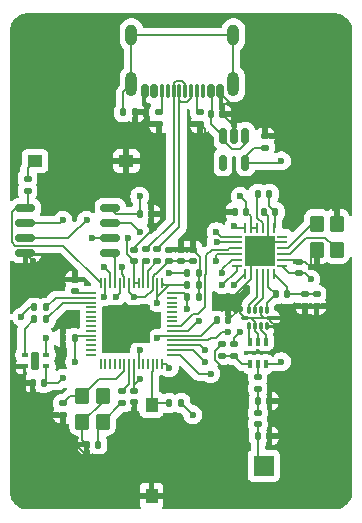
<source format=gbr>
%TF.GenerationSoftware,KiCad,Pcbnew,9.0.5*%
%TF.CreationDate,2025-12-02T20:32:22-06:00*%
%TF.ProjectId,lorapuck,6c6f7261-7075-4636-9b2e-6b696361645f,rev?*%
%TF.SameCoordinates,Original*%
%TF.FileFunction,Copper,L1,Top*%
%TF.FilePolarity,Positive*%
%FSLAX46Y46*%
G04 Gerber Fmt 4.6, Leading zero omitted, Abs format (unit mm)*
G04 Created by KiCad (PCBNEW 9.0.5) date 2025-12-02 20:32:22*
%MOMM*%
%LPD*%
G01*
G04 APERTURE LIST*
G04 Aperture macros list*
%AMRoundRect*
0 Rectangle with rounded corners*
0 $1 Rounding radius*
0 $2 $3 $4 $5 $6 $7 $8 $9 X,Y pos of 4 corners*
0 Add a 4 corners polygon primitive as box body*
4,1,4,$2,$3,$4,$5,$6,$7,$8,$9,$2,$3,0*
0 Add four circle primitives for the rounded corners*
1,1,$1+$1,$2,$3*
1,1,$1+$1,$4,$5*
1,1,$1+$1,$6,$7*
1,1,$1+$1,$8,$9*
0 Add four rect primitives between the rounded corners*
20,1,$1+$1,$2,$3,$4,$5,0*
20,1,$1+$1,$4,$5,$6,$7,0*
20,1,$1+$1,$6,$7,$8,$9,0*
20,1,$1+$1,$8,$9,$2,$3,0*%
G04 Aperture macros list end*
%TA.AperFunction,ComponentPad*%
%ADD10R,1.700000X1.700000*%
%TD*%
%TA.AperFunction,SMDPad,CuDef*%
%ADD11RoundRect,0.135000X0.135000X0.185000X-0.135000X0.185000X-0.135000X-0.185000X0.135000X-0.185000X0*%
%TD*%
%TA.AperFunction,SMDPad,CuDef*%
%ADD12RoundRect,0.140000X-0.170000X0.140000X-0.170000X-0.140000X0.170000X-0.140000X0.170000X0.140000X0*%
%TD*%
%TA.AperFunction,SMDPad,CuDef*%
%ADD13RoundRect,0.050000X-0.387500X-0.050000X0.387500X-0.050000X0.387500X0.050000X-0.387500X0.050000X0*%
%TD*%
%TA.AperFunction,SMDPad,CuDef*%
%ADD14RoundRect,0.050000X-0.050000X-0.387500X0.050000X-0.387500X0.050000X0.387500X-0.050000X0.387500X0*%
%TD*%
%TA.AperFunction,HeatsinkPad*%
%ADD15R,3.200000X3.200000*%
%TD*%
%TA.AperFunction,SMDPad,CuDef*%
%ADD16RoundRect,0.140000X0.140000X0.170000X-0.140000X0.170000X-0.140000X-0.170000X0.140000X-0.170000X0*%
%TD*%
%TA.AperFunction,SMDPad,CuDef*%
%ADD17R,1.250000X1.000000*%
%TD*%
%TA.AperFunction,SMDPad,CuDef*%
%ADD18RoundRect,0.140000X-0.140000X-0.170000X0.140000X-0.170000X0.140000X0.170000X-0.140000X0.170000X0*%
%TD*%
%TA.AperFunction,SMDPad,CuDef*%
%ADD19RoundRect,0.135000X-0.185000X0.135000X-0.185000X-0.135000X0.185000X-0.135000X0.185000X0.135000X0*%
%TD*%
%TA.AperFunction,SMDPad,CuDef*%
%ADD20RoundRect,0.087500X0.187500X0.087500X-0.187500X0.087500X-0.187500X-0.087500X0.187500X-0.087500X0*%
%TD*%
%TA.AperFunction,SMDPad,CuDef*%
%ADD21RoundRect,0.175000X0.175000X0.625000X-0.175000X0.625000X-0.175000X-0.625000X0.175000X-0.625000X0*%
%TD*%
%TA.AperFunction,SMDPad,CuDef*%
%ADD22RoundRect,0.147500X-0.172500X0.147500X-0.172500X-0.147500X0.172500X-0.147500X0.172500X0.147500X0*%
%TD*%
%TA.AperFunction,SMDPad,CuDef*%
%ADD23RoundRect,0.100000X-0.100000X0.225000X-0.100000X-0.225000X0.100000X-0.225000X0.100000X0.225000X0*%
%TD*%
%TA.AperFunction,SMDPad,CuDef*%
%ADD24RoundRect,0.250000X-0.350000X0.450000X-0.350000X-0.450000X0.350000X-0.450000X0.350000X0.450000X0*%
%TD*%
%TA.AperFunction,SMDPad,CuDef*%
%ADD25RoundRect,0.140000X0.170000X-0.140000X0.170000X0.140000X-0.170000X0.140000X-0.170000X-0.140000X0*%
%TD*%
%TA.AperFunction,SMDPad,CuDef*%
%ADD26RoundRect,0.150000X-0.150000X0.512500X-0.150000X-0.512500X0.150000X-0.512500X0.150000X0.512500X0*%
%TD*%
%TA.AperFunction,SMDPad,CuDef*%
%ADD27RoundRect,0.250000X0.350000X-0.450000X0.350000X0.450000X-0.350000X0.450000X-0.350000X-0.450000X0*%
%TD*%
%TA.AperFunction,SMDPad,CuDef*%
%ADD28RoundRect,0.150000X0.150000X0.425000X-0.150000X0.425000X-0.150000X-0.425000X0.150000X-0.425000X0*%
%TD*%
%TA.AperFunction,SMDPad,CuDef*%
%ADD29RoundRect,0.075000X0.075000X0.500000X-0.075000X0.500000X-0.075000X-0.500000X0.075000X-0.500000X0*%
%TD*%
%TA.AperFunction,HeatsinkPad*%
%ADD30O,1.000000X2.100000*%
%TD*%
%TA.AperFunction,HeatsinkPad*%
%ADD31O,1.000000X1.800000*%
%TD*%
%TA.AperFunction,SMDPad,CuDef*%
%ADD32RoundRect,0.135000X0.185000X-0.135000X0.185000X0.135000X-0.185000X0.135000X-0.185000X-0.135000X0*%
%TD*%
%TA.AperFunction,SMDPad,CuDef*%
%ADD33R,1.000000X1.250000*%
%TD*%
%TA.AperFunction,SMDPad,CuDef*%
%ADD34RoundRect,0.147500X0.147500X0.172500X-0.147500X0.172500X-0.147500X-0.172500X0.147500X-0.172500X0*%
%TD*%
%TA.AperFunction,SMDPad,CuDef*%
%ADD35RoundRect,0.162500X-0.650000X-0.162500X0.650000X-0.162500X0.650000X0.162500X-0.650000X0.162500X0*%
%TD*%
%TA.AperFunction,SMDPad,CuDef*%
%ADD36RoundRect,0.147500X-0.147500X-0.172500X0.147500X-0.172500X0.147500X0.172500X-0.147500X0.172500X0*%
%TD*%
%TA.AperFunction,SMDPad,CuDef*%
%ADD37RoundRect,0.062500X0.350000X0.062500X-0.350000X0.062500X-0.350000X-0.062500X0.350000X-0.062500X0*%
%TD*%
%TA.AperFunction,SMDPad,CuDef*%
%ADD38RoundRect,0.062500X0.062500X0.350000X-0.062500X0.350000X-0.062500X-0.350000X0.062500X-0.350000X0*%
%TD*%
%TA.AperFunction,HeatsinkPad*%
%ADD39R,2.600000X2.600000*%
%TD*%
%TA.AperFunction,SMDPad,CuDef*%
%ADD40RoundRect,0.135000X-0.135000X-0.185000X0.135000X-0.185000X0.135000X0.185000X-0.135000X0.185000X0*%
%TD*%
%TA.AperFunction,SMDPad,CuDef*%
%ADD41RoundRect,0.075000X-0.075000X0.225000X-0.075000X-0.225000X0.075000X-0.225000X0.075000X0.225000X0*%
%TD*%
%TA.AperFunction,SMDPad,CuDef*%
%ADD42RoundRect,0.075000X-0.237500X0.075000X-0.237500X-0.075000X0.237500X-0.075000X0.237500X0.075000X0*%
%TD*%
%TA.AperFunction,ViaPad*%
%ADD43C,0.600000*%
%TD*%
%TA.AperFunction,Conductor*%
%ADD44C,0.200000*%
%TD*%
G04 APERTURE END LIST*
D10*
%TO.P,AE1,1,A*%
%TO.N,Net-(AE1-A)*%
X100000000Y-118800000D03*
%TD*%
D11*
%TO.P,R1,1*%
%TO.N,+3V3*%
X93010000Y-113500000D03*
%TO.P,R1,2*%
%TO.N,/RUN*%
X91990000Y-113500000D03*
%TD*%
D12*
%TO.P,C23,1*%
%TO.N,/XIN*%
X83000000Y-113530000D03*
%TO.P,C23,2*%
%TO.N,Earth*%
X83000000Y-114490000D03*
%TD*%
D13*
%TO.P,U2,1,IOVDD*%
%TO.N,+3V3*%
X85362500Y-104190000D03*
%TO.P,U2,2,GPIO0*%
%TO.N,/IO0*%
X85362500Y-104590000D03*
%TO.P,U2,3,GPIO1*%
%TO.N,/IO1*%
X85362500Y-104990000D03*
%TO.P,U2,4,GPIO2*%
%TO.N,unconnected-(U2-GPIO2-Pad4)*%
X85362500Y-105390000D03*
%TO.P,U2,5,GPIO3*%
%TO.N,unconnected-(U2-GPIO3-Pad5)*%
X85362500Y-105790000D03*
%TO.P,U2,6,GPIO4*%
%TO.N,unconnected-(U2-GPIO4-Pad6)*%
X85362500Y-106190000D03*
%TO.P,U2,7,GPIO5*%
%TO.N,unconnected-(U2-GPIO5-Pad7)*%
X85362500Y-106590000D03*
%TO.P,U2,8,GPIO6*%
%TO.N,unconnected-(U2-GPIO6-Pad8)*%
X85362500Y-106990000D03*
%TO.P,U2,9,GPIO7*%
%TO.N,unconnected-(U2-GPIO7-Pad9)*%
X85362500Y-107390000D03*
%TO.P,U2,10,IOVDD*%
%TO.N,+3V3*%
X85362500Y-107790000D03*
%TO.P,U2,11,GPIO8*%
%TO.N,unconnected-(U2-GPIO8-Pad11)*%
X85362500Y-108190000D03*
%TO.P,U2,12,GPIO9*%
%TO.N,unconnected-(U2-GPIO9-Pad12)*%
X85362500Y-108590000D03*
%TO.P,U2,13,GPIO10*%
%TO.N,unconnected-(U2-GPIO10-Pad13)*%
X85362500Y-108990000D03*
%TO.P,U2,14,GPIO11*%
%TO.N,unconnected-(U2-GPIO11-Pad14)*%
X85362500Y-109390000D03*
D14*
%TO.P,U2,15,GPIO12*%
%TO.N,unconnected-(U2-GPIO12-Pad15)*%
X86200000Y-110227500D03*
%TO.P,U2,16,GPIO13*%
%TO.N,unconnected-(U2-GPIO13-Pad16)*%
X86600000Y-110227500D03*
%TO.P,U2,17,GPIO14*%
%TO.N,unconnected-(U2-GPIO14-Pad17)*%
X87000000Y-110227500D03*
%TO.P,U2,18,GPIO15*%
%TO.N,unconnected-(U2-GPIO15-Pad18)*%
X87400000Y-110227500D03*
%TO.P,U2,19,TESTEN*%
%TO.N,unconnected-(U2-TESTEN-Pad19)*%
X87800000Y-110227500D03*
%TO.P,U2,20,XIN*%
%TO.N,/XIN*%
X88200000Y-110227500D03*
%TO.P,U2,21,XOUT*%
%TO.N,/XOUT*%
X88600000Y-110227500D03*
%TO.P,U2,22,IOVDD*%
%TO.N,+3V3*%
X89000000Y-110227500D03*
%TO.P,U2,23,DVDD*%
%TO.N,+1V1*%
X89400000Y-110227500D03*
%TO.P,U2,24,SWCLK*%
%TO.N,unconnected-(U2-SWCLK-Pad24)*%
X89800000Y-110227500D03*
%TO.P,U2,25,SWD*%
%TO.N,unconnected-(U2-SWD-Pad25)*%
X90200000Y-110227500D03*
%TO.P,U2,26,RUN*%
%TO.N,/RUN*%
X90600000Y-110227500D03*
%TO.P,U2,27,GPIO16*%
%TO.N,unconnected-(U2-GPIO16-Pad27)*%
X91000000Y-110227500D03*
%TO.P,U2,28,GPIO17*%
%TO.N,/SX_DIO1*%
X91400000Y-110227500D03*
D13*
%TO.P,U2,29,GPIO18*%
%TO.N,/SPI_CLK*%
X92237500Y-109390000D03*
%TO.P,U2,30,GPIO19*%
%TO.N,/SPI_MOSI*%
X92237500Y-108990000D03*
%TO.P,U2,31,GPIO20*%
%TO.N,/SPI_MISO*%
X92237500Y-108590000D03*
%TO.P,U2,32,GPIO21*%
%TO.N,/SX_NSS*%
X92237500Y-108190000D03*
%TO.P,U2,33,IOVDD*%
%TO.N,+3V3*%
X92237500Y-107790000D03*
%TO.P,U2,34,GPIO22*%
%TO.N,/SX_BUSY*%
X92237500Y-107390000D03*
%TO.P,U2,35,GPIO23*%
%TO.N,/<NO NET>*%
X92237500Y-106990000D03*
%TO.P,U2,36,GPIO24*%
%TO.N,unconnected-(U2-GPIO24-Pad36)*%
X92237500Y-106590000D03*
%TO.P,U2,37,GPIO25*%
%TO.N,unconnected-(U2-GPIO25-Pad37)*%
X92237500Y-106190000D03*
%TO.P,U2,38,GPIO26_ADC0*%
%TO.N,unconnected-(U2-GPIO26_ADC0-Pad38)*%
X92237500Y-105790000D03*
%TO.P,U2,39,GPIO27_ADC1*%
%TO.N,unconnected-(U2-GPIO27_ADC1-Pad39)*%
X92237500Y-105390000D03*
%TO.P,U2,40,GPIO28_ADC2*%
%TO.N,unconnected-(U2-GPIO28_ADC2-Pad40)*%
X92237500Y-104990000D03*
%TO.P,U2,41,GPIO29_ADC3*%
%TO.N,unconnected-(U2-GPIO29_ADC3-Pad41)*%
X92237500Y-104590000D03*
%TO.P,U2,42,IOVDD*%
%TO.N,+3V3*%
X92237500Y-104190000D03*
D14*
%TO.P,U2,43,ADC_AVDD*%
X91400000Y-103352500D03*
%TO.P,U2,44,VREG_IN*%
X91000000Y-103352500D03*
%TO.P,U2,45,VREG_VOUT*%
%TO.N,+1V1*%
X90600000Y-103352500D03*
%TO.P,U2,46,USB_DM*%
%TO.N,Net-(U2-USB_DM)*%
X90200000Y-103352500D03*
%TO.P,U2,47,USB_DP*%
%TO.N,Net-(U2-USB_DP)*%
X89800000Y-103352500D03*
%TO.P,U2,48,USB_VDD*%
%TO.N,+3V3*%
X89400000Y-103352500D03*
%TO.P,U2,49,IOVDD*%
X89000000Y-103352500D03*
%TO.P,U2,50,DVDD*%
%TO.N,+1V1*%
X88600000Y-103352500D03*
%TO.P,U2,51,QSPI_SD3*%
%TO.N,/QSPI_SD3*%
X88200000Y-103352500D03*
%TO.P,U2,52,QSPI_SCLK*%
%TO.N,/QSPI_SCLK*%
X87800000Y-103352500D03*
%TO.P,U2,53,QSPI_SD0*%
%TO.N,/QSPI_SD0*%
X87400000Y-103352500D03*
%TO.P,U2,54,QSPI_SD2*%
%TO.N,/QSPI_SD2*%
X87000000Y-103352500D03*
%TO.P,U2,55,QSPI_SD1*%
%TO.N,/QSPI_SD1*%
X86600000Y-103352500D03*
%TO.P,U2,56,QSPI_SS*%
%TO.N,/QSPI_SS*%
X86200000Y-103352500D03*
D15*
%TO.P,U2,57,GND*%
%TO.N,Earth*%
X88800000Y-106790000D03*
%TD*%
D16*
%TO.P,C6,1*%
%TO.N,Earth*%
X90460000Y-97490000D03*
%TO.P,C6,2*%
%TO.N,+3V3*%
X89500000Y-97490000D03*
%TD*%
D12*
%TO.P,C1,1*%
%TO.N,Earth*%
X84000000Y-103040000D03*
%TO.P,C1,2*%
%TO.N,+3V3*%
X84000000Y-104000000D03*
%TD*%
D17*
%TO.P,SW1,1,1*%
%TO.N,Earth*%
X88375000Y-93000000D03*
%TO.P,SW1,2,2*%
%TO.N,Net-(R4-Pad2)*%
X80625000Y-93000000D03*
%TD*%
D18*
%TO.P,C26,1*%
%TO.N,Earth*%
X80440000Y-111800000D03*
%TO.P,C26,2*%
%TO.N,+3V3*%
X81400000Y-111800000D03*
%TD*%
D19*
%TO.P,R5,1*%
%TO.N,/SX_DIO2*%
X97500000Y-108490000D03*
%TO.P,R5,2*%
%TO.N,Net-(U4-CTRL)*%
X97500000Y-109510000D03*
%TD*%
D18*
%TO.P,C24,1*%
%TO.N,VBUS*%
X95520000Y-89000000D03*
%TO.P,C24,2*%
%TO.N,Earth*%
X96480000Y-89000000D03*
%TD*%
D12*
%TO.P,C19,1*%
%TO.N,Net-(U4-RFIN)*%
X99500000Y-111320000D03*
%TO.P,C19,2*%
%TO.N,Net-(C19-Pad2)*%
X99500000Y-112280000D03*
%TD*%
D20*
%TO.P,U6,1,VDD*%
%TO.N,+3V3*%
X81600000Y-110400000D03*
%TO.P,U6,2,SCL*%
%TO.N,Net-(U6-SCL)*%
X81600000Y-109400000D03*
%TO.P,U6,3,SDA*%
%TO.N,Net-(U6-SDA)*%
X79750000Y-109400000D03*
%TO.P,U6,4,VSS*%
%TO.N,Earth*%
X79750000Y-110400000D03*
D21*
%TO.P,U6,5,NC*%
%TO.N,unconnected-(U6-NC-Pad5)*%
X80675000Y-109900000D03*
%TD*%
D16*
%TO.P,C21,1*%
%TO.N,Earth*%
X100480000Y-116300000D03*
%TO.P,C21,2*%
%TO.N,Net-(AE1-A)*%
X99520000Y-116300000D03*
%TD*%
D22*
%TO.P,L3,1,1*%
%TO.N,Net-(C19-Pad2)*%
X99500000Y-114315000D03*
%TO.P,L3,2,2*%
%TO.N,Net-(AE1-A)*%
X99500000Y-115285000D03*
%TD*%
D23*
%TO.P,U4,1,RF1*%
%TO.N,Net-(FL1-SW_RFO)*%
X100150000Y-108300000D03*
%TO.P,U4,2,GND*%
%TO.N,Earth*%
X99500000Y-108300000D03*
%TO.P,U4,3,RF2*%
%TO.N,Net-(FL1-SW_RFI)*%
X98850000Y-108300000D03*
%TO.P,U4,4,CTRL*%
%TO.N,Net-(U4-CTRL)*%
X98850000Y-110200000D03*
%TO.P,U4,5,RFIN*%
%TO.N,Net-(U4-RFIN)*%
X99500000Y-110200000D03*
%TO.P,U4,6,VDD*%
%TO.N,+3V3*%
X100150000Y-110200000D03*
%TD*%
D24*
%TO.P,Y1,1,1*%
%TO.N,/SX_XTB*%
X104500000Y-98300000D03*
%TO.P,Y1,2,2*%
%TO.N,Earth*%
X104500000Y-100500000D03*
%TO.P,Y1,3,3*%
%TO.N,/SX_XTA*%
X106200000Y-100500000D03*
%TO.P,Y1,4,4*%
%TO.N,Earth*%
X106200000Y-98300000D03*
%TD*%
D19*
%TO.P,R8,1*%
%TO.N,Net-(J1-CC2)*%
X91110000Y-88885000D03*
%TO.P,R8,2*%
%TO.N,Earth*%
X91110000Y-89905000D03*
%TD*%
D25*
%TO.P,C18,1*%
%TO.N,Net-(U4-CTRL)*%
X96500000Y-109480000D03*
%TO.P,C18,2*%
%TO.N,Earth*%
X96500000Y-108520000D03*
%TD*%
D26*
%TO.P,U5,1,VIN*%
%TO.N,VBUS*%
X98450000Y-90862500D03*
%TO.P,U5,2,GND*%
%TO.N,Earth*%
X97500000Y-90862500D03*
%TO.P,U5,3,EN*%
%TO.N,VBUS*%
X96550000Y-90862500D03*
%TO.P,U5,4,NC*%
%TO.N,unconnected-(U5-NC-Pad4)*%
X96550000Y-93137500D03*
%TO.P,U5,5,VOUT*%
%TO.N,+3V3*%
X98450000Y-93137500D03*
%TD*%
D19*
%TO.P,R7,1*%
%TO.N,Net-(J1-CC1)*%
X94610000Y-88885000D03*
%TO.P,R7,2*%
%TO.N,Earth*%
X94610000Y-89905000D03*
%TD*%
D18*
%TO.P,C22,1*%
%TO.N,Earth*%
X85020000Y-117010000D03*
%TO.P,C22,2*%
%TO.N,Net-(C22-Pad2)*%
X85980000Y-117010000D03*
%TD*%
D27*
%TO.P,Y2,1,1*%
%TO.N,Net-(C22-Pad2)*%
X86350000Y-115100000D03*
%TO.P,Y2,2,2*%
%TO.N,Earth*%
X86350000Y-112900000D03*
%TO.P,Y2,3,3*%
%TO.N,/XIN*%
X84650000Y-112900000D03*
%TO.P,Y2,4,4*%
%TO.N,Earth*%
X84650000Y-115100000D03*
%TD*%
D12*
%TO.P,C13,1*%
%TO.N,Earth*%
X92000000Y-100500000D03*
%TO.P,C13,2*%
%TO.N,+1V1*%
X92000000Y-101460000D03*
%TD*%
D16*
%TO.P,C9,1*%
%TO.N,Earth*%
X96980000Y-106500000D03*
%TO.P,C9,2*%
%TO.N,+3V3*%
X96020000Y-106500000D03*
%TD*%
%TO.P,C15,1*%
%TO.N,Earth*%
X94480000Y-104500000D03*
%TO.P,C15,2*%
%TO.N,+3V3*%
X93520000Y-104500000D03*
%TD*%
D28*
%TO.P,J1,A1,GND*%
%TO.N,Earth*%
X96310000Y-87075000D03*
%TO.P,J1,A4,VBUS*%
%TO.N,VBUS*%
X95510000Y-87075000D03*
D29*
%TO.P,J1,A5,CC1*%
%TO.N,Net-(J1-CC1)*%
X94360000Y-87075000D03*
%TO.P,J1,A6,D+*%
%TO.N,/USB_DP*%
X93360000Y-87075000D03*
%TO.P,J1,A7,D-*%
%TO.N,/USB_DM*%
X92860000Y-87075000D03*
%TO.P,J1,A8,SBU1*%
%TO.N,unconnected-(J1-SBU1-PadA8)*%
X91860000Y-87075000D03*
D28*
%TO.P,J1,A9,VBUS*%
%TO.N,VBUS*%
X90710000Y-87075000D03*
%TO.P,J1,A12,GND*%
%TO.N,Earth*%
X89910000Y-87075000D03*
%TO.P,J1,B1,GND*%
X89910000Y-87075000D03*
%TO.P,J1,B4,VBUS*%
%TO.N,VBUS*%
X90710000Y-87075000D03*
D29*
%TO.P,J1,B5,CC2*%
%TO.N,Net-(J1-CC2)*%
X91360000Y-87075000D03*
%TO.P,J1,B6,D+*%
%TO.N,/USB_DP*%
X92360000Y-87075000D03*
%TO.P,J1,B7,D-*%
%TO.N,/USB_DM*%
X93860000Y-87075000D03*
%TO.P,J1,B8,SBU2*%
%TO.N,unconnected-(J1-SBU2-PadB8)*%
X94860000Y-87075000D03*
D28*
%TO.P,J1,B9,VBUS*%
%TO.N,VBUS*%
X95510000Y-87075000D03*
%TO.P,J1,B12,GND*%
%TO.N,Earth*%
X96310000Y-87075000D03*
D30*
%TO.P,J1,S1,SHIELD*%
%TO.N,Net-(J1-SHIELD)*%
X97430000Y-86500000D03*
D31*
X97430000Y-82320000D03*
D30*
X88790000Y-86500000D03*
D31*
X88790000Y-82320000D03*
%TD*%
D32*
%TO.P,R6,1*%
%TO.N,Net-(C22-Pad2)*%
X88000000Y-113510000D03*
%TO.P,R6,2*%
%TO.N,/XOUT*%
X88000000Y-112490000D03*
%TD*%
D12*
%TO.P,C11,1*%
%TO.N,Earth*%
X89000000Y-100520000D03*
%TO.P,C11,2*%
%TO.N,+3V3*%
X89000000Y-101480000D03*
%TD*%
%TO.P,C12,1*%
%TO.N,Earth*%
X94000000Y-100520000D03*
%TO.P,C12,2*%
%TO.N,+1V1*%
X94000000Y-101480000D03*
%TD*%
%TO.P,C5,1*%
%TO.N,Earth*%
X103000000Y-101520000D03*
%TO.P,C5,2*%
%TO.N,+3V3*%
X103000000Y-102480000D03*
%TD*%
D25*
%TO.P,C25,1*%
%TO.N,+3V3*%
X100110000Y-91875000D03*
%TO.P,C25,2*%
%TO.N,Earth*%
X100110000Y-90915000D03*
%TD*%
D33*
%TO.P,SW2,1,1*%
%TO.N,Earth*%
X90500000Y-121375000D03*
%TO.P,SW2,2,2*%
%TO.N,/RUN*%
X90500000Y-113625000D03*
%TD*%
D18*
%TO.P,C4,1*%
%TO.N,+3V3*%
X93520000Y-103500000D03*
%TO.P,C4,2*%
%TO.N,Earth*%
X94480000Y-103500000D03*
%TD*%
D11*
%TO.P,R9,1*%
%TO.N,/IO0*%
X81600000Y-105400000D03*
%TO.P,R9,2*%
%TO.N,Net-(U6-SCL)*%
X80580000Y-105400000D03*
%TD*%
D32*
%TO.P,R4,1*%
%TO.N,/QSPI_SS*%
X80000000Y-95520000D03*
%TO.P,R4,2*%
%TO.N,Net-(R4-Pad2)*%
X80000000Y-94500000D03*
%TD*%
D18*
%TO.P,C2,1*%
%TO.N,+3V3*%
X93520000Y-102500000D03*
%TO.P,C2,2*%
%TO.N,Earth*%
X94480000Y-102500000D03*
%TD*%
D34*
%TO.P,L1,1,1*%
%TO.N,/SX_VR_PA*%
X101985000Y-104300000D03*
%TO.P,L1,2,2*%
%TO.N,/SX_RFO*%
X101015000Y-104300000D03*
%TD*%
D25*
%TO.P,C10,1*%
%TO.N,Earth*%
X89000000Y-113450000D03*
%TO.P,C10,2*%
%TO.N,+3V3*%
X89000000Y-112490000D03*
%TD*%
D16*
%TO.P,C20,1*%
%TO.N,Earth*%
X100480000Y-113300000D03*
%TO.P,C20,2*%
%TO.N,Net-(C19-Pad2)*%
X99520000Y-113300000D03*
%TD*%
D18*
%TO.P,C7,1*%
%TO.N,Earth*%
X97540000Y-97300000D03*
%TO.P,C7,2*%
%TO.N,+3V3*%
X98500000Y-97300000D03*
%TD*%
D35*
%TO.P,U3,1,~{CS}*%
%TO.N,/QSPI_SS*%
X79825000Y-97000000D03*
%TO.P,U3,2,DO/IO_{1}*%
%TO.N,/QSPI_SD1*%
X79825000Y-98270000D03*
%TO.P,U3,3,~{WP}/IO_{2}*%
%TO.N,/QSPI_SD2*%
X79825000Y-99540000D03*
%TO.P,U3,4,GND*%
%TO.N,Earth*%
X79825000Y-100810000D03*
%TO.P,U3,5,DI/IO_{0}*%
%TO.N,/QSPI_SD0*%
X87000000Y-100810000D03*
%TO.P,U3,6,CLK*%
%TO.N,/QSPI_SCLK*%
X87000000Y-99540000D03*
%TO.P,U3,7,~{HOLD}/~{RESET}/IO_{3}*%
%TO.N,/QSPI_SD3*%
X87000000Y-98270000D03*
%TO.P,U3,8,VCC*%
%TO.N,+3V3*%
X87000000Y-97000000D03*
%TD*%
D25*
%TO.P,C17,1*%
%TO.N,Earth*%
X103500000Y-105260000D03*
%TO.P,C17,2*%
%TO.N,/SX_VR_PA*%
X103500000Y-104300000D03*
%TD*%
D36*
%TO.P,15uH1,1,1*%
%TO.N,Net-(U1-DCC_SW)*%
X99515000Y-95800000D03*
%TO.P,15uH1,2,2*%
%TO.N,Net-(U1-VREG)*%
X100485000Y-95800000D03*
%TD*%
D32*
%TO.P,R3,1*%
%TO.N,Net-(U2-USB_DM)*%
X91000000Y-101510000D03*
%TO.P,R3,2*%
%TO.N,/USB_DM*%
X91000000Y-100490000D03*
%TD*%
D37*
%TO.P,U1,1,VDD_IN*%
%TO.N,+3V3*%
X101587500Y-101900000D03*
%TO.P,U1,2,GND*%
%TO.N,Earth*%
X101587500Y-101400000D03*
%TO.P,U1,3,XTA*%
%TO.N,/SX_XTA*%
X101587500Y-100900000D03*
%TO.P,U1,4,XTB*%
%TO.N,/SX_XTB*%
X101587500Y-100400000D03*
%TO.P,U1,5,GND*%
%TO.N,Earth*%
X101587500Y-99900000D03*
%TO.P,U1,6,DIO3*%
%TO.N,unconnected-(U1-DIO3-Pad6)*%
X101587500Y-99400000D03*
D38*
%TO.P,U1,7,VREG*%
%TO.N,Net-(U1-VREG)*%
X100900000Y-98712500D03*
%TO.P,U1,8,GND*%
%TO.N,Earth*%
X100400000Y-98712500D03*
%TO.P,U1,9,DCC_SW*%
%TO.N,Net-(U1-DCC_SW)*%
X99900000Y-98712500D03*
%TO.P,U1,10,VBAT*%
%TO.N,+3V3*%
X99400000Y-98712500D03*
%TO.P,U1,11,VBAT_IO*%
X98900000Y-98712500D03*
%TO.P,U1,12,DIO2*%
%TO.N,/SX_DIO2*%
X98400000Y-98712500D03*
D37*
%TO.P,U1,13,DIO1*%
%TO.N,/SX_DIO1*%
X97712500Y-99400000D03*
%TO.P,U1,14,BUSY*%
%TO.N,/SX_BUSY*%
X97712500Y-99900000D03*
%TO.P,U1,15,~{RESET}*%
%TO.N,/<NO NET>*%
X97712500Y-100400000D03*
%TO.P,U1,16,MISO*%
%TO.N,/SPI_MISO*%
X97712500Y-100900000D03*
%TO.P,U1,17,MOSI*%
%TO.N,/SPI_MOSI*%
X97712500Y-101400000D03*
%TO.P,U1,18,SCK*%
%TO.N,/SPI_CLK*%
X97712500Y-101900000D03*
D38*
%TO.P,U1,19,NSS*%
%TO.N,/SX_NSS*%
X98400000Y-102587500D03*
%TO.P,U1,20,GND*%
%TO.N,Earth*%
X98900000Y-102587500D03*
%TO.P,U1,21,RFI_P*%
%TO.N,/SX_RFI_P*%
X99400000Y-102587500D03*
%TO.P,U1,22,RFI_N*%
%TO.N,/SX_RFI_N*%
X99900000Y-102587500D03*
%TO.P,U1,23,RFO*%
%TO.N,/SX_RFO*%
X100400000Y-102587500D03*
%TO.P,U1,24,VR_PA*%
%TO.N,/SX_VR_PA*%
X100900000Y-102587500D03*
D39*
%TO.P,U1,25,GND*%
%TO.N,Earth*%
X99650000Y-100650000D03*
%TD*%
D16*
%TO.P,C3,1*%
%TO.N,Net-(U1-VREG)*%
X100980000Y-97300000D03*
%TO.P,C3,2*%
%TO.N,Earth*%
X100020000Y-97300000D03*
%TD*%
D12*
%TO.P,C14,1*%
%TO.N,Earth*%
X93000000Y-100520000D03*
%TO.P,C14,2*%
%TO.N,+1V1*%
X93000000Y-101480000D03*
%TD*%
D36*
%TO.P,FB1,1*%
%TO.N,Net-(J1-SHIELD)*%
X88125000Y-88895000D03*
%TO.P,FB1,2*%
%TO.N,Earth*%
X89095000Y-88895000D03*
%TD*%
D18*
%TO.P,C8,1*%
%TO.N,Earth*%
X83020000Y-107990000D03*
%TO.P,C8,2*%
%TO.N,+3V3*%
X83980000Y-107990000D03*
%TD*%
D32*
%TO.P,R2,1*%
%TO.N,Net-(U2-USB_DP)*%
X90000000Y-101510000D03*
%TO.P,R2,2*%
%TO.N,/USB_DP*%
X90000000Y-100490000D03*
%TD*%
D40*
%TO.P,R10,1*%
%TO.N,Net-(U6-SDA)*%
X80580000Y-106400000D03*
%TO.P,R10,2*%
%TO.N,/IO1*%
X81600000Y-106400000D03*
%TD*%
D25*
%TO.P,C16,1*%
%TO.N,Earth*%
X104470000Y-105260000D03*
%TO.P,C16,2*%
%TO.N,/SX_VR_PA*%
X104470000Y-104300000D03*
%TD*%
D41*
%TO.P,FL1,1,RFO*%
%TO.N,/SX_RFO*%
X100250000Y-105600000D03*
%TO.P,FL1,2,GND*%
%TO.N,Earth*%
X99750000Y-105600000D03*
%TO.P,FL1,3,RFI_N*%
%TO.N,/SX_RFI_N*%
X99250000Y-105600000D03*
%TO.P,FL1,4,RFI_P*%
%TO.N,/SX_RFI_P*%
X98750000Y-105600000D03*
D42*
%TO.P,FL1,5,GND*%
%TO.N,Earth*%
X98437500Y-106300000D03*
D41*
%TO.P,FL1,6,SW_RFI*%
%TO.N,Net-(FL1-SW_RFI)*%
X98750000Y-107000000D03*
%TO.P,FL1,7,GND*%
%TO.N,Earth*%
X99250000Y-107000000D03*
%TO.P,FL1,8,SW_RFO*%
%TO.N,Net-(FL1-SW_RFO)*%
X99750000Y-107000000D03*
%TO.P,FL1,9,GND*%
%TO.N,Earth*%
X100250000Y-107000000D03*
D42*
%TO.P,FL1,10,GND*%
X100562500Y-106300000D03*
%TD*%
D43*
%TO.N,+3V3*%
X89500000Y-111500000D03*
X84000000Y-110000000D03*
X104000000Y-103000000D03*
X91000000Y-105000000D03*
X101500000Y-110000000D03*
X89500000Y-96000000D03*
X83000000Y-111400000D03*
X93500000Y-105500000D03*
X98000000Y-96000000D03*
X94000000Y-114500000D03*
X101500000Y-93000000D03*
X88500000Y-99500000D03*
X92000000Y-102500000D03*
X91000000Y-108000000D03*
%TO.N,Earth*%
X101500000Y-113500000D03*
X88500000Y-91500000D03*
X95000000Y-91250000D03*
X83000000Y-109000000D03*
X102500000Y-105500000D03*
X100000000Y-90000000D03*
X90668478Y-98706569D03*
X104000000Y-102000000D03*
X99000000Y-88500000D03*
X98000000Y-105500000D03*
X88000000Y-109000000D03*
X89750000Y-90250000D03*
X94000000Y-99500000D03*
X90000000Y-89000000D03*
X80600000Y-112800000D03*
X101000000Y-107000000D03*
X102000000Y-106500000D03*
X96500000Y-97500000D03*
X97000000Y-111000000D03*
X89000000Y-114500000D03*
X106000000Y-97000000D03*
X87000000Y-107000000D03*
X80500000Y-101500000D03*
X92000000Y-121500000D03*
X85000000Y-118000000D03*
X79600000Y-113800000D03*
X101500000Y-116000000D03*
X88500000Y-94500000D03*
X87000000Y-108500000D03*
%TO.N,+1V1*%
X89500000Y-109000000D03*
X89000000Y-104500000D03*
%TO.N,/SX_DIO2*%
X97500000Y-98500000D03*
X98000000Y-107500000D03*
%TO.N,/SX_DIO1*%
X96000000Y-99000000D03*
X92000000Y-110500000D03*
%TO.N,/SPI_MISO*%
X95000000Y-109000000D03*
X96000000Y-101500000D03*
%TO.N,/SPI_MOSI*%
X96500000Y-102500000D03*
X95000000Y-110000000D03*
%TO.N,/SX_NSS*%
X97000000Y-107500000D03*
X97500000Y-103500000D03*
%TO.N,/SPI_CLK*%
X96500000Y-103500000D03*
X95500000Y-111000000D03*
%TO.N,/SX_BUSY*%
X94516641Y-106590000D03*
X96006094Y-99852591D03*
%TO.N,/QSPI_SCLK*%
X87500000Y-104500000D03*
X85500000Y-99500000D03*
%TO.N,/QSPI_SD1*%
X86500000Y-104500000D03*
X83000000Y-98000000D03*
%TO.N,/QSPI_SD2*%
X85000000Y-98000000D03*
X86500000Y-102000000D03*
%TO.N,Net-(U6-SCL)*%
X81600000Y-108000000D03*
X79482419Y-106210646D03*
%TO.N,/QSPI_SD3*%
X89500000Y-99000000D03*
X88000000Y-102000000D03*
%TD*%
D44*
%TO.N,Net-(U1-DCC_SW)*%
X99900000Y-98284202D02*
X99900000Y-98712500D01*
X99439000Y-95876000D02*
X99439000Y-97823202D01*
X99515000Y-95800000D02*
X99439000Y-95876000D01*
X99439000Y-97823202D02*
X99900000Y-98284202D01*
%TO.N,Net-(U1-VREG)*%
X100980000Y-98632500D02*
X100900000Y-98712500D01*
X100485000Y-95800000D02*
X100485000Y-96805000D01*
X100485000Y-96805000D02*
X100980000Y-97300000D01*
X100980000Y-97300000D02*
X100980000Y-98632500D01*
%TO.N,Net-(AE1-A)*%
X99500000Y-116280000D02*
X99520000Y-116300000D01*
X99520000Y-118320000D02*
X100000000Y-118800000D01*
X99500000Y-115285000D02*
X99500000Y-116280000D01*
X99520000Y-116300000D02*
X99520000Y-118320000D01*
%TO.N,+3V3*%
X99400000Y-98712500D02*
X98900000Y-98712500D01*
X103000000Y-102480000D02*
X103480000Y-102480000D01*
X82600000Y-111800000D02*
X83000000Y-111400000D01*
X89400000Y-103352500D02*
X89000000Y-103352500D01*
X102167500Y-102480000D02*
X101587500Y-101900000D01*
X103000000Y-102480000D02*
X102167500Y-102480000D01*
X98900000Y-97700000D02*
X98500000Y-97300000D01*
X93000000Y-107790000D02*
X91210000Y-107790000D01*
X85362500Y-104190000D02*
X84190000Y-104190000D01*
X92237500Y-107790000D02*
X93000000Y-107790000D01*
X91400000Y-103352500D02*
X91547500Y-103500000D01*
X89500000Y-97490000D02*
X89500000Y-96000000D01*
X93520000Y-102500000D02*
X92000000Y-102500000D01*
X84190000Y-104190000D02*
X84000000Y-104000000D01*
X91210000Y-107790000D02*
X91000000Y-108000000D01*
X93010000Y-113510000D02*
X94000000Y-114500000D01*
X98450000Y-93137500D02*
X101362500Y-93137500D01*
X92237500Y-104190000D02*
X93210000Y-104190000D01*
X93520000Y-104500000D02*
X93520000Y-105480000D01*
X89000000Y-103352500D02*
X89000000Y-101480000D01*
X91000000Y-104500000D02*
X91000000Y-105000000D01*
X83980000Y-109980000D02*
X84000000Y-110000000D01*
X93010000Y-113500000D02*
X93010000Y-113510000D01*
X89000000Y-112490000D02*
X89000000Y-112000000D01*
X87490000Y-97490000D02*
X87000000Y-97000000D01*
X81400000Y-111800000D02*
X82600000Y-111800000D01*
X88389000Y-99611000D02*
X88500000Y-99500000D01*
X100110000Y-91875000D02*
X99217500Y-91875000D01*
X88389000Y-100869000D02*
X88389000Y-99611000D01*
X89000000Y-112490000D02*
X89000000Y-110227500D01*
X93210000Y-104190000D02*
X93520000Y-104500000D01*
X98900000Y-98712500D02*
X98900000Y-97700000D01*
X99217500Y-91875000D02*
X98560000Y-92532500D01*
X91002000Y-103354500D02*
X91002000Y-104998000D01*
X93520000Y-105480000D02*
X93500000Y-105500000D01*
X100150000Y-110200000D02*
X101300000Y-110200000D01*
X89500000Y-97490000D02*
X87490000Y-97490000D01*
X89000000Y-101480000D02*
X88389000Y-100869000D01*
X92000000Y-103500000D02*
X93520000Y-103500000D01*
X98500000Y-97300000D02*
X98500000Y-96500000D01*
X83980000Y-107990000D02*
X83980000Y-109980000D01*
X81600000Y-111600000D02*
X81400000Y-111800000D01*
X103480000Y-102480000D02*
X104000000Y-103000000D01*
X92000000Y-103500000D02*
X91000000Y-104500000D01*
X84180000Y-107790000D02*
X83980000Y-107990000D01*
X98500000Y-96500000D02*
X98000000Y-96000000D01*
X101362500Y-93137500D02*
X101500000Y-93000000D01*
X94730000Y-107790000D02*
X96020000Y-106500000D01*
X101300000Y-110200000D02*
X101500000Y-110000000D01*
X89000000Y-112000000D02*
X89500000Y-111500000D01*
X91000000Y-103352500D02*
X91002000Y-103354500D01*
X85362500Y-107790000D02*
X84180000Y-107790000D01*
X93000000Y-107790000D02*
X94730000Y-107790000D01*
X91547500Y-103500000D02*
X92000000Y-103500000D01*
X81600000Y-110400000D02*
X81600000Y-111600000D01*
%TO.N,Earth*%
X88800000Y-106790000D02*
X88710000Y-106790000D01*
X103500000Y-105260000D02*
X102740000Y-105260000D01*
X90095000Y-89905000D02*
X89750000Y-90250000D01*
X106200000Y-97200000D02*
X106000000Y-97000000D01*
X91875000Y-121375000D02*
X92000000Y-121500000D01*
X96700000Y-97300000D02*
X96500000Y-97500000D01*
X99650000Y-100650000D02*
X98900000Y-101400000D01*
X100000000Y-106300000D02*
X99750000Y-106050000D01*
X83000000Y-114490000D02*
X83000000Y-116000000D01*
X97980000Y-105500000D02*
X96980000Y-106500000D01*
X100400000Y-99900000D02*
X100400000Y-98712500D01*
X89000000Y-100375047D02*
X90668478Y-98706569D01*
X100562500Y-106300000D02*
X101800000Y-106300000D01*
X102880000Y-101400000D02*
X103000000Y-101520000D01*
X88800000Y-108200000D02*
X88000000Y-109000000D01*
X98000000Y-105500000D02*
X97980000Y-105500000D01*
X97540000Y-97300000D02*
X96700000Y-97300000D01*
X91110000Y-89905000D02*
X90095000Y-89905000D01*
X104470000Y-105260000D02*
X103500000Y-105260000D01*
X98900000Y-101400000D02*
X98900000Y-102587500D01*
X100110000Y-90110000D02*
X100000000Y-90000000D01*
X86350000Y-113400000D02*
X84650000Y-115100000D01*
X100400000Y-98712500D02*
X100400000Y-97680000D01*
X80440000Y-111800000D02*
X80440000Y-112640000D01*
X94515000Y-90000000D02*
X94610000Y-89905000D01*
X99250000Y-106666176D02*
X98883824Y-106300000D01*
X89000000Y-113450000D02*
X89000000Y-114500000D01*
X88500000Y-107090000D02*
X88800000Y-106790000D01*
X99250000Y-107400924D02*
X99250000Y-107000000D01*
X83000000Y-116000000D02*
X85000000Y-118000000D01*
X100562500Y-106562500D02*
X101000000Y-107000000D01*
X79750000Y-113650000D02*
X79600000Y-113800000D01*
X88500000Y-93125000D02*
X88375000Y-93000000D01*
X85020000Y-117980000D02*
X85000000Y-118000000D01*
X94480000Y-102500000D02*
X94611000Y-102369000D01*
X84650000Y-115100000D02*
X84650000Y-116640000D01*
X99500000Y-108300000D02*
X99500000Y-107650924D01*
X84650000Y-116640000D02*
X85020000Y-117010000D01*
X100480000Y-113300000D02*
X101300000Y-113300000D01*
X99650000Y-100650000D02*
X100400000Y-99900000D01*
X88800000Y-106790000D02*
X88800000Y-108200000D01*
X101200000Y-116300000D02*
X101500000Y-116000000D01*
X100562500Y-106300000D02*
X100562500Y-106562500D01*
X94000000Y-100520000D02*
X94000000Y-99500000D01*
X88500000Y-92875000D02*
X88375000Y-93000000D01*
X80440000Y-112640000D02*
X80600000Y-112800000D01*
X95889000Y-109131000D02*
X95889000Y-109889000D01*
X89895000Y-88895000D02*
X90000000Y-89000000D01*
X95000000Y-90295000D02*
X94610000Y-89905000D01*
X99000000Y-88500000D02*
X97590000Y-88500000D01*
X94480000Y-104500000D02*
X94480000Y-103500000D01*
X87210000Y-106790000D02*
X87000000Y-107000000D01*
X102740000Y-105260000D02*
X102500000Y-105500000D01*
X100110000Y-90915000D02*
X100110000Y-90110000D01*
X101587500Y-99900000D02*
X100400000Y-99900000D01*
X98900000Y-103015798D02*
X98900000Y-102587500D01*
X89910000Y-88910000D02*
X90000000Y-89000000D01*
X95889000Y-109889000D02*
X97000000Y-111000000D01*
X96310000Y-88615000D02*
X96590000Y-88895000D01*
X90460000Y-98498091D02*
X90668478Y-98706569D01*
X103000000Y-101520000D02*
X103520000Y-101520000D01*
X83020000Y-108980000D02*
X83000000Y-109000000D01*
X92000000Y-100500000D02*
X92980000Y-100500000D01*
X92980000Y-100500000D02*
X93000000Y-100520000D01*
X99250000Y-107000000D02*
X99250000Y-106666176D01*
X96980000Y-105500000D02*
X97000000Y-105500000D01*
X96310000Y-87220000D02*
X97590000Y-88500000D01*
X80500000Y-101500000D02*
X80500000Y-101485000D01*
X99750000Y-106050000D02*
X99750000Y-105600000D01*
X90460000Y-97490000D02*
X90460000Y-98498091D01*
X96310000Y-87075000D02*
X96310000Y-88615000D01*
X98883824Y-106300000D02*
X98437500Y-106300000D01*
X100480000Y-116300000D02*
X101200000Y-116300000D01*
X94611000Y-102369000D02*
X94611000Y-101131000D01*
X89000000Y-100520000D02*
X89000000Y-100375047D01*
X100400000Y-97680000D02*
X100020000Y-97300000D01*
X96480000Y-89000000D02*
X97500000Y-90020000D01*
X101800000Y-106300000D02*
X102000000Y-106500000D01*
X79750000Y-110400000D02*
X79750000Y-113650000D01*
X97500000Y-90020000D02*
X97500000Y-90862500D01*
X80500000Y-101485000D02*
X79825000Y-100810000D01*
X89910000Y-87075000D02*
X89910000Y-88910000D01*
X98437500Y-106300000D02*
X98000000Y-105862500D01*
X88800000Y-106790000D02*
X87210000Y-106790000D01*
X101587500Y-101400000D02*
X102880000Y-101400000D01*
X100000000Y-106300000D02*
X100562500Y-106300000D01*
X94611000Y-101131000D02*
X94000000Y-100520000D01*
X89095000Y-88895000D02*
X89895000Y-88895000D01*
X90500000Y-121375000D02*
X91875000Y-121375000D01*
X104000000Y-102000000D02*
X104000000Y-101000000D01*
X98437500Y-106300000D02*
X100000000Y-106300000D01*
X98000000Y-105862500D02*
X98000000Y-105500000D01*
X96980000Y-105500000D02*
X96980000Y-104935798D01*
X94480000Y-103500000D02*
X94480000Y-102500000D01*
X96500000Y-108520000D02*
X95889000Y-109131000D01*
X101000000Y-107000000D02*
X100250000Y-107000000D01*
X96310000Y-87075000D02*
X96310000Y-87220000D01*
X106200000Y-98300000D02*
X106200000Y-97200000D01*
X96980000Y-104935798D02*
X98900000Y-103015798D01*
X83020000Y-107990000D02*
X83020000Y-108980000D01*
X103520000Y-101520000D02*
X104000000Y-102000000D01*
X104000000Y-101000000D02*
X104500000Y-100500000D01*
X88500000Y-94500000D02*
X88500000Y-93125000D01*
X96980000Y-106500000D02*
X96980000Y-105500000D01*
X101300000Y-113300000D02*
X101500000Y-113500000D01*
X85020000Y-117010000D02*
X85020000Y-117980000D01*
X86350000Y-112900000D02*
X86350000Y-113400000D01*
X99500000Y-107650924D02*
X99250000Y-107400924D01*
X95000000Y-91250000D02*
X95000000Y-90295000D01*
X88710000Y-106790000D02*
X87000000Y-108500000D01*
X93000000Y-100520000D02*
X94000000Y-100520000D01*
X88500000Y-91500000D02*
X88500000Y-92875000D01*
%TO.N,+1V1*%
X90846000Y-102614000D02*
X92000000Y-101460000D01*
X89000000Y-104500000D02*
X89987774Y-104500000D01*
X88600000Y-104100000D02*
X89000000Y-104500000D01*
X92020000Y-101480000D02*
X92000000Y-101460000D01*
X90600000Y-103352500D02*
X90600000Y-103885774D01*
X90600000Y-102817226D02*
X90600000Y-103352500D01*
X89400000Y-109100000D02*
X89500000Y-109000000D01*
X88600000Y-103352500D02*
X88600000Y-104100000D01*
X89400000Y-110227500D02*
X89400000Y-109100000D01*
X93000000Y-101480000D02*
X92020000Y-101480000D01*
X89987774Y-104500000D02*
X90601000Y-103886774D01*
X90600000Y-103885774D02*
X90601000Y-103886774D01*
X90600000Y-102817226D02*
X90803226Y-102614000D01*
X90803226Y-102614000D02*
X90846000Y-102614000D01*
X94000000Y-101480000D02*
X93000000Y-101480000D01*
%TO.N,/SX_VR_PA*%
X101985000Y-104300000D02*
X101985000Y-103672500D01*
X101985000Y-103672500D02*
X100900000Y-102587500D01*
X103500000Y-104300000D02*
X101985000Y-104300000D01*
X104470000Y-104300000D02*
X103500000Y-104300000D01*
%TO.N,Net-(U4-CTRL)*%
X96530000Y-109510000D02*
X96500000Y-109480000D01*
X97500000Y-109510000D02*
X96530000Y-109510000D01*
X98190000Y-110200000D02*
X97500000Y-109510000D01*
X98850000Y-110200000D02*
X98190000Y-110200000D01*
%TO.N,Net-(U4-RFIN)*%
X99500000Y-110200000D02*
X99500000Y-111320000D01*
%TO.N,Net-(C19-Pad2)*%
X99520000Y-113300000D02*
X99520000Y-114295000D01*
X99500000Y-113280000D02*
X99520000Y-113300000D01*
X99500000Y-112280000D02*
X99500000Y-113280000D01*
X99520000Y-114295000D02*
X99500000Y-114315000D01*
%TO.N,Net-(C22-Pad2)*%
X85980000Y-117010000D02*
X85980000Y-115470000D01*
X85980000Y-115470000D02*
X86350000Y-115100000D01*
X88000000Y-113510000D02*
X87940000Y-113510000D01*
X87940000Y-113510000D02*
X86350000Y-115100000D01*
%TO.N,VBUS*%
X95510000Y-87075000D02*
X95630000Y-87195000D01*
X98450000Y-91550000D02*
X98450000Y-90862500D01*
X95520000Y-89000000D02*
X95520000Y-89832500D01*
X95630000Y-87195000D02*
X95630000Y-89227500D01*
X97333032Y-92000000D02*
X98000000Y-92000000D01*
X95520000Y-89832500D02*
X96550000Y-90862500D01*
X96550000Y-90862500D02*
X96550000Y-91216968D01*
X96550000Y-91216968D02*
X97333032Y-92000000D01*
X98000000Y-92000000D02*
X98450000Y-91550000D01*
%TO.N,Net-(J1-SHIELD)*%
X88125000Y-87165000D02*
X88790000Y-86500000D01*
X88125000Y-88895000D02*
X88125000Y-87165000D01*
X97430000Y-82320000D02*
X97430000Y-86500000D01*
X88790000Y-86500000D02*
X88790000Y-82320000D01*
X88790000Y-82320000D02*
X97430000Y-82320000D01*
%TO.N,/SX_RFO*%
X101015000Y-104300000D02*
X100400000Y-103685000D01*
X100250000Y-105065000D02*
X101015000Y-104300000D01*
X100400000Y-103685000D02*
X100400000Y-102587500D01*
X100250000Y-105600000D02*
X100250000Y-105065000D01*
%TO.N,/SX_RFI_N*%
X99250000Y-105250000D02*
X99900000Y-104600000D01*
X99900000Y-104600000D02*
X99900000Y-102587500D01*
X99250000Y-105600000D02*
X99250000Y-105250000D01*
%TO.N,Net-(FL1-SW_RFI)*%
X98750000Y-108200000D02*
X98750000Y-107000000D01*
X98850000Y-108300000D02*
X98750000Y-108200000D01*
%TO.N,Net-(FL1-SW_RFO)*%
X100150000Y-107733824D02*
X99750000Y-107333824D01*
X99750000Y-107333824D02*
X99750000Y-107000000D01*
X100150000Y-108300000D02*
X100150000Y-107733824D01*
%TO.N,/SX_RFI_P*%
X99400000Y-104532900D02*
X99400000Y-102587500D01*
X98750000Y-105600000D02*
X98750000Y-105182900D01*
X98750000Y-105182900D02*
X99400000Y-104532900D01*
%TO.N,Net-(J1-CC1)*%
X94610000Y-88885000D02*
X94360000Y-88635000D01*
X94360000Y-88635000D02*
X94360000Y-87075000D01*
%TO.N,/USB_DM*%
X92860000Y-87860000D02*
X92860000Y-87075000D01*
X93860000Y-87683824D02*
X93543824Y-88000000D01*
X91000000Y-100490000D02*
X92860000Y-98630000D01*
X92860000Y-98630000D02*
X92860000Y-87075000D01*
X93000000Y-88000000D02*
X92860000Y-87860000D01*
X93543824Y-88000000D02*
X93000000Y-88000000D01*
X93860000Y-87075000D02*
X93860000Y-87683824D01*
%TO.N,/USB_DP*%
X93360000Y-86466176D02*
X93092824Y-86199000D01*
X93092824Y-86199000D02*
X92551000Y-86199000D01*
X90000000Y-100490000D02*
X92360000Y-98130000D01*
X92360000Y-86390000D02*
X92360000Y-87075000D01*
X92360000Y-98130000D02*
X92360000Y-87075000D01*
X92551000Y-86199000D02*
X92360000Y-86390000D01*
X93360000Y-87075000D02*
X93360000Y-86466176D01*
%TO.N,Net-(J1-CC2)*%
X91360000Y-88635000D02*
X91360000Y-87075000D01*
X91110000Y-88885000D02*
X91360000Y-88635000D01*
%TO.N,/RUN*%
X90625000Y-113500000D02*
X90500000Y-113625000D01*
X90500000Y-113625000D02*
X90500000Y-110862774D01*
X91990000Y-113500000D02*
X90625000Y-113500000D01*
X90600000Y-110227500D02*
X90600000Y-110762774D01*
X90500000Y-110862774D02*
X90600000Y-110762774D01*
%TO.N,Net-(U2-USB_DP)*%
X89800000Y-101710000D02*
X90000000Y-101510000D01*
X89800000Y-103352500D02*
X89800000Y-101710000D01*
%TO.N,Net-(U2-USB_DM)*%
X90200000Y-103352500D02*
X90200000Y-102310000D01*
X90200000Y-102310000D02*
X91000000Y-101510000D01*
%TO.N,/QSPI_SS*%
X78711500Y-97301001D02*
X78711500Y-99898990D01*
X80000000Y-95520000D02*
X80000000Y-96825000D01*
X78978510Y-100166000D02*
X83013500Y-100166000D01*
X78711500Y-99898990D02*
X78978510Y-100166000D01*
X79825000Y-97000000D02*
X79012501Y-97000000D01*
X83013500Y-100166000D02*
X86200000Y-103352500D01*
X79012501Y-97000000D02*
X78711500Y-97301001D01*
X80000000Y-96825000D02*
X79825000Y-97000000D01*
%TO.N,Net-(R4-Pad2)*%
X80000000Y-94500000D02*
X80000000Y-93625000D01*
X80000000Y-93625000D02*
X80625000Y-93000000D01*
%TO.N,/SX_DIO2*%
X97500000Y-108000000D02*
X98000000Y-107500000D01*
X97500000Y-108490000D02*
X97500000Y-108000000D01*
X98400000Y-98712500D02*
X97712500Y-98712500D01*
X97712500Y-98712500D02*
X97500000Y-98500000D01*
%TO.N,/XOUT*%
X88000000Y-112490000D02*
X88600000Y-111890000D01*
X88600000Y-111890000D02*
X88600000Y-110227500D01*
%TO.N,/SX_DIO1*%
X97712500Y-99400000D02*
X96400000Y-99400000D01*
X91400000Y-110227500D02*
X91727500Y-110227500D01*
X96400000Y-99400000D02*
X96000000Y-99000000D01*
X91727500Y-110227500D02*
X92000000Y-110500000D01*
%TO.N,/SX_XTB*%
X102015798Y-100400000D02*
X101587500Y-100400000D01*
X104500000Y-98300000D02*
X104115798Y-98300000D01*
X104115798Y-98300000D02*
X102015798Y-100400000D01*
%TO.N,/SPI_MISO*%
X92237500Y-108590000D02*
X94590000Y-108590000D01*
X94590000Y-108590000D02*
X95000000Y-109000000D01*
X96000000Y-101000000D02*
X96000000Y-101500000D01*
X97712500Y-100900000D02*
X96100000Y-100900000D01*
X96100000Y-100900000D02*
X96000000Y-101000000D01*
%TO.N,/SX_XTA*%
X105850000Y-100600000D02*
X105850000Y-100150000D01*
X105200000Y-99500000D02*
X103617100Y-99500000D01*
X103617100Y-99500000D02*
X102217100Y-100900000D01*
X105850000Y-100150000D02*
X105200000Y-99500000D01*
X102217100Y-100900000D02*
X101587500Y-100900000D01*
%TO.N,/SPI_MOSI*%
X97712500Y-101400000D02*
X97284202Y-101400000D01*
X93990000Y-108990000D02*
X95000000Y-110000000D01*
X92237500Y-108990000D02*
X93990000Y-108990000D01*
X97284202Y-101400000D02*
X96500000Y-102184202D01*
X96500000Y-102184202D02*
X96500000Y-102500000D01*
%TO.N,/SX_NSS*%
X96000000Y-108000000D02*
X95500000Y-108000000D01*
X95500000Y-108000000D02*
X95310000Y-108190000D01*
X97000000Y-107500000D02*
X96500000Y-107500000D01*
X98400000Y-102600000D02*
X97500000Y-103500000D01*
X98400000Y-102587500D02*
X98400000Y-102600000D01*
X95310000Y-108190000D02*
X92237500Y-108190000D01*
X96500000Y-107500000D02*
X96000000Y-108000000D01*
%TO.N,/SPI_CLK*%
X94500000Y-111000000D02*
X95500000Y-111000000D01*
X97712500Y-102287500D02*
X96500000Y-103500000D01*
X92237500Y-109390000D02*
X92890000Y-109390000D01*
X97712500Y-101900000D02*
X97712500Y-102287500D01*
X92890000Y-109390000D02*
X94500000Y-111000000D01*
%TO.N,/<NO NET>*%
X95611000Y-100500000D02*
X95111000Y-101000000D01*
X95061000Y-102623202D02*
X95061000Y-105346550D01*
X93980000Y-106000000D02*
X92990000Y-106990000D01*
X92990000Y-106990000D02*
X92237500Y-106990000D01*
X95111000Y-102573202D02*
X95061000Y-102623202D01*
X97000000Y-100500000D02*
X95611000Y-100500000D01*
X94407550Y-106000000D02*
X93980000Y-106000000D01*
X95061000Y-105346550D02*
X94407550Y-106000000D01*
X95111000Y-101000000D02*
X95111000Y-102573202D01*
X97100000Y-100400000D02*
X97000000Y-100500000D01*
X97712500Y-100400000D02*
X97100000Y-100400000D01*
%TO.N,/SX_BUSY*%
X94516641Y-106590000D02*
X94410000Y-106590000D01*
X96053503Y-99900000D02*
X96006094Y-99852591D01*
X94410000Y-106590000D02*
X93610000Y-107390000D01*
X93610000Y-107390000D02*
X92237500Y-107390000D01*
X97712500Y-99900000D02*
X96053503Y-99900000D01*
%TO.N,/QSPI_SCLK*%
X87800000Y-103352500D02*
X87800000Y-104200000D01*
X87800000Y-104200000D02*
X87500000Y-104500000D01*
X85540000Y-99540000D02*
X85500000Y-99500000D01*
X87000000Y-99540000D02*
X85540000Y-99540000D01*
%TO.N,/QSPI_SD1*%
X82865000Y-97865000D02*
X83000000Y-98000000D01*
X83000000Y-98000000D02*
X82730000Y-98270000D01*
X82730000Y-98270000D02*
X79825000Y-98270000D01*
X86600000Y-104400000D02*
X86500000Y-104500000D01*
X86600000Y-103352500D02*
X86600000Y-104400000D01*
%TO.N,/QSPI_SD2*%
X83460000Y-99540000D02*
X79825000Y-99540000D01*
X87000000Y-102500000D02*
X86500000Y-102000000D01*
X87000000Y-103352500D02*
X87000000Y-102500000D01*
X83865000Y-99135000D02*
X85000000Y-98000000D01*
X85000000Y-98000000D02*
X83460000Y-99540000D01*
%TO.N,/QSPI_SD0*%
X87400000Y-101500000D02*
X87400000Y-101210000D01*
X87400000Y-103352500D02*
X87400000Y-101500000D01*
X87400000Y-101210000D02*
X87000000Y-100810000D01*
%TO.N,Net-(U6-SCL)*%
X80580000Y-105400000D02*
X80200000Y-105400000D01*
X81600000Y-109400000D02*
X81600000Y-108000000D01*
X80200000Y-105400000D02*
X79400000Y-106200000D01*
%TO.N,/QSPI_SD3*%
X88000000Y-102600000D02*
X88200000Y-102800000D01*
X88770000Y-98270000D02*
X87000000Y-98270000D01*
X89500000Y-99000000D02*
X88770000Y-98270000D01*
X88000000Y-102000000D02*
X88000000Y-102600000D01*
X88200000Y-102800000D02*
X88200000Y-103352500D01*
%TO.N,/IO0*%
X85362500Y-104590000D02*
X82410000Y-104590000D01*
X82410000Y-104590000D02*
X81600000Y-105400000D01*
%TO.N,/XIN*%
X83630000Y-112900000D02*
X83000000Y-113530000D01*
X88200000Y-110227500D02*
X88200000Y-110762774D01*
X84650000Y-112900000D02*
X83630000Y-112900000D01*
X86050000Y-111500000D02*
X84650000Y-112900000D01*
X87462774Y-111500000D02*
X86050000Y-111500000D01*
X88200000Y-110762774D02*
X87462774Y-111500000D01*
%TO.N,Net-(U6-SDA)*%
X80580000Y-106400000D02*
X79750000Y-107230000D01*
X79750000Y-107230000D02*
X79750000Y-109400000D01*
%TO.N,/IO1*%
X85362500Y-104990000D02*
X83010000Y-104990000D01*
X83010000Y-104990000D02*
X81600000Y-106400000D01*
%TD*%
%TA.AperFunction,Conductor*%
%TO.N,Earth*%
G36*
X104693039Y-100519685D02*
G01*
X104738794Y-100572489D01*
X104750000Y-100624000D01*
X104750000Y-101699999D01*
X104899972Y-101699999D01*
X104899986Y-101699998D01*
X105002697Y-101689505D01*
X105169119Y-101634358D01*
X105169126Y-101634355D01*
X105284425Y-101563237D01*
X105351818Y-101544796D01*
X105414617Y-101563235D01*
X105530666Y-101634814D01*
X105697203Y-101689999D01*
X105799991Y-101700500D01*
X106600008Y-101700499D01*
X106600016Y-101700498D01*
X106600019Y-101700498D01*
X106676659Y-101692669D01*
X106702797Y-101689999D01*
X106869334Y-101634814D01*
X107018656Y-101542712D01*
X107142712Y-101418656D01*
X107234814Y-101269334D01*
X107257795Y-101199981D01*
X107297566Y-101142538D01*
X107362082Y-101115715D01*
X107430858Y-101128030D01*
X107482058Y-101175573D01*
X107499500Y-101238987D01*
X107499500Y-120995572D01*
X107499184Y-121004418D01*
X107499184Y-121004419D01*
X107484869Y-121204557D01*
X107482351Y-121222068D01*
X107440646Y-121413787D01*
X107435662Y-121430763D01*
X107367090Y-121614609D01*
X107359740Y-121630701D01*
X107265711Y-121802904D01*
X107256146Y-121817789D01*
X107138558Y-121974867D01*
X107126972Y-121988237D01*
X106988237Y-122126972D01*
X106974867Y-122138558D01*
X106817789Y-122256146D01*
X106802904Y-122265711D01*
X106630701Y-122359740D01*
X106614609Y-122367090D01*
X106430763Y-122435662D01*
X106413787Y-122440646D01*
X106222068Y-122482351D01*
X106204557Y-122484869D01*
X106023779Y-122497799D01*
X106004417Y-122499184D01*
X105995572Y-122499500D01*
X91498377Y-122499500D01*
X91431338Y-122479815D01*
X91385583Y-122427011D01*
X91375639Y-122357853D01*
X91399111Y-122301188D01*
X91443352Y-122242089D01*
X91443354Y-122242086D01*
X91493596Y-122107379D01*
X91493598Y-122107372D01*
X91499999Y-122047844D01*
X91500000Y-122047827D01*
X91500000Y-121625000D01*
X89500000Y-121625000D01*
X89500000Y-122047844D01*
X89506401Y-122107372D01*
X89506403Y-122107379D01*
X89556645Y-122242086D01*
X89556647Y-122242089D01*
X89600889Y-122301188D01*
X89625307Y-122366652D01*
X89610456Y-122434926D01*
X89561051Y-122484331D01*
X89501623Y-122499500D01*
X80004428Y-122499500D01*
X79995582Y-122499184D01*
X79973622Y-122497613D01*
X79795442Y-122484869D01*
X79777931Y-122482351D01*
X79586212Y-122440646D01*
X79569236Y-122435662D01*
X79385390Y-122367090D01*
X79369298Y-122359740D01*
X79197095Y-122265711D01*
X79182210Y-122256146D01*
X79163432Y-122242089D01*
X79025132Y-122138558D01*
X79011762Y-122126972D01*
X78873027Y-121988237D01*
X78861441Y-121974867D01*
X78743849Y-121817784D01*
X78734288Y-121802904D01*
X78640259Y-121630701D01*
X78632909Y-121614609D01*
X78572091Y-121451551D01*
X78564334Y-121430755D01*
X78559355Y-121413797D01*
X78517647Y-121222063D01*
X78515130Y-121204556D01*
X78500816Y-121004418D01*
X78500500Y-120995572D01*
X78500500Y-120702155D01*
X89500000Y-120702155D01*
X89500000Y-121125000D01*
X90250000Y-121125000D01*
X90750000Y-121125000D01*
X91500000Y-121125000D01*
X91500000Y-120702172D01*
X91499999Y-120702155D01*
X91493598Y-120642627D01*
X91493596Y-120642620D01*
X91443354Y-120507913D01*
X91443350Y-120507906D01*
X91357190Y-120392812D01*
X91357187Y-120392809D01*
X91242093Y-120306649D01*
X91242086Y-120306645D01*
X91107379Y-120256403D01*
X91107372Y-120256401D01*
X91047844Y-120250000D01*
X90750000Y-120250000D01*
X90750000Y-121125000D01*
X90250000Y-121125000D01*
X90250000Y-120250000D01*
X89952155Y-120250000D01*
X89892627Y-120256401D01*
X89892620Y-120256403D01*
X89757913Y-120306645D01*
X89757906Y-120306649D01*
X89642812Y-120392809D01*
X89642809Y-120392812D01*
X89556649Y-120507906D01*
X89556645Y-120507913D01*
X89506403Y-120642620D01*
X89506401Y-120642627D01*
X89500000Y-120702155D01*
X78500500Y-120702155D01*
X78500500Y-117260000D01*
X84241210Y-117260000D01*
X84242854Y-117280910D01*
X84287968Y-117436195D01*
X84370278Y-117575374D01*
X84370285Y-117575383D01*
X84484616Y-117689714D01*
X84484625Y-117689721D01*
X84623804Y-117772031D01*
X84770000Y-117814504D01*
X84770000Y-117260000D01*
X84241210Y-117260000D01*
X78500500Y-117260000D01*
X78500500Y-114740000D01*
X82195496Y-114740000D01*
X82237968Y-114886195D01*
X82320278Y-115025374D01*
X82320285Y-115025383D01*
X82434616Y-115139714D01*
X82434625Y-115139721D01*
X82573804Y-115222031D01*
X82729089Y-115267145D01*
X82750000Y-115268789D01*
X82750000Y-114740000D01*
X82195496Y-114740000D01*
X78500500Y-114740000D01*
X78500500Y-112050000D01*
X79661210Y-112050000D01*
X79662854Y-112070910D01*
X79707968Y-112226195D01*
X79790278Y-112365374D01*
X79790285Y-112365383D01*
X79904616Y-112479714D01*
X79904625Y-112479721D01*
X80043804Y-112562031D01*
X80190000Y-112604504D01*
X80190000Y-112050000D01*
X79661210Y-112050000D01*
X78500500Y-112050000D01*
X78500500Y-110575001D01*
X78981449Y-110575001D01*
X78990118Y-110640859D01*
X78990122Y-110640871D01*
X79049316Y-110783780D01*
X79049319Y-110783786D01*
X79143489Y-110906509D01*
X79143490Y-110906510D01*
X79266213Y-111000680D01*
X79266219Y-111000683D01*
X79409128Y-111059877D01*
X79409133Y-111059879D01*
X79523980Y-111074998D01*
X79523994Y-111074999D01*
X79574999Y-111074998D01*
X79575000Y-111074998D01*
X79575000Y-110575000D01*
X78981451Y-110575000D01*
X78981449Y-110575001D01*
X78500500Y-110575001D01*
X78500500Y-106555280D01*
X78520185Y-106488241D01*
X78572989Y-106442486D01*
X78642147Y-106432542D01*
X78705703Y-106461567D01*
X78739061Y-106507828D01*
X78773021Y-106589819D01*
X78773028Y-106589831D01*
X78860629Y-106720934D01*
X78860632Y-106720938D01*
X78972129Y-106832435D01*
X79068613Y-106896903D01*
X79103240Y-106920040D01*
X79103246Y-106920042D01*
X79108611Y-106922910D01*
X79107606Y-106924789D01*
X79154500Y-106962575D01*
X79176568Y-107028868D01*
X79172422Y-107065393D01*
X79149499Y-107150943D01*
X79149499Y-107319046D01*
X79149500Y-107319059D01*
X79149500Y-108842743D01*
X79129815Y-108909782D01*
X79123876Y-108918229D01*
X79048882Y-109015962D01*
X78989636Y-109158997D01*
X78989635Y-109159002D01*
X78974500Y-109273952D01*
X78974500Y-109526047D01*
X78984171Y-109599500D01*
X78986978Y-109620821D01*
X78989635Y-109640997D01*
X78989636Y-109641002D01*
X79048882Y-109784037D01*
X79080256Y-109824924D01*
X79105450Y-109890093D01*
X79091411Y-109958538D01*
X79080257Y-109975895D01*
X79049318Y-110016215D01*
X79049317Y-110016216D01*
X78990121Y-110159131D01*
X78981448Y-110224999D01*
X78981449Y-110225000D01*
X79626000Y-110225000D01*
X79634685Y-110227550D01*
X79643647Y-110226262D01*
X79667687Y-110237240D01*
X79693039Y-110244685D01*
X79698966Y-110251525D01*
X79707203Y-110255287D01*
X79721492Y-110277521D01*
X79738794Y-110297489D01*
X79741081Y-110308003D01*
X79744977Y-110314065D01*
X79750000Y-110349000D01*
X79750000Y-110414534D01*
X79767539Y-110419685D01*
X79813294Y-110472489D01*
X79824500Y-110524000D01*
X79824500Y-110579594D01*
X79830685Y-110647657D01*
X79830686Y-110647662D01*
X79830687Y-110647664D01*
X79879485Y-110804263D01*
X79879487Y-110804267D01*
X79879488Y-110804270D01*
X79907117Y-110849975D01*
X79911648Y-110866228D01*
X79919977Y-110879188D01*
X79925000Y-110914123D01*
X79925000Y-111081000D01*
X79905315Y-111148039D01*
X79852511Y-111193794D01*
X79840813Y-111196338D01*
X79819902Y-111205000D01*
X79790285Y-111234616D01*
X79790278Y-111234625D01*
X79707968Y-111373804D01*
X79707966Y-111373809D01*
X79662855Y-111529081D01*
X79662854Y-111529087D01*
X79661209Y-111549999D01*
X79661210Y-111550000D01*
X80316000Y-111550000D01*
X80383039Y-111569685D01*
X80428794Y-111622489D01*
X80440000Y-111674000D01*
X80440000Y-111800000D01*
X80495500Y-111800000D01*
X80562539Y-111819685D01*
X80608294Y-111872489D01*
X80619500Y-111924000D01*
X80619500Y-112034697D01*
X80622356Y-112070991D01*
X80622357Y-112070997D01*
X80667503Y-112226389D01*
X80667505Y-112226393D01*
X80667506Y-112226395D01*
X80672732Y-112235233D01*
X80690000Y-112298352D01*
X80690000Y-112604503D01*
X80836194Y-112562032D01*
X80856384Y-112550091D01*
X80924108Y-112532906D01*
X80982629Y-112550089D01*
X81003605Y-112562494D01*
X81044587Y-112574400D01*
X81159002Y-112607642D01*
X81159005Y-112607642D01*
X81159007Y-112607643D01*
X81195310Y-112610500D01*
X81195318Y-112610500D01*
X81604682Y-112610500D01*
X81604690Y-112610500D01*
X81640993Y-112607643D01*
X81640995Y-112607642D01*
X81640997Y-112607642D01*
X81681975Y-112595736D01*
X81796395Y-112562494D01*
X81935687Y-112480117D01*
X81978984Y-112436820D01*
X82040307Y-112403334D01*
X82066666Y-112400500D01*
X82513331Y-112400500D01*
X82513347Y-112400501D01*
X82520943Y-112400501D01*
X82679054Y-112400501D01*
X82679057Y-112400501D01*
X82831785Y-112359577D01*
X82881904Y-112330639D01*
X82968716Y-112280520D01*
X83021450Y-112227785D01*
X83029185Y-112222134D01*
X83053397Y-112213420D01*
X83075983Y-112201088D01*
X83078152Y-112200637D01*
X83078841Y-112200500D01*
X83078842Y-112200500D01*
X83199195Y-112176560D01*
X83268785Y-112182787D01*
X83323963Y-112225650D01*
X83347207Y-112291540D01*
X83331139Y-112359537D01*
X83285387Y-112405563D01*
X83261287Y-112419477D01*
X83261282Y-112419481D01*
X82967583Y-112713181D01*
X82906260Y-112746666D01*
X82879902Y-112749500D01*
X82765302Y-112749500D01*
X82729008Y-112752356D01*
X82729002Y-112752357D01*
X82573609Y-112797504D01*
X82573606Y-112797505D01*
X82434315Y-112879881D01*
X82434307Y-112879887D01*
X82319887Y-112994307D01*
X82319881Y-112994315D01*
X82237505Y-113133606D01*
X82237504Y-113133609D01*
X82192357Y-113289002D01*
X82192356Y-113289008D01*
X82189500Y-113325302D01*
X82189500Y-113734697D01*
X82192356Y-113770991D01*
X82192357Y-113770997D01*
X82237504Y-113926390D01*
X82237507Y-113926397D01*
X82249910Y-113947370D01*
X82267093Y-114015094D01*
X82249912Y-114073608D01*
X82237968Y-114093804D01*
X82195496Y-114240000D01*
X82501648Y-114240000D01*
X82564766Y-114257267D01*
X82573605Y-114262494D01*
X82573608Y-114262494D01*
X82573610Y-114262496D01*
X82729002Y-114307642D01*
X82729005Y-114307642D01*
X82729007Y-114307643D01*
X82765310Y-114310500D01*
X82765318Y-114310500D01*
X82876000Y-114310500D01*
X82943039Y-114330185D01*
X82988794Y-114382989D01*
X83000000Y-114434500D01*
X83000000Y-114490000D01*
X83126000Y-114490000D01*
X83193039Y-114509685D01*
X83238794Y-114562489D01*
X83250000Y-114614000D01*
X83250000Y-115268789D01*
X83270913Y-115267144D01*
X83391405Y-115232139D01*
X83461275Y-115232338D01*
X83519944Y-115270280D01*
X83548788Y-115333919D01*
X83550000Y-115351215D01*
X83550000Y-115599970D01*
X83550001Y-115599987D01*
X83560494Y-115702697D01*
X83615641Y-115869119D01*
X83615643Y-115869124D01*
X83707684Y-116018345D01*
X83831654Y-116142315D01*
X83980875Y-116234356D01*
X83980880Y-116234358D01*
X84147302Y-116289505D01*
X84147310Y-116289506D01*
X84251318Y-116300132D01*
X84316010Y-116326528D01*
X84356161Y-116383708D01*
X84359025Y-116453519D01*
X84345448Y-116486611D01*
X84287968Y-116583803D01*
X84287966Y-116583809D01*
X84242855Y-116739081D01*
X84242854Y-116739087D01*
X84241209Y-116759999D01*
X84241210Y-116760000D01*
X84896000Y-116760000D01*
X84963039Y-116779685D01*
X85008794Y-116832489D01*
X85020000Y-116884000D01*
X85020000Y-117010000D01*
X85075500Y-117010000D01*
X85142539Y-117029685D01*
X85188294Y-117082489D01*
X85199500Y-117134000D01*
X85199500Y-117244697D01*
X85202356Y-117280991D01*
X85202357Y-117280997D01*
X85247503Y-117436389D01*
X85247505Y-117436393D01*
X85247506Y-117436395D01*
X85252732Y-117445233D01*
X85270000Y-117508352D01*
X85270000Y-117814503D01*
X85416194Y-117772032D01*
X85436384Y-117760091D01*
X85504108Y-117742906D01*
X85562629Y-117760089D01*
X85583605Y-117772494D01*
X85624587Y-117784400D01*
X85739002Y-117817642D01*
X85739005Y-117817642D01*
X85739007Y-117817643D01*
X85775310Y-117820500D01*
X85775318Y-117820500D01*
X86184682Y-117820500D01*
X86184690Y-117820500D01*
X86220993Y-117817643D01*
X86220995Y-117817642D01*
X86220997Y-117817642D01*
X86261975Y-117805736D01*
X86376395Y-117772494D01*
X86515687Y-117690117D01*
X86630117Y-117575687D01*
X86712494Y-117436395D01*
X86757643Y-117280993D01*
X86760500Y-117244690D01*
X86760500Y-116775310D01*
X86757643Y-116739007D01*
X86753978Y-116726393D01*
X86712553Y-116583809D01*
X86712494Y-116583605D01*
X86655378Y-116487028D01*
X86638196Y-116419305D01*
X86660356Y-116353043D01*
X86714822Y-116309279D01*
X86749510Y-116300550D01*
X86807111Y-116294665D01*
X86852797Y-116289999D01*
X87019334Y-116234814D01*
X87168656Y-116142712D01*
X87292712Y-116018656D01*
X87384814Y-115869334D01*
X87439999Y-115702797D01*
X87450500Y-115600009D01*
X87450499Y-114900096D01*
X87470183Y-114833058D01*
X87486813Y-114812421D01*
X87982417Y-114316818D01*
X88043740Y-114283333D01*
X88070098Y-114280499D01*
X88249168Y-114280499D01*
X88249180Y-114280499D01*
X88285204Y-114277665D01*
X88439393Y-114232869D01*
X88495128Y-114199907D01*
X88562850Y-114182724D01*
X88592843Y-114187562D01*
X88729091Y-114227145D01*
X88750000Y-114228789D01*
X88750000Y-113971984D01*
X88767269Y-113908862D01*
X88772869Y-113899393D01*
X88805851Y-113785865D01*
X88817664Y-113745208D01*
X88817665Y-113745202D01*
X88818492Y-113734690D01*
X88820500Y-113709181D01*
X88820499Y-113573998D01*
X88823049Y-113565314D01*
X88821761Y-113556353D01*
X88832738Y-113532315D01*
X88840183Y-113506961D01*
X88847025Y-113501032D01*
X88850786Y-113492797D01*
X88873017Y-113478510D01*
X88892987Y-113461206D01*
X88903502Y-113458918D01*
X88909564Y-113455023D01*
X88944499Y-113450000D01*
X89126000Y-113450000D01*
X89193039Y-113469685D01*
X89238794Y-113522489D01*
X89250000Y-113574000D01*
X89250000Y-114228789D01*
X89270913Y-114227145D01*
X89343133Y-114206163D01*
X89413002Y-114206362D01*
X89471672Y-114244304D01*
X89500516Y-114307942D01*
X89501018Y-114311986D01*
X89505908Y-114357483D01*
X89556202Y-114492328D01*
X89556206Y-114492335D01*
X89642452Y-114607544D01*
X89642455Y-114607547D01*
X89757664Y-114693793D01*
X89757671Y-114693797D01*
X89892517Y-114744091D01*
X89892516Y-114744091D01*
X89899444Y-114744835D01*
X89952127Y-114750500D01*
X91047872Y-114750499D01*
X91107483Y-114744091D01*
X91242331Y-114693796D01*
X91357546Y-114607546D01*
X91443796Y-114492331D01*
X91492749Y-114361080D01*
X91534620Y-114305147D01*
X91600084Y-114280730D01*
X91643526Y-114285338D01*
X91754791Y-114317664D01*
X91754794Y-114317664D01*
X91754796Y-114317665D01*
X91790819Y-114320500D01*
X92189180Y-114320499D01*
X92225204Y-114317665D01*
X92379393Y-114272869D01*
X92436882Y-114238869D01*
X92504602Y-114221688D01*
X92563117Y-114238869D01*
X92620607Y-114272869D01*
X92620610Y-114272869D01*
X92620612Y-114272871D01*
X92774791Y-114317664D01*
X92774794Y-114317664D01*
X92774796Y-114317665D01*
X92810819Y-114320500D01*
X92919902Y-114320499D01*
X92949346Y-114329144D01*
X92979329Y-114335667D01*
X92984342Y-114339419D01*
X92986941Y-114340183D01*
X93007583Y-114356818D01*
X93165425Y-114514660D01*
X93198910Y-114575983D01*
X93199361Y-114578149D01*
X93230261Y-114733491D01*
X93230264Y-114733501D01*
X93290602Y-114879172D01*
X93290609Y-114879185D01*
X93378210Y-115010288D01*
X93378213Y-115010292D01*
X93489707Y-115121786D01*
X93489711Y-115121789D01*
X93620814Y-115209390D01*
X93620827Y-115209397D01*
X93760243Y-115267144D01*
X93766503Y-115269737D01*
X93921153Y-115300499D01*
X93921156Y-115300500D01*
X93921158Y-115300500D01*
X94078844Y-115300500D01*
X94078845Y-115300499D01*
X94233497Y-115269737D01*
X94379179Y-115209394D01*
X94510289Y-115121789D01*
X94621789Y-115010289D01*
X94709394Y-114879179D01*
X94709839Y-114878106D01*
X94742191Y-114800000D01*
X94769737Y-114733497D01*
X94800500Y-114578842D01*
X94800500Y-114421158D01*
X94800500Y-114421155D01*
X94800499Y-114421153D01*
X94784241Y-114339419D01*
X94769737Y-114266503D01*
X94768077Y-114262496D01*
X94709397Y-114120827D01*
X94709390Y-114120814D01*
X94621789Y-113989711D01*
X94621786Y-113989707D01*
X94510292Y-113878213D01*
X94510288Y-113878210D01*
X94379185Y-113790609D01*
X94379172Y-113790602D01*
X94233501Y-113730264D01*
X94233491Y-113730261D01*
X94078149Y-113699361D01*
X94016238Y-113666976D01*
X94014660Y-113665425D01*
X93816818Y-113467583D01*
X93783333Y-113406260D01*
X93780499Y-113379902D01*
X93780499Y-113250831D01*
X93780498Y-113250806D01*
X93780217Y-113247236D01*
X93777665Y-113214796D01*
X93732869Y-113060607D01*
X93651135Y-112922402D01*
X93651133Y-112922400D01*
X93651130Y-112922396D01*
X93537603Y-112808869D01*
X93537595Y-112808863D01*
X93399393Y-112727131D01*
X93399388Y-112727129D01*
X93245208Y-112682335D01*
X93245202Y-112682334D01*
X93209181Y-112679500D01*
X92810830Y-112679500D01*
X92810808Y-112679501D01*
X92774794Y-112682335D01*
X92620611Y-112727129D01*
X92620604Y-112727132D01*
X92563119Y-112761128D01*
X92495395Y-112778309D01*
X92436881Y-112761128D01*
X92379395Y-112727132D01*
X92379388Y-112727129D01*
X92225208Y-112682335D01*
X92225202Y-112682334D01*
X92189181Y-112679500D01*
X91790830Y-112679500D01*
X91790808Y-112679501D01*
X91754794Y-112682335D01*
X91600611Y-112727129D01*
X91600606Y-112727131D01*
X91571801Y-112744166D01*
X91504077Y-112761346D01*
X91437815Y-112739185D01*
X91409417Y-112711744D01*
X91382952Y-112676392D01*
X91357546Y-112642454D01*
X91357544Y-112642453D01*
X91357544Y-112642452D01*
X91242335Y-112556206D01*
X91242328Y-112556202D01*
X91181167Y-112533391D01*
X91125233Y-112491520D01*
X91100816Y-112426056D01*
X91100500Y-112417209D01*
X91100500Y-111280495D01*
X91120185Y-111213456D01*
X91172989Y-111167701D01*
X91239283Y-111157380D01*
X91306898Y-111165500D01*
X91306899Y-111165500D01*
X91493098Y-111165500D01*
X91493102Y-111165500D01*
X91500133Y-111164655D01*
X91569039Y-111176200D01*
X91583808Y-111184662D01*
X91620821Y-111209394D01*
X91620827Y-111209396D01*
X91620828Y-111209397D01*
X91678992Y-111233489D01*
X91766503Y-111269737D01*
X91921153Y-111300499D01*
X91921156Y-111300500D01*
X91921158Y-111300500D01*
X92078844Y-111300500D01*
X92078845Y-111300499D01*
X92233497Y-111269737D01*
X92346166Y-111223067D01*
X92379172Y-111209397D01*
X92379172Y-111209396D01*
X92379179Y-111209394D01*
X92510289Y-111121789D01*
X92621789Y-111010289D01*
X92709394Y-110879179D01*
X92714759Y-110866228D01*
X92728716Y-110832531D01*
X92769737Y-110733497D01*
X92800500Y-110578842D01*
X92800500Y-110449097D01*
X92820185Y-110382058D01*
X92872989Y-110336303D01*
X92942147Y-110326359D01*
X93005703Y-110355384D01*
X93012181Y-110361416D01*
X94015139Y-111364374D01*
X94015149Y-111364385D01*
X94019479Y-111368715D01*
X94019480Y-111368716D01*
X94131284Y-111480520D01*
X94215267Y-111529007D01*
X94268215Y-111559577D01*
X94420943Y-111600501D01*
X94420946Y-111600501D01*
X94586653Y-111600501D01*
X94586669Y-111600500D01*
X94920234Y-111600500D01*
X94987273Y-111620185D01*
X94989125Y-111621398D01*
X95120814Y-111709390D01*
X95120827Y-111709397D01*
X95255513Y-111765185D01*
X95266503Y-111769737D01*
X95395514Y-111795399D01*
X95421153Y-111800499D01*
X95421156Y-111800500D01*
X95421158Y-111800500D01*
X95578844Y-111800500D01*
X95578845Y-111800499D01*
X95733497Y-111769737D01*
X95879179Y-111709394D01*
X96010289Y-111621789D01*
X96121789Y-111510289D01*
X96209394Y-111379179D01*
X96269737Y-111233497D01*
X96300500Y-111078842D01*
X96300500Y-110921158D01*
X96300500Y-110921155D01*
X96300499Y-110921153D01*
X96296367Y-110900382D01*
X96269737Y-110766503D01*
X96266867Y-110759573D01*
X96209397Y-110620827D01*
X96209390Y-110620814D01*
X96121789Y-110489711D01*
X96121786Y-110489707D01*
X96092281Y-110460202D01*
X96058796Y-110398879D01*
X96063780Y-110329187D01*
X96105652Y-110273254D01*
X96171116Y-110248837D01*
X96214556Y-110253444D01*
X96229007Y-110257643D01*
X96265310Y-110260500D01*
X96265318Y-110260500D01*
X96734682Y-110260500D01*
X96734690Y-110260500D01*
X96770993Y-110257643D01*
X96770995Y-110257642D01*
X96770997Y-110257642D01*
X96933887Y-110210318D01*
X96934270Y-110211638D01*
X96995359Y-110204098D01*
X97038384Y-110219727D01*
X97047299Y-110224999D01*
X97060607Y-110232869D01*
X97075652Y-110237240D01*
X97214791Y-110277664D01*
X97214794Y-110277664D01*
X97214796Y-110277665D01*
X97250819Y-110280500D01*
X97369902Y-110280499D01*
X97436941Y-110300183D01*
X97457583Y-110316818D01*
X97705139Y-110564374D01*
X97705149Y-110564385D01*
X97709479Y-110568715D01*
X97709480Y-110568716D01*
X97821284Y-110680520D01*
X97821286Y-110680521D01*
X97821290Y-110680524D01*
X97950356Y-110755039D01*
X97958216Y-110759577D01*
X98060848Y-110787077D01*
X98110942Y-110800500D01*
X98110943Y-110800500D01*
X98225778Y-110800500D01*
X98231458Y-110801024D01*
X98258847Y-110811887D01*
X98287106Y-110820185D01*
X98292667Y-110825301D01*
X98296406Y-110826784D01*
X98300526Y-110832531D01*
X98318441Y-110849012D01*
X98319179Y-110849973D01*
X98321718Y-110853282D01*
X98447159Y-110949536D01*
X98593238Y-111010044D01*
X98593239Y-111010044D01*
X98597597Y-111011212D01*
X98657257Y-111047579D01*
X98687784Y-111110427D01*
X98689500Y-111130986D01*
X98689500Y-111524697D01*
X98692356Y-111560991D01*
X98692357Y-111560997D01*
X98737504Y-111716391D01*
X98737506Y-111716397D01*
X98749620Y-111736880D01*
X98766801Y-111804604D01*
X98749620Y-111863120D01*
X98737506Y-111883602D01*
X98737504Y-111883608D01*
X98692357Y-112039002D01*
X98692356Y-112039008D01*
X98689500Y-112075302D01*
X98689500Y-112484697D01*
X98692356Y-112520991D01*
X98692357Y-112520997D01*
X98737504Y-112676390D01*
X98737505Y-112676393D01*
X98783497Y-112754162D01*
X98800680Y-112821886D01*
X98790571Y-112866519D01*
X98787506Y-112873602D01*
X98742357Y-113029002D01*
X98742356Y-113029008D01*
X98739500Y-113065302D01*
X98739500Y-113534697D01*
X98742356Y-113570991D01*
X98742357Y-113570997D01*
X98788355Y-113729320D01*
X98788156Y-113799189D01*
X98776012Y-113827035D01*
X98728067Y-113908106D01*
X98728066Y-113908107D01*
X98682391Y-114065320D01*
X98682390Y-114065326D01*
X98679500Y-114102052D01*
X98679500Y-114527947D01*
X98682390Y-114564673D01*
X98682391Y-114564679D01*
X98728067Y-114721894D01*
X98736931Y-114736883D01*
X98754110Y-114804608D01*
X98736931Y-114863117D01*
X98728067Y-114878105D01*
X98682391Y-115035320D01*
X98682390Y-115035326D01*
X98679500Y-115072052D01*
X98679500Y-115497947D01*
X98682390Y-115534673D01*
X98682391Y-115534679D01*
X98728066Y-115691892D01*
X98728068Y-115691895D01*
X98776011Y-115772963D01*
X98793194Y-115840687D01*
X98788355Y-115870679D01*
X98742357Y-116029002D01*
X98742356Y-116029008D01*
X98739500Y-116065302D01*
X98739500Y-116534697D01*
X98742356Y-116570991D01*
X98742357Y-116570997D01*
X98787504Y-116726390D01*
X98787505Y-116726393D01*
X98787506Y-116726395D01*
X98869883Y-116865687D01*
X98883180Y-116878984D01*
X98916666Y-116940305D01*
X98919500Y-116966666D01*
X98919500Y-117435277D01*
X98899815Y-117502316D01*
X98869812Y-117534543D01*
X98792452Y-117592455D01*
X98706206Y-117707664D01*
X98706202Y-117707671D01*
X98655908Y-117842517D01*
X98649501Y-117902116D01*
X98649501Y-117902123D01*
X98649500Y-117902135D01*
X98649500Y-119697870D01*
X98649501Y-119697876D01*
X98655908Y-119757483D01*
X98706202Y-119892328D01*
X98706206Y-119892335D01*
X98792452Y-120007544D01*
X98792455Y-120007547D01*
X98907664Y-120093793D01*
X98907671Y-120093797D01*
X99042517Y-120144091D01*
X99042516Y-120144091D01*
X99049444Y-120144835D01*
X99102127Y-120150500D01*
X100897872Y-120150499D01*
X100957483Y-120144091D01*
X101092331Y-120093796D01*
X101207546Y-120007546D01*
X101293796Y-119892331D01*
X101344091Y-119757483D01*
X101350500Y-119697873D01*
X101350499Y-117902128D01*
X101344091Y-117842517D01*
X101335879Y-117820500D01*
X101293797Y-117707671D01*
X101293793Y-117707664D01*
X101207547Y-117592455D01*
X101207544Y-117592452D01*
X101092335Y-117506206D01*
X101092328Y-117506202D01*
X100957482Y-117455908D01*
X100957483Y-117455908D01*
X100897883Y-117449501D01*
X100897881Y-117449500D01*
X100897873Y-117449500D01*
X100897865Y-117449500D01*
X100244500Y-117449500D01*
X100177461Y-117429815D01*
X100131706Y-117377011D01*
X100120500Y-117325500D01*
X100120500Y-117237845D01*
X100140185Y-117170806D01*
X100192989Y-117125051D01*
X100204919Y-117123335D01*
X100230000Y-117104504D01*
X100230000Y-117104503D01*
X100730000Y-117104503D01*
X100876195Y-117062031D01*
X101015374Y-116979721D01*
X101015383Y-116979714D01*
X101129714Y-116865383D01*
X101129721Y-116865374D01*
X101212031Y-116726195D01*
X101212033Y-116726190D01*
X101257144Y-116570918D01*
X101257145Y-116570912D01*
X101258790Y-116550000D01*
X100730000Y-116550000D01*
X100730000Y-117104503D01*
X100230000Y-117104503D01*
X100230000Y-116798352D01*
X100247267Y-116735233D01*
X100252494Y-116726395D01*
X100297643Y-116570993D01*
X100300500Y-116534690D01*
X100300500Y-116065310D01*
X100297643Y-116029007D01*
X100294545Y-116018345D01*
X100252495Y-115873609D01*
X100252494Y-115873605D01*
X100247267Y-115864766D01*
X100242917Y-115848865D01*
X100235023Y-115836582D01*
X100230000Y-115801647D01*
X100230000Y-115796719D01*
X100247267Y-115733600D01*
X100271931Y-115691897D01*
X100317609Y-115534675D01*
X100320500Y-115497940D01*
X100320500Y-115495494D01*
X100730000Y-115495494D01*
X100730000Y-116050000D01*
X101258790Y-116050000D01*
X101257145Y-116029089D01*
X101212031Y-115873804D01*
X101129721Y-115734625D01*
X101129714Y-115734616D01*
X101015383Y-115620285D01*
X101015374Y-115620278D01*
X100876193Y-115537967D01*
X100876190Y-115537965D01*
X100730001Y-115495493D01*
X100730000Y-115495494D01*
X100320500Y-115495494D01*
X100320500Y-115072060D01*
X100317609Y-115035325D01*
X100314718Y-115025374D01*
X100271933Y-114878107D01*
X100271932Y-114878106D01*
X100271931Y-114878105D01*
X100271931Y-114878103D01*
X100263070Y-114863120D01*
X100245887Y-114795399D01*
X100263070Y-114736879D01*
X100271931Y-114721897D01*
X100271932Y-114721892D01*
X100271933Y-114721892D01*
X100317608Y-114564679D01*
X100317609Y-114564673D01*
X100320499Y-114527947D01*
X100320500Y-114527940D01*
X100320500Y-114104503D01*
X100730000Y-114104503D01*
X100876195Y-114062031D01*
X101015374Y-113979721D01*
X101015383Y-113979714D01*
X101129714Y-113865383D01*
X101129721Y-113865374D01*
X101212031Y-113726195D01*
X101212033Y-113726190D01*
X101257144Y-113570918D01*
X101257145Y-113570912D01*
X101258790Y-113550000D01*
X100730000Y-113550000D01*
X100730000Y-114104503D01*
X100320500Y-114104503D01*
X100320500Y-114102060D01*
X100317609Y-114065325D01*
X100315274Y-114057288D01*
X100271933Y-113908107D01*
X100271932Y-113908106D01*
X100271931Y-113908105D01*
X100271931Y-113908103D01*
X100247267Y-113866398D01*
X100242916Y-113850496D01*
X100235023Y-113838213D01*
X100230000Y-113803278D01*
X100230000Y-113798352D01*
X100247269Y-113735228D01*
X100252494Y-113726395D01*
X100296769Y-113574001D01*
X100297642Y-113570997D01*
X100297643Y-113570991D01*
X100300499Y-113534697D01*
X100300500Y-113534690D01*
X100300500Y-113065310D01*
X100297643Y-113029007D01*
X100287563Y-112994313D01*
X100252495Y-112873608D01*
X100252492Y-112873600D01*
X100247266Y-112864763D01*
X100242916Y-112848862D01*
X100235023Y-112836580D01*
X100230000Y-112801645D01*
X100230000Y-112765260D01*
X100247268Y-112702139D01*
X100262494Y-112676395D01*
X100307643Y-112520993D01*
X100309650Y-112495494D01*
X100730000Y-112495494D01*
X100730000Y-113050000D01*
X101258790Y-113050000D01*
X101257145Y-113029089D01*
X101212031Y-112873804D01*
X101129721Y-112734625D01*
X101129714Y-112734616D01*
X101015383Y-112620285D01*
X101015374Y-112620278D01*
X100876193Y-112537967D01*
X100876190Y-112537965D01*
X100730001Y-112495493D01*
X100730000Y-112495494D01*
X100309650Y-112495494D01*
X100310500Y-112484690D01*
X100310500Y-112075310D01*
X100307643Y-112039007D01*
X100262494Y-111883605D01*
X100250379Y-111863120D01*
X100233196Y-111795399D01*
X100250379Y-111736880D01*
X100262494Y-111716395D01*
X100307643Y-111560993D01*
X100310500Y-111524690D01*
X100310500Y-111130985D01*
X100330185Y-111063946D01*
X100382989Y-111018191D01*
X100402412Y-111011209D01*
X100406754Y-111010044D01*
X100406762Y-111010044D01*
X100552841Y-110949536D01*
X100678282Y-110853282D01*
X100680821Y-110849973D01*
X100681559Y-110849012D01*
X100737987Y-110807810D01*
X100779933Y-110800500D01*
X101220939Y-110800500D01*
X101220943Y-110800501D01*
X101379057Y-110800501D01*
X101384987Y-110798911D01*
X101399137Y-110798781D01*
X101405314Y-110800533D01*
X101415004Y-110800850D01*
X101415098Y-110799903D01*
X101421156Y-110800500D01*
X101421158Y-110800500D01*
X101578844Y-110800500D01*
X101578845Y-110800499D01*
X101733497Y-110769737D01*
X101879179Y-110709394D01*
X102010289Y-110621789D01*
X102121789Y-110510289D01*
X102209394Y-110379179D01*
X102269737Y-110233497D01*
X102300500Y-110078842D01*
X102300500Y-109921158D01*
X102300500Y-109921155D01*
X102300499Y-109921153D01*
X102284729Y-109841873D01*
X102269737Y-109766503D01*
X102269735Y-109766498D01*
X102209397Y-109620827D01*
X102209390Y-109620814D01*
X102121789Y-109489711D01*
X102121786Y-109489707D01*
X102010292Y-109378213D01*
X102010288Y-109378210D01*
X101879185Y-109290609D01*
X101879172Y-109290602D01*
X101733501Y-109230264D01*
X101733489Y-109230261D01*
X101578845Y-109199500D01*
X101578842Y-109199500D01*
X101421158Y-109199500D01*
X101421155Y-109199500D01*
X101266510Y-109230261D01*
X101266498Y-109230264D01*
X101120827Y-109290602D01*
X101120814Y-109290609D01*
X100989711Y-109378210D01*
X100989707Y-109378213D01*
X100878213Y-109489707D01*
X100878208Y-109489713D01*
X100858819Y-109518731D01*
X100805206Y-109563536D01*
X100735881Y-109572242D01*
X100680231Y-109548215D01*
X100678284Y-109546721D01*
X100678282Y-109546718D01*
X100552841Y-109450464D01*
X100526079Y-109439379D01*
X100406762Y-109389956D01*
X100406760Y-109389955D01*
X100289361Y-109374500D01*
X100010636Y-109374500D01*
X99893246Y-109389953D01*
X99893234Y-109389957D01*
X99872450Y-109398566D01*
X99840402Y-109402010D01*
X99808533Y-109406906D01*
X99804630Y-109405855D01*
X99802981Y-109406033D01*
X99800295Y-109404688D01*
X99777550Y-109398566D01*
X99756765Y-109389957D01*
X99756760Y-109389955D01*
X99639361Y-109374500D01*
X99360636Y-109374500D01*
X99243246Y-109389953D01*
X99243234Y-109389957D01*
X99222450Y-109398566D01*
X99189273Y-109402132D01*
X99156178Y-109406567D01*
X99153910Y-109405933D01*
X99152981Y-109406033D01*
X99151355Y-109405219D01*
X99127550Y-109398566D01*
X99106765Y-109389957D01*
X99106760Y-109389955D01*
X98989361Y-109374500D01*
X98710636Y-109374500D01*
X98593246Y-109389953D01*
X98593234Y-109389957D01*
X98491951Y-109431910D01*
X98422482Y-109439379D01*
X98360003Y-109408104D01*
X98324351Y-109348015D01*
X98322685Y-109340530D01*
X98320499Y-109329043D01*
X98320499Y-109310820D01*
X98317665Y-109274796D01*
X98295955Y-109200069D01*
X98294858Y-109194305D01*
X98297711Y-109165145D01*
X98297795Y-109135850D01*
X98301074Y-109130778D01*
X98301663Y-109124768D01*
X98319827Y-109101780D01*
X98335737Y-109077180D01*
X98341237Y-109074687D01*
X98344982Y-109069948D01*
X98372690Y-109060430D01*
X98399375Y-109048336D01*
X98405600Y-109049126D01*
X98411062Y-109047251D01*
X98432835Y-109052587D01*
X98464123Y-109056562D01*
X98593238Y-109110044D01*
X98710639Y-109125500D01*
X98989360Y-109125499D01*
X98989361Y-109125499D01*
X99003018Y-109123701D01*
X99106762Y-109110044D01*
X99128200Y-109101163D01*
X99161379Y-109097596D01*
X99194476Y-109093161D01*
X99195997Y-109093873D01*
X99197668Y-109093694D01*
X99223106Y-109101163D01*
X99243365Y-109109554D01*
X99243377Y-109109558D01*
X99299998Y-109117011D01*
X99300000Y-109117010D01*
X99300000Y-109074499D01*
X99308627Y-109045118D01*
X99315108Y-109015181D01*
X99318625Y-109011068D01*
X99319685Y-109007460D01*
X99336231Y-108986905D01*
X99342010Y-108981114D01*
X99378282Y-108953282D01*
X99406539Y-108916455D01*
X99412231Y-108910753D01*
X99436089Y-108897694D01*
X99458051Y-108881658D01*
X99466285Y-108881167D01*
X99473521Y-108877207D01*
X99500650Y-108879120D01*
X99527797Y-108877503D01*
X99534988Y-108881541D01*
X99543217Y-108882122D01*
X99565003Y-108898396D01*
X99588718Y-108911714D01*
X99598368Y-108922851D01*
X99621718Y-108953282D01*
X99651485Y-108976123D01*
X99692688Y-109032548D01*
X99700000Y-109074499D01*
X99700000Y-109117010D01*
X99756631Y-109109555D01*
X99776887Y-109101165D01*
X99808943Y-109097717D01*
X99840811Y-109092822D01*
X99843466Y-109094003D01*
X99846356Y-109093693D01*
X99871797Y-109101163D01*
X99871802Y-109101165D01*
X99893238Y-109110044D01*
X100010639Y-109125500D01*
X100289360Y-109125499D01*
X100289363Y-109125499D01*
X100406753Y-109110046D01*
X100406757Y-109110044D01*
X100406762Y-109110044D01*
X100552841Y-109049536D01*
X100678282Y-108953282D01*
X100774536Y-108827841D01*
X100835044Y-108681762D01*
X100850500Y-108564361D01*
X100850499Y-108035640D01*
X100850499Y-108035636D01*
X100835046Y-107918246D01*
X100835044Y-107918241D01*
X100835044Y-107918238D01*
X100774536Y-107772159D01*
X100774534Y-107772156D01*
X100770472Y-107765119D01*
X100772213Y-107764113D01*
X100767881Y-107752906D01*
X100755523Y-107733677D01*
X100752606Y-107713394D01*
X100750930Y-107709057D01*
X100750500Y-107698742D01*
X100750500Y-107657111D01*
X100770185Y-107590072D01*
X100776124Y-107581624D01*
X100827263Y-107514978D01*
X100885198Y-107375108D01*
X100885199Y-107375104D01*
X100899999Y-107262697D01*
X100900000Y-107262683D01*
X100900000Y-107150000D01*
X100524500Y-107150000D01*
X100515814Y-107147449D01*
X100506853Y-107148738D01*
X100482812Y-107137759D01*
X100457461Y-107130315D01*
X100451533Y-107123474D01*
X100443297Y-107119713D01*
X100429007Y-107097478D01*
X100411706Y-107077511D01*
X100409418Y-107066996D01*
X100405523Y-107060935D01*
X100400500Y-107026000D01*
X100400500Y-106974000D01*
X100420185Y-106906961D01*
X100472989Y-106861206D01*
X100524500Y-106850000D01*
X100914403Y-106850000D01*
X100981442Y-106869685D01*
X100983294Y-106870898D01*
X101029999Y-106902106D01*
X101089979Y-106877262D01*
X101210094Y-106785094D01*
X101302263Y-106664978D01*
X101360198Y-106525108D01*
X101360199Y-106525103D01*
X101370088Y-106450000D01*
X100820264Y-106450000D01*
X100805243Y-106445589D01*
X100789596Y-106446148D01*
X100772402Y-106435946D01*
X100753225Y-106430315D01*
X100742973Y-106418484D01*
X100729507Y-106410494D01*
X100720558Y-106392615D01*
X100707470Y-106377511D01*
X100705241Y-106362014D01*
X100698234Y-106348014D01*
X100700371Y-106328139D01*
X100697526Y-106308353D01*
X100704130Y-106293181D01*
X100705704Y-106278545D01*
X100719467Y-106257946D01*
X100723714Y-106248192D01*
X100731601Y-106238405D01*
X100735451Y-106235451D01*
X100764692Y-106197342D01*
X100765620Y-106196192D01*
X100793149Y-106177078D01*
X100820223Y-106157310D01*
X100822092Y-106156984D01*
X100823013Y-106156345D01*
X100826468Y-106156221D01*
X100862170Y-106150000D01*
X101370088Y-106150000D01*
X101370088Y-106149999D01*
X101360199Y-106074896D01*
X101360198Y-106074891D01*
X101302263Y-105935021D01*
X101210094Y-105814905D01*
X101089979Y-105722737D01*
X100977047Y-105675959D01*
X100961481Y-105663415D01*
X100943297Y-105655111D01*
X100934832Y-105641940D01*
X100922644Y-105632118D01*
X100916331Y-105613150D01*
X100905523Y-105596333D01*
X100901560Y-105568772D01*
X100900579Y-105565824D01*
X100900500Y-105561398D01*
X100900500Y-105510000D01*
X102695496Y-105510000D01*
X102737968Y-105656195D01*
X102820278Y-105795374D01*
X102820285Y-105795383D01*
X102934616Y-105909714D01*
X102934625Y-105909721D01*
X103073804Y-105992031D01*
X103229089Y-106037145D01*
X103250000Y-106038789D01*
X103750000Y-106038789D01*
X103770910Y-106037145D01*
X103926196Y-105992031D01*
X103933354Y-105988934D01*
X103934424Y-105991406D01*
X103989571Y-105977400D01*
X104035767Y-105990964D01*
X104036646Y-105988934D01*
X104043803Y-105992031D01*
X104199089Y-106037145D01*
X104220000Y-106038789D01*
X104720000Y-106038789D01*
X104740910Y-106037145D01*
X104896195Y-105992031D01*
X105035374Y-105909721D01*
X105035383Y-105909714D01*
X105149714Y-105795383D01*
X105149721Y-105795374D01*
X105232031Y-105656195D01*
X105274504Y-105510000D01*
X104720000Y-105510000D01*
X104720000Y-106038789D01*
X104220000Y-106038789D01*
X104220000Y-105510000D01*
X103750000Y-105510000D01*
X103750000Y-106038789D01*
X103250000Y-106038789D01*
X103250000Y-105510000D01*
X102695496Y-105510000D01*
X100900500Y-105510000D01*
X100900500Y-105337286D01*
X100900500Y-105337280D01*
X100899926Y-105332924D01*
X100900514Y-105329153D01*
X100899180Y-105325576D01*
X100905849Y-105294917D01*
X100910685Y-105263893D01*
X100913457Y-105259950D01*
X100914033Y-105257304D01*
X100935184Y-105229050D01*
X101007418Y-105156818D01*
X101068742Y-105123333D01*
X101095098Y-105120500D01*
X101227932Y-105120500D01*
X101227940Y-105120500D01*
X101264675Y-105117609D01*
X101264677Y-105117608D01*
X101264679Y-105117608D01*
X101421892Y-105071933D01*
X101421892Y-105071932D01*
X101421897Y-105071931D01*
X101436879Y-105063070D01*
X101504601Y-105045887D01*
X101563120Y-105063070D01*
X101578103Y-105071931D01*
X101578105Y-105071931D01*
X101578106Y-105071932D01*
X101578107Y-105071933D01*
X101735320Y-105117608D01*
X101735323Y-105117608D01*
X101735325Y-105117609D01*
X101772060Y-105120500D01*
X101772068Y-105120500D01*
X102197932Y-105120500D01*
X102197940Y-105120500D01*
X102234675Y-105117609D01*
X102234677Y-105117608D01*
X102234679Y-105117608D01*
X102391892Y-105071933D01*
X102391893Y-105071932D01*
X102391897Y-105071931D01*
X102532820Y-104988590D01*
X102532821Y-104988588D01*
X102538744Y-104985086D01*
X102606468Y-104967903D01*
X102672731Y-104990063D01*
X102693392Y-105010000D01*
X103001648Y-105010000D01*
X103064766Y-105027267D01*
X103073605Y-105032494D01*
X103073608Y-105032494D01*
X103073610Y-105032496D01*
X103229002Y-105077642D01*
X103229005Y-105077642D01*
X103229007Y-105077643D01*
X103265310Y-105080500D01*
X103265318Y-105080500D01*
X103734682Y-105080500D01*
X103734690Y-105080500D01*
X103770993Y-105077643D01*
X103770995Y-105077642D01*
X103770997Y-105077642D01*
X103818809Y-105063751D01*
X103926395Y-105032494D01*
X103926402Y-105032489D01*
X103933551Y-105029397D01*
X103934646Y-105031928D01*
X103989581Y-105017981D01*
X104035548Y-105031477D01*
X104036449Y-105029397D01*
X104043600Y-105032491D01*
X104043605Y-105032494D01*
X104084587Y-105044400D01*
X104199002Y-105077642D01*
X104199005Y-105077642D01*
X104199007Y-105077643D01*
X104235310Y-105080500D01*
X104235318Y-105080500D01*
X104704682Y-105080500D01*
X104704690Y-105080500D01*
X104740993Y-105077643D01*
X104740995Y-105077642D01*
X104740997Y-105077642D01*
X104896389Y-105032496D01*
X104896389Y-105032495D01*
X104896395Y-105032494D01*
X104905233Y-105027267D01*
X104968352Y-105010000D01*
X105274504Y-105010000D01*
X105232031Y-104863803D01*
X105220090Y-104843613D01*
X105202906Y-104775889D01*
X105220089Y-104717369D01*
X105232494Y-104696395D01*
X105277643Y-104540993D01*
X105280500Y-104504690D01*
X105280500Y-104095310D01*
X105277643Y-104059007D01*
X105269338Y-104030423D01*
X105232495Y-103903609D01*
X105232494Y-103903606D01*
X105232494Y-103903605D01*
X105150117Y-103764313D01*
X105150115Y-103764311D01*
X105150112Y-103764307D01*
X105035692Y-103649887D01*
X105035684Y-103649881D01*
X104953526Y-103601293D01*
X104896395Y-103567506D01*
X104896394Y-103567505D01*
X104896393Y-103567505D01*
X104896392Y-103567504D01*
X104792797Y-103537407D01*
X104733912Y-103499801D01*
X104704706Y-103436328D01*
X104712832Y-103370878D01*
X104719161Y-103355598D01*
X104769737Y-103233497D01*
X104800500Y-103078842D01*
X104800500Y-102921158D01*
X104800500Y-102921155D01*
X104800499Y-102921153D01*
X104769738Y-102766510D01*
X104769737Y-102766503D01*
X104743128Y-102702262D01*
X104709397Y-102620827D01*
X104709390Y-102620814D01*
X104621789Y-102489711D01*
X104621786Y-102489707D01*
X104510292Y-102378213D01*
X104510288Y-102378210D01*
X104379185Y-102290609D01*
X104379172Y-102290602D01*
X104233501Y-102230264D01*
X104233491Y-102230261D01*
X104078149Y-102199361D01*
X104061392Y-102190595D01*
X104042914Y-102186576D01*
X104017877Y-102167833D01*
X104016238Y-102166976D01*
X104014660Y-102165425D01*
X103967590Y-102118355D01*
X103967588Y-102118352D01*
X103848717Y-101999481D01*
X103848712Y-101999477D01*
X103837964Y-101993272D01*
X103817887Y-101972216D01*
X103795841Y-101953223D01*
X103794062Y-101947228D01*
X103789749Y-101942705D01*
X103784241Y-101914133D01*
X103775965Y-101886240D01*
X103777189Y-101877545D01*
X103776525Y-101874098D01*
X103780887Y-101851291D01*
X103806859Y-101761893D01*
X103844465Y-101703007D01*
X103907938Y-101673800D01*
X103964941Y-101678781D01*
X103997305Y-101689505D01*
X103997309Y-101689506D01*
X104100019Y-101699999D01*
X104249999Y-101699999D01*
X104250000Y-101699998D01*
X104250000Y-100624000D01*
X104269685Y-100556961D01*
X104322489Y-100511206D01*
X104374000Y-100500000D01*
X104626000Y-100500000D01*
X104693039Y-100519685D01*
G37*
%TD.AperFunction*%
%TA.AperFunction,Conductor*%
G36*
X84367539Y-105610185D02*
G01*
X84413294Y-105662989D01*
X84424500Y-105714500D01*
X84424500Y-105883102D01*
X84427305Y-105906461D01*
X84435561Y-105975217D01*
X84435561Y-106004783D01*
X84431675Y-106037145D01*
X84424500Y-106096898D01*
X84424500Y-106283102D01*
X84429855Y-106327698D01*
X84435561Y-106375217D01*
X84435561Y-106404783D01*
X84431034Y-106442486D01*
X84424500Y-106496898D01*
X84424500Y-106683102D01*
X84427066Y-106704468D01*
X84435561Y-106775217D01*
X84435561Y-106804783D01*
X84430132Y-106850000D01*
X84424500Y-106896898D01*
X84424500Y-106896903D01*
X84424500Y-107065500D01*
X84421949Y-107074185D01*
X84423238Y-107083147D01*
X84412259Y-107107187D01*
X84404815Y-107132539D01*
X84397974Y-107138466D01*
X84394213Y-107146703D01*
X84371978Y-107160992D01*
X84352011Y-107178294D01*
X84341496Y-107180581D01*
X84335435Y-107184477D01*
X84300500Y-107189500D01*
X84266670Y-107189500D01*
X84266654Y-107189499D01*
X84263223Y-107189499D01*
X84260553Y-107189118D01*
X84251290Y-107188542D01*
X84251282Y-107188541D01*
X84251373Y-107187812D01*
X84228628Y-107184575D01*
X84220999Y-107182358D01*
X84220986Y-107182356D01*
X84184697Y-107179500D01*
X84184690Y-107179500D01*
X83775310Y-107179500D01*
X83775302Y-107179500D01*
X83739008Y-107182356D01*
X83739002Y-107182357D01*
X83583609Y-107227504D01*
X83583604Y-107227506D01*
X83562628Y-107239911D01*
X83494903Y-107257092D01*
X83436389Y-107239911D01*
X83416191Y-107227966D01*
X83416190Y-107227965D01*
X83270001Y-107185493D01*
X83270000Y-107185494D01*
X83270000Y-107491645D01*
X83252734Y-107554763D01*
X83247507Y-107563600D01*
X83247504Y-107563608D01*
X83202357Y-107719002D01*
X83202356Y-107719008D01*
X83199500Y-107755302D01*
X83199500Y-108224697D01*
X83202356Y-108260991D01*
X83202357Y-108260997D01*
X83247503Y-108416389D01*
X83247505Y-108416393D01*
X83247506Y-108416395D01*
X83252732Y-108425233D01*
X83270000Y-108488352D01*
X83270000Y-108794504D01*
X83289256Y-108808962D01*
X83290771Y-108808967D01*
X83349442Y-108846907D01*
X83378287Y-108910545D01*
X83379500Y-108927845D01*
X83379500Y-109450166D01*
X83359815Y-109517205D01*
X83358602Y-109519057D01*
X83290609Y-109620814D01*
X83290602Y-109620827D01*
X83230264Y-109766498D01*
X83230261Y-109766510D01*
X83199500Y-109921153D01*
X83199500Y-110078846D01*
X83230261Y-110233489D01*
X83230264Y-110233501D01*
X83290602Y-110379172D01*
X83290608Y-110379183D01*
X83326527Y-110432940D01*
X83347404Y-110499618D01*
X83328919Y-110566998D01*
X83276940Y-110613687D01*
X83207970Y-110624863D01*
X83199232Y-110623447D01*
X83078844Y-110599500D01*
X83078842Y-110599500D01*
X82921158Y-110599500D01*
X82921155Y-110599500D01*
X82766510Y-110630261D01*
X82766498Y-110630264D01*
X82620827Y-110690602D01*
X82620816Y-110690608D01*
X82555633Y-110734162D01*
X82488955Y-110755039D01*
X82421575Y-110736554D01*
X82374886Y-110684575D01*
X82363710Y-110615604D01*
X82363773Y-110615108D01*
X82375500Y-110526040D01*
X82375500Y-110273960D01*
X82360365Y-110159001D01*
X82301222Y-110016216D01*
X82301118Y-110015965D01*
X82301117Y-110015964D01*
X82301117Y-110015963D01*
X82270057Y-109975484D01*
X82244864Y-109910318D01*
X82258902Y-109841873D01*
X82270053Y-109824519D01*
X82301117Y-109784037D01*
X82360365Y-109640999D01*
X82375500Y-109526040D01*
X82375500Y-109273960D01*
X82360365Y-109159001D01*
X82316287Y-109052587D01*
X82301117Y-109015962D01*
X82226124Y-108918229D01*
X82217881Y-108896908D01*
X82205523Y-108877678D01*
X82202607Y-108857398D01*
X82200930Y-108853060D01*
X82200500Y-108842743D01*
X82200500Y-108684960D01*
X82220185Y-108617921D01*
X82272989Y-108572166D01*
X82342147Y-108562222D01*
X82405703Y-108591247D01*
X82412181Y-108597279D01*
X82484616Y-108669714D01*
X82484625Y-108669721D01*
X82623804Y-108752031D01*
X82770000Y-108794504D01*
X82770000Y-107185494D01*
X82769998Y-107185493D01*
X82623809Y-107227965D01*
X82623806Y-107227967D01*
X82484625Y-107310278D01*
X82484616Y-107310285D01*
X82370285Y-107424616D01*
X82365501Y-107430785D01*
X82363618Y-107429324D01*
X82358134Y-107434445D01*
X82347862Y-107450855D01*
X82333124Y-107457797D01*
X82321216Y-107468917D01*
X82302168Y-107472381D01*
X82284655Y-107480632D01*
X82268501Y-107478504D01*
X82252474Y-107481420D01*
X82234579Y-107474037D01*
X82215384Y-107471510D01*
X82195636Y-107457972D01*
X82187885Y-107454774D01*
X82185468Y-107452782D01*
X82181521Y-107449443D01*
X82110289Y-107378211D01*
X82048551Y-107336959D01*
X82043189Y-107332423D01*
X82027661Y-107308880D01*
X82009578Y-107287242D01*
X82008681Y-107280103D01*
X82004720Y-107274097D01*
X82004385Y-107245898D01*
X82000871Y-107217917D01*
X82003976Y-107211426D01*
X82003891Y-107204233D01*
X82018854Y-107180330D01*
X82031026Y-107154890D01*
X82038734Y-107148572D01*
X82040965Y-107145010D01*
X82045945Y-107142663D01*
X82060148Y-107131024D01*
X82127598Y-107091135D01*
X82241135Y-106977598D01*
X82322869Y-106839393D01*
X82357284Y-106720935D01*
X82367664Y-106685208D01*
X82367665Y-106685202D01*
X82367831Y-106683096D01*
X82370500Y-106649181D01*
X82370499Y-106530095D01*
X82390183Y-106463057D01*
X82406813Y-106442420D01*
X83222416Y-105626819D01*
X83283739Y-105593334D01*
X83310097Y-105590500D01*
X84300500Y-105590500D01*
X84367539Y-105610185D01*
G37*
%TD.AperFunction*%
%TA.AperFunction,Conductor*%
G36*
X88267558Y-104919484D02*
G01*
X88269835Y-104919199D01*
X88299436Y-104933361D01*
X88329517Y-104946455D01*
X88331560Y-104948730D01*
X88332862Y-104949353D01*
X88353102Y-104972712D01*
X88378207Y-105010284D01*
X88378213Y-105010292D01*
X88489707Y-105121786D01*
X88489711Y-105121789D01*
X88620814Y-105209390D01*
X88620827Y-105209397D01*
X88742706Y-105259880D01*
X88766503Y-105269737D01*
X88893091Y-105294917D01*
X88921153Y-105300499D01*
X88921156Y-105300500D01*
X88921158Y-105300500D01*
X89078844Y-105300500D01*
X89078845Y-105300499D01*
X89233497Y-105269737D01*
X89379179Y-105209394D01*
X89399968Y-105195503D01*
X89510875Y-105121398D01*
X89577553Y-105100520D01*
X89579766Y-105100500D01*
X89908713Y-105100500D01*
X89908717Y-105100501D01*
X90066831Y-105100501D01*
X90083304Y-105096086D01*
X90098110Y-105095731D01*
X90118120Y-105101087D01*
X90138833Y-105101579D01*
X90151190Y-105109940D01*
X90165602Y-105113799D01*
X90179541Y-105129125D01*
X90196699Y-105140736D01*
X90203907Y-105155917D01*
X90212613Y-105165489D01*
X90214898Y-105179063D01*
X90222705Y-105195503D01*
X90230261Y-105233491D01*
X90230264Y-105233501D01*
X90290602Y-105379172D01*
X90290609Y-105379185D01*
X90378210Y-105510288D01*
X90378213Y-105510292D01*
X90489707Y-105621786D01*
X90489711Y-105621789D01*
X90620814Y-105709390D01*
X90620827Y-105709397D01*
X90760117Y-105767092D01*
X90766503Y-105769737D01*
X90920560Y-105800381D01*
X90921153Y-105800499D01*
X90921156Y-105800500D01*
X90921158Y-105800500D01*
X91078844Y-105800500D01*
X91153323Y-105785685D01*
X91167071Y-105786915D01*
X91180403Y-105783336D01*
X91201184Y-105789967D01*
X91222915Y-105791912D01*
X91233817Y-105800381D01*
X91246966Y-105804577D01*
X91260864Y-105821391D01*
X91278092Y-105834775D01*
X91283609Y-105848911D01*
X91291479Y-105858432D01*
X91300631Y-105892519D01*
X91310561Y-105975217D01*
X91310561Y-106004783D01*
X91306675Y-106037145D01*
X91299500Y-106096898D01*
X91299500Y-106283102D01*
X91304855Y-106327698D01*
X91310561Y-106375217D01*
X91310561Y-106404783D01*
X91306034Y-106442486D01*
X91299500Y-106496898D01*
X91299500Y-106683102D01*
X91302066Y-106704468D01*
X91310561Y-106775217D01*
X91310561Y-106804783D01*
X91305132Y-106850000D01*
X91299500Y-106896898D01*
X91299500Y-106896903D01*
X91299500Y-107065499D01*
X91298752Y-107068045D01*
X91299394Y-107070620D01*
X91288962Y-107101385D01*
X91279815Y-107132538D01*
X91277810Y-107134274D01*
X91276958Y-107136790D01*
X91251536Y-107157041D01*
X91227011Y-107178293D01*
X91223748Y-107179178D01*
X91222309Y-107180325D01*
X91212273Y-107182291D01*
X91188063Y-107188861D01*
X91181798Y-107189499D01*
X91130943Y-107189499D01*
X91099765Y-107197852D01*
X91089857Y-107198862D01*
X91086660Y-107198266D01*
X91077294Y-107199500D01*
X90921155Y-107199500D01*
X90766510Y-107230261D01*
X90766498Y-107230264D01*
X90620827Y-107290602D01*
X90620814Y-107290609D01*
X90489711Y-107378210D01*
X90489707Y-107378213D01*
X90378213Y-107489707D01*
X90378210Y-107489711D01*
X90290609Y-107620814D01*
X90290602Y-107620827D01*
X90230264Y-107766498D01*
X90230261Y-107766510D01*
X90199500Y-107921153D01*
X90199500Y-108078846D01*
X90230261Y-108233489D01*
X90230263Y-108233497D01*
X90241654Y-108260997D01*
X90249575Y-108280120D01*
X90257043Y-108349590D01*
X90225767Y-108412069D01*
X90165678Y-108447721D01*
X90095853Y-108445226D01*
X90047332Y-108415253D01*
X90010292Y-108378213D01*
X90010288Y-108378210D01*
X89879185Y-108290609D01*
X89879172Y-108290602D01*
X89733501Y-108230264D01*
X89733489Y-108230261D01*
X89578845Y-108199500D01*
X89578842Y-108199500D01*
X89421158Y-108199500D01*
X89421155Y-108199500D01*
X89266510Y-108230261D01*
X89266498Y-108230264D01*
X89120827Y-108290602D01*
X89120814Y-108290609D01*
X88989711Y-108378210D01*
X88989707Y-108378213D01*
X88878213Y-108489707D01*
X88878210Y-108489711D01*
X88790609Y-108620814D01*
X88790602Y-108620827D01*
X88730264Y-108766498D01*
X88730261Y-108766510D01*
X88699500Y-108921153D01*
X88699500Y-108921158D01*
X88699500Y-109078842D01*
X88699500Y-109078844D01*
X88699499Y-109078844D01*
X88711925Y-109141308D01*
X88710385Y-109158513D01*
X88713910Y-109175424D01*
X88707336Y-109192590D01*
X88705698Y-109210900D01*
X88695101Y-109224540D01*
X88688924Y-109240673D01*
X88674111Y-109251561D01*
X88662835Y-109266077D01*
X88646324Y-109271986D01*
X88632627Y-109282055D01*
X88604244Y-109287048D01*
X88598076Y-109289256D01*
X88594189Y-109289500D01*
X88506898Y-109289500D01*
X88418436Y-109300123D01*
X88417204Y-109300608D01*
X88407768Y-109301201D01*
X88404945Y-109300561D01*
X88385217Y-109300561D01*
X88336559Y-109294718D01*
X88293102Y-109289500D01*
X88106898Y-109289500D01*
X88063440Y-109294718D01*
X88014783Y-109300561D01*
X87985217Y-109300561D01*
X87936559Y-109294718D01*
X87893102Y-109289500D01*
X87706898Y-109289500D01*
X87663440Y-109294718D01*
X87614783Y-109300561D01*
X87585217Y-109300561D01*
X87536559Y-109294718D01*
X87493102Y-109289500D01*
X87306898Y-109289500D01*
X87263440Y-109294718D01*
X87214783Y-109300561D01*
X87185217Y-109300561D01*
X87136559Y-109294718D01*
X87093102Y-109289500D01*
X86906898Y-109289500D01*
X86863440Y-109294718D01*
X86814783Y-109300561D01*
X86785217Y-109300561D01*
X86736559Y-109294718D01*
X86693102Y-109289500D01*
X86506898Y-109289500D01*
X86465660Y-109294452D01*
X86429049Y-109298848D01*
X86360141Y-109287296D01*
X86308417Y-109240323D01*
X86290300Y-109172843D01*
X86291149Y-109160967D01*
X86300500Y-109083102D01*
X86300500Y-108896898D01*
X86289877Y-108808436D01*
X86289876Y-108808434D01*
X86289438Y-108804785D01*
X86289438Y-108775215D01*
X86289876Y-108771565D01*
X86289877Y-108771564D01*
X86300500Y-108683102D01*
X86300500Y-108496898D01*
X86299636Y-108489707D01*
X86297664Y-108473285D01*
X86289877Y-108408436D01*
X86289876Y-108408434D01*
X86289438Y-108404785D01*
X86289438Y-108375215D01*
X86289876Y-108371565D01*
X86289877Y-108371564D01*
X86300500Y-108283102D01*
X86300500Y-108096898D01*
X86289877Y-108008436D01*
X86289876Y-108008434D01*
X86289438Y-108004785D01*
X86289438Y-107975215D01*
X86289876Y-107971565D01*
X86289877Y-107971564D01*
X86300500Y-107883102D01*
X86300500Y-107696898D01*
X86289877Y-107608436D01*
X86289876Y-107608434D01*
X86289438Y-107604785D01*
X86289438Y-107575215D01*
X86289876Y-107571565D01*
X86289877Y-107571564D01*
X86300500Y-107483102D01*
X86300500Y-107296898D01*
X86299340Y-107287242D01*
X86295265Y-107253302D01*
X86289877Y-107208436D01*
X86289876Y-107208434D01*
X86289438Y-107204785D01*
X86289438Y-107175215D01*
X86289876Y-107171565D01*
X86289877Y-107171564D01*
X86300500Y-107083102D01*
X86300500Y-106896898D01*
X86289877Y-106808436D01*
X86289876Y-106808434D01*
X86289438Y-106804785D01*
X86289438Y-106775215D01*
X86289876Y-106771565D01*
X86289877Y-106771564D01*
X86300500Y-106683102D01*
X86300500Y-106496898D01*
X86299801Y-106491081D01*
X86294744Y-106448966D01*
X86289877Y-106408436D01*
X86289876Y-106408434D01*
X86289438Y-106404785D01*
X86289438Y-106375215D01*
X86289876Y-106371565D01*
X86289877Y-106371564D01*
X86300500Y-106283102D01*
X86300500Y-106096898D01*
X86289877Y-106008436D01*
X86289876Y-106008434D01*
X86289438Y-106004785D01*
X86289438Y-105975215D01*
X86289876Y-105971565D01*
X86289877Y-105971564D01*
X86300500Y-105883102D01*
X86300500Y-105696898D01*
X86300331Y-105695494D01*
X86298569Y-105680821D01*
X86289877Y-105608436D01*
X86289876Y-105608434D01*
X86289438Y-105604785D01*
X86288875Y-105581072D01*
X86289490Y-105572543D01*
X86289877Y-105571564D01*
X86300500Y-105483102D01*
X86300500Y-105420032D01*
X86300822Y-105415572D01*
X86311551Y-105386862D01*
X86320185Y-105357461D01*
X86323667Y-105354443D01*
X86325282Y-105350124D01*
X86349833Y-105331770D01*
X86372989Y-105311706D01*
X86378185Y-105310575D01*
X86381243Y-105308290D01*
X86392290Y-105307507D01*
X86424500Y-105300500D01*
X86578844Y-105300500D01*
X86578845Y-105300499D01*
X86733497Y-105269737D01*
X86879179Y-105209394D01*
X86931110Y-105174694D01*
X86997785Y-105153816D01*
X87065165Y-105172300D01*
X87068863Y-105174676D01*
X87120821Y-105209394D01*
X87120823Y-105209395D01*
X87120825Y-105209396D01*
X87236487Y-105257304D01*
X87266503Y-105269737D01*
X87393091Y-105294917D01*
X87421153Y-105300499D01*
X87421156Y-105300500D01*
X87421158Y-105300500D01*
X87578844Y-105300500D01*
X87578845Y-105300499D01*
X87733497Y-105269737D01*
X87879179Y-105209394D01*
X88010289Y-105121789D01*
X88121789Y-105010289D01*
X88136288Y-104988590D01*
X88146898Y-104972712D01*
X88172073Y-104951671D01*
X88196484Y-104929745D01*
X88198748Y-104929378D01*
X88200510Y-104927906D01*
X88233069Y-104923816D01*
X88265454Y-104918569D01*
X88267558Y-104919484D01*
G37*
%TD.AperFunction*%
%TA.AperFunction,Conductor*%
G36*
X98669404Y-103481465D02*
G01*
X98672583Y-103481122D01*
X98675119Y-103481879D01*
X98677122Y-103482025D01*
X98701969Y-103487454D01*
X98728221Y-103501820D01*
X98755581Y-103513923D01*
X98758542Y-103518412D01*
X98763262Y-103520995D01*
X98777578Y-103547270D01*
X98794053Y-103572247D01*
X98794117Y-103577626D01*
X98796690Y-103582349D01*
X98799500Y-103608596D01*
X98799500Y-104232802D01*
X98779815Y-104299841D01*
X98763181Y-104320483D01*
X98269481Y-104814182D01*
X98269477Y-104814187D01*
X98219646Y-104900499D01*
X98219646Y-104900500D01*
X98190423Y-104951114D01*
X98184636Y-104972712D01*
X98149499Y-105103843D01*
X98149499Y-105103845D01*
X98149499Y-105115152D01*
X98140060Y-105162604D01*
X98114314Y-105224760D01*
X98114313Y-105224764D01*
X98099500Y-105337272D01*
X98099500Y-105561398D01*
X98079815Y-105628437D01*
X98027011Y-105674192D01*
X98022953Y-105675959D01*
X97910020Y-105722737D01*
X97789902Y-105814908D01*
X97754452Y-105861106D01*
X97698024Y-105902308D01*
X97628278Y-105906461D01*
X97568397Y-105873299D01*
X97515383Y-105820285D01*
X97515374Y-105820278D01*
X97376193Y-105737967D01*
X97376190Y-105737965D01*
X97230001Y-105695493D01*
X97230000Y-105695494D01*
X97230000Y-106376000D01*
X97227449Y-106384685D01*
X97228738Y-106393647D01*
X97217759Y-106417687D01*
X97210315Y-106443039D01*
X97203474Y-106448966D01*
X97199713Y-106457203D01*
X97177478Y-106471492D01*
X97157511Y-106488794D01*
X97146996Y-106491081D01*
X97140935Y-106494977D01*
X97106000Y-106500000D01*
X96924500Y-106500000D01*
X96857461Y-106480315D01*
X96811706Y-106427511D01*
X96800500Y-106376000D01*
X96800500Y-106265317D01*
X96800499Y-106265302D01*
X96797643Y-106229008D01*
X96797642Y-106229002D01*
X96752495Y-106073608D01*
X96752492Y-106073600D01*
X96747266Y-106064763D01*
X96730000Y-106001645D01*
X96730000Y-105695494D01*
X96729998Y-105695493D01*
X96583809Y-105737965D01*
X96583806Y-105737967D01*
X96563608Y-105749912D01*
X96495884Y-105767092D01*
X96437370Y-105749910D01*
X96416397Y-105737507D01*
X96416390Y-105737504D01*
X96260997Y-105692357D01*
X96260991Y-105692356D01*
X96224697Y-105689500D01*
X96224690Y-105689500D01*
X95815310Y-105689500D01*
X95815302Y-105689500D01*
X95779002Y-105692357D01*
X95773067Y-105693441D01*
X95703582Y-105686119D01*
X95649086Y-105642392D01*
X95626882Y-105576145D01*
X95631018Y-105539367D01*
X95661501Y-105425607D01*
X95661501Y-105267493D01*
X95661501Y-105259898D01*
X95661500Y-105259880D01*
X95661500Y-104092783D01*
X95681185Y-104025744D01*
X95733989Y-103979989D01*
X95803147Y-103970045D01*
X95866703Y-103999070D01*
X95873664Y-104006220D01*
X95873903Y-104005982D01*
X95989707Y-104121786D01*
X95989711Y-104121789D01*
X96120814Y-104209390D01*
X96120827Y-104209397D01*
X96177333Y-104232802D01*
X96266503Y-104269737D01*
X96417845Y-104299841D01*
X96421153Y-104300499D01*
X96421156Y-104300500D01*
X96421158Y-104300500D01*
X96578844Y-104300500D01*
X96578845Y-104300499D01*
X96733497Y-104269737D01*
X96879179Y-104209394D01*
X96931110Y-104174694D01*
X96997785Y-104153816D01*
X97065165Y-104172300D01*
X97068863Y-104174676D01*
X97120821Y-104209394D01*
X97120823Y-104209395D01*
X97120825Y-104209396D01*
X97168171Y-104229007D01*
X97266503Y-104269737D01*
X97417845Y-104299841D01*
X97421153Y-104300499D01*
X97421156Y-104300500D01*
X97421158Y-104300500D01*
X97578844Y-104300500D01*
X97578845Y-104300499D01*
X97733497Y-104269737D01*
X97879179Y-104209394D01*
X98010289Y-104121789D01*
X98121789Y-104010289D01*
X98209394Y-103879179D01*
X98269737Y-103733497D01*
X98283724Y-103663181D01*
X98296231Y-103600307D01*
X98328616Y-103538396D01*
X98389332Y-103503822D01*
X98417848Y-103500499D01*
X98499402Y-103500499D01*
X98528382Y-103496683D01*
X98609472Y-103486009D01*
X98609475Y-103486007D01*
X98617326Y-103483905D01*
X98618158Y-103487012D01*
X98623090Y-103486478D01*
X98641920Y-103479475D01*
X98669404Y-103481465D01*
G37*
%TD.AperFunction*%
%TA.AperFunction,Conductor*%
G36*
X82780442Y-100786185D02*
G01*
X82801083Y-100802818D01*
X84213681Y-102215417D01*
X84247166Y-102276739D01*
X84250000Y-102303097D01*
X84250000Y-102790000D01*
X84736902Y-102790000D01*
X84803941Y-102809685D01*
X84824583Y-102826319D01*
X85376083Y-103377819D01*
X85409568Y-103439142D01*
X85404584Y-103508834D01*
X85362712Y-103564767D01*
X85297248Y-103589184D01*
X85288402Y-103589500D01*
X84882645Y-103589500D01*
X84815606Y-103569815D01*
X84769851Y-103517011D01*
X84759907Y-103447853D01*
X84763568Y-103430906D01*
X84804504Y-103290000D01*
X84498352Y-103290000D01*
X84435233Y-103272732D01*
X84426395Y-103267506D01*
X84426393Y-103267505D01*
X84426389Y-103267503D01*
X84270997Y-103222357D01*
X84270991Y-103222356D01*
X84234697Y-103219500D01*
X84234690Y-103219500D01*
X83765310Y-103219500D01*
X83765302Y-103219500D01*
X83729008Y-103222356D01*
X83729002Y-103222357D01*
X83573610Y-103267503D01*
X83573605Y-103267506D01*
X83564766Y-103272732D01*
X83501648Y-103290000D01*
X83195496Y-103290000D01*
X83237968Y-103436194D01*
X83249911Y-103456389D01*
X83267092Y-103524113D01*
X83249911Y-103582628D01*
X83237506Y-103603604D01*
X83237504Y-103603609D01*
X83192357Y-103759002D01*
X83192356Y-103759008D01*
X83189500Y-103795302D01*
X83189500Y-103865500D01*
X83169815Y-103932539D01*
X83117011Y-103978294D01*
X83065500Y-103989500D01*
X82496669Y-103989500D01*
X82496653Y-103989499D01*
X82489057Y-103989499D01*
X82330943Y-103989499D01*
X82223587Y-104018265D01*
X82178210Y-104030424D01*
X82178209Y-104030425D01*
X82140184Y-104052380D01*
X82140182Y-104052381D01*
X82041290Y-104109475D01*
X82041282Y-104109481D01*
X81929478Y-104221286D01*
X81607582Y-104543181D01*
X81546259Y-104576666D01*
X81519902Y-104579500D01*
X81400831Y-104579500D01*
X81400807Y-104579501D01*
X81364794Y-104582335D01*
X81210611Y-104627129D01*
X81210604Y-104627132D01*
X81153119Y-104661128D01*
X81085395Y-104678309D01*
X81026881Y-104661128D01*
X80969395Y-104627132D01*
X80969388Y-104627129D01*
X80815208Y-104582335D01*
X80815202Y-104582334D01*
X80779181Y-104579500D01*
X80380830Y-104579500D01*
X80380808Y-104579501D01*
X80344794Y-104582335D01*
X80190611Y-104627129D01*
X80190606Y-104627131D01*
X80052404Y-104708863D01*
X80052400Y-104708866D01*
X79938866Y-104822401D01*
X79938862Y-104822406D01*
X79924023Y-104847498D01*
X79898059Y-104878464D01*
X79889295Y-104885986D01*
X79831284Y-104919480D01*
X79719480Y-105031284D01*
X79719478Y-105031286D01*
X79716144Y-105034619D01*
X79716137Y-105034626D01*
X79351583Y-105399180D01*
X79290260Y-105432665D01*
X79288095Y-105433116D01*
X79248925Y-105440907D01*
X79248919Y-105440909D01*
X79103246Y-105501248D01*
X79103233Y-105501255D01*
X78972130Y-105588856D01*
X78972126Y-105588859D01*
X78860632Y-105700353D01*
X78860629Y-105700357D01*
X78773028Y-105831460D01*
X78773021Y-105831473D01*
X78739061Y-105913463D01*
X78695220Y-105967867D01*
X78628926Y-105989932D01*
X78561227Y-105972653D01*
X78513616Y-105921516D01*
X78500500Y-105866011D01*
X78500500Y-102790000D01*
X83195496Y-102790000D01*
X83750000Y-102790000D01*
X83750000Y-102261210D01*
X83749999Y-102261209D01*
X83729087Y-102262854D01*
X83729081Y-102262855D01*
X83573809Y-102307966D01*
X83573804Y-102307968D01*
X83434625Y-102390278D01*
X83434616Y-102390285D01*
X83320285Y-102504616D01*
X83320278Y-102504625D01*
X83237968Y-102643804D01*
X83195496Y-102790000D01*
X78500500Y-102790000D01*
X78500500Y-101534279D01*
X78520185Y-101467240D01*
X78572989Y-101421485D01*
X78642147Y-101411541D01*
X78705703Y-101440566D01*
X78712181Y-101446598D01*
X78763419Y-101497836D01*
X78901103Y-101581070D01*
X79054707Y-101628934D01*
X79121457Y-101635000D01*
X79575000Y-101635000D01*
X80075000Y-101635000D01*
X80528543Y-101635000D01*
X80595292Y-101628934D01*
X80748896Y-101581070D01*
X80886580Y-101497836D01*
X81000336Y-101384080D01*
X81083572Y-101246392D01*
X81131432Y-101092802D01*
X81131435Y-101092792D01*
X81134414Y-101060000D01*
X80075000Y-101060000D01*
X80075000Y-101635000D01*
X79575000Y-101635000D01*
X79575000Y-100934000D01*
X79594685Y-100866961D01*
X79647489Y-100821206D01*
X79699000Y-100810000D01*
X79825000Y-100810000D01*
X79832181Y-100802819D01*
X79893504Y-100769334D01*
X79919862Y-100766500D01*
X82713403Y-100766500D01*
X82780442Y-100786185D01*
G37*
%TD.AperFunction*%
%TA.AperFunction,Conductor*%
G36*
X100458081Y-99483181D02*
G01*
X100475515Y-99494385D01*
X100476529Y-99495162D01*
X100491758Y-99516037D01*
X100508092Y-99531973D01*
X100510266Y-99541406D01*
X100517707Y-99551606D01*
X100525000Y-99593505D01*
X100525000Y-99621624D01*
X100541410Y-99619464D01*
X100610445Y-99630230D01*
X100662701Y-99676610D01*
X100681586Y-99743879D01*
X100680534Y-99758588D01*
X100678373Y-99774999D01*
X100678374Y-99775000D01*
X100706494Y-99775000D01*
X100710164Y-99776077D01*
X100713893Y-99775221D01*
X100743425Y-99785844D01*
X100773533Y-99794685D01*
X100777082Y-99797951D01*
X100779639Y-99798871D01*
X100804885Y-99823534D01*
X100805652Y-99824534D01*
X100830833Y-99889708D01*
X100816781Y-99958150D01*
X100805652Y-99975466D01*
X100804885Y-99976466D01*
X100783944Y-99991763D01*
X100767956Y-100008130D01*
X100758595Y-100010281D01*
X100748466Y-100017681D01*
X100706494Y-100025000D01*
X100678374Y-100025000D01*
X100689478Y-100109346D01*
X100691582Y-100117197D01*
X100688313Y-100118072D01*
X100693648Y-100172512D01*
X100690650Y-100182554D01*
X100691095Y-100182673D01*
X100688991Y-100190524D01*
X100674500Y-100300598D01*
X100674500Y-100499403D01*
X100688989Y-100609468D01*
X100691094Y-100617322D01*
X100687814Y-100618200D01*
X100693581Y-100672073D01*
X100690517Y-100682522D01*
X100691095Y-100682677D01*
X100688990Y-100690529D01*
X100674500Y-100800598D01*
X100674500Y-100999403D01*
X100688989Y-101109468D01*
X100691094Y-101117322D01*
X100688010Y-101118148D01*
X100693849Y-101172737D01*
X100691014Y-101182653D01*
X100691582Y-101182806D01*
X100689478Y-101190658D01*
X100678373Y-101275000D01*
X100706494Y-101275000D01*
X100710164Y-101276077D01*
X100713893Y-101275221D01*
X100743425Y-101285844D01*
X100773533Y-101294685D01*
X100777082Y-101297951D01*
X100779639Y-101298871D01*
X100804885Y-101323534D01*
X100805652Y-101324534D01*
X100830833Y-101389708D01*
X100816781Y-101458150D01*
X100805652Y-101475466D01*
X100804885Y-101476466D01*
X100783944Y-101491763D01*
X100767956Y-101508130D01*
X100758595Y-101510281D01*
X100748466Y-101517681D01*
X100706494Y-101525000D01*
X100678373Y-101525000D01*
X100680466Y-101540897D01*
X100669700Y-101609933D01*
X100623320Y-101662188D01*
X100556051Y-101681073D01*
X100541343Y-101680021D01*
X100499403Y-101674500D01*
X100300596Y-101674500D01*
X100190531Y-101688989D01*
X100182678Y-101691094D01*
X100181802Y-101687824D01*
X100127853Y-101693567D01*
X100117477Y-101690518D01*
X100117323Y-101691095D01*
X100109470Y-101688990D01*
X99999401Y-101674500D01*
X99800596Y-101674500D01*
X99690531Y-101688989D01*
X99682678Y-101691094D01*
X99681802Y-101687824D01*
X99627853Y-101693567D01*
X99617477Y-101690518D01*
X99617323Y-101691095D01*
X99609470Y-101688990D01*
X99499401Y-101674500D01*
X99300596Y-101674500D01*
X99190529Y-101688989D01*
X99182681Y-101691093D01*
X99181856Y-101688015D01*
X99127229Y-101693842D01*
X99117355Y-101690989D01*
X99117197Y-101691582D01*
X99109346Y-101689478D01*
X99025000Y-101678373D01*
X99025000Y-101706494D01*
X99023922Y-101710164D01*
X99024779Y-101713893D01*
X99014155Y-101743425D01*
X99005315Y-101773533D01*
X99002048Y-101777082D01*
X99001129Y-101779639D01*
X98976466Y-101804885D01*
X98975466Y-101805652D01*
X98910292Y-101830833D01*
X98841850Y-101816781D01*
X98824534Y-101805652D01*
X98823534Y-101804885D01*
X98808236Y-101783944D01*
X98791870Y-101767956D01*
X98789718Y-101758595D01*
X98782319Y-101748466D01*
X98775000Y-101706494D01*
X98775000Y-101678373D01*
X98774999Y-101678373D01*
X98759101Y-101680466D01*
X98690066Y-101669700D01*
X98637811Y-101623320D01*
X98618926Y-101556051D01*
X98619977Y-101541349D01*
X98625500Y-101499401D01*
X98625499Y-101300600D01*
X98625271Y-101298871D01*
X98621105Y-101267224D01*
X98611009Y-101190528D01*
X98611008Y-101190525D01*
X98608905Y-101182674D01*
X98612207Y-101181789D01*
X98606392Y-101128075D01*
X98609501Y-101117485D01*
X98608905Y-101117326D01*
X98611008Y-101109475D01*
X98611008Y-101109474D01*
X98611009Y-101109472D01*
X98625500Y-100999401D01*
X98625499Y-100800600D01*
X98623601Y-100786185D01*
X98619770Y-100757082D01*
X98611009Y-100690528D01*
X98611008Y-100690525D01*
X98608905Y-100682674D01*
X98612207Y-100681789D01*
X98606392Y-100628075D01*
X98609501Y-100617485D01*
X98608905Y-100617326D01*
X98611008Y-100609475D01*
X98611008Y-100609474D01*
X98611009Y-100609472D01*
X98625500Y-100499401D01*
X98625499Y-100300600D01*
X98624211Y-100290819D01*
X98616944Y-100235612D01*
X98611009Y-100190528D01*
X98611008Y-100190525D01*
X98608905Y-100182674D01*
X98612207Y-100181789D01*
X98606392Y-100128075D01*
X98609501Y-100117485D01*
X98608905Y-100117326D01*
X98611008Y-100109475D01*
X98611008Y-100109474D01*
X98611009Y-100109472D01*
X98625500Y-99999401D01*
X98625499Y-99800600D01*
X98625271Y-99798871D01*
X98620045Y-99759168D01*
X98630811Y-99690133D01*
X98677192Y-99637878D01*
X98744461Y-99618993D01*
X98759155Y-99620043D01*
X98800599Y-99625500D01*
X98999400Y-99625499D01*
X98999401Y-99625499D01*
X99016087Y-99623302D01*
X99109472Y-99611009D01*
X99109475Y-99611007D01*
X99117326Y-99608905D01*
X99118210Y-99612207D01*
X99171925Y-99606392D01*
X99182514Y-99609501D01*
X99182674Y-99608905D01*
X99190524Y-99611008D01*
X99190526Y-99611008D01*
X99190528Y-99611009D01*
X99300599Y-99625500D01*
X99499400Y-99625499D01*
X99499401Y-99625499D01*
X99516087Y-99623302D01*
X99609472Y-99611009D01*
X99609475Y-99611007D01*
X99617326Y-99608905D01*
X99618210Y-99612207D01*
X99671925Y-99606392D01*
X99682514Y-99609501D01*
X99682674Y-99608905D01*
X99690524Y-99611008D01*
X99690526Y-99611008D01*
X99690528Y-99611009D01*
X99800599Y-99625500D01*
X99999400Y-99625499D01*
X99999401Y-99625499D01*
X100016087Y-99623302D01*
X100109472Y-99611009D01*
X100109475Y-99611007D01*
X100117326Y-99608905D01*
X100118158Y-99612012D01*
X100172583Y-99606122D01*
X100182623Y-99609122D01*
X100182812Y-99608419D01*
X100190665Y-99610523D01*
X100274998Y-99621625D01*
X100275000Y-99621624D01*
X100275000Y-99593505D01*
X100276066Y-99589873D01*
X100275216Y-99586184D01*
X100285834Y-99556606D01*
X100294685Y-99526466D01*
X100297917Y-99522950D01*
X100298825Y-99520423D01*
X100323468Y-99495164D01*
X100324475Y-99494391D01*
X100389630Y-99469171D01*
X100458081Y-99483181D01*
G37*
%TD.AperFunction*%
%TA.AperFunction,Conductor*%
G36*
X102943039Y-101289685D02*
G01*
X102988794Y-101342489D01*
X103000000Y-101394000D01*
X103000000Y-101575500D01*
X102980315Y-101642539D01*
X102927511Y-101688294D01*
X102876000Y-101699500D01*
X102765302Y-101699500D01*
X102729008Y-101702356D01*
X102623136Y-101733115D01*
X102621023Y-101733108D01*
X102619208Y-101734186D01*
X102586268Y-101733009D01*
X102553267Y-101732915D01*
X102551492Y-101731767D01*
X102549383Y-101731692D01*
X102522295Y-101712885D01*
X102494597Y-101694972D01*
X102493179Y-101692669D01*
X102491990Y-101691844D01*
X102473981Y-101661491D01*
X102469221Y-101650000D01*
X102443257Y-101587318D01*
X102435789Y-101517849D01*
X102467064Y-101455370D01*
X102495811Y-101432483D01*
X102515427Y-101421158D01*
X102515429Y-101421158D01*
X102585809Y-101380524D01*
X102585808Y-101380524D01*
X102585816Y-101380520D01*
X102660017Y-101306319D01*
X102686944Y-101291615D01*
X102712763Y-101275023D01*
X102718963Y-101274131D01*
X102721340Y-101272834D01*
X102747698Y-101270000D01*
X102876000Y-101270000D01*
X102943039Y-101289685D01*
G37*
%TD.AperFunction*%
%TA.AperFunction,Conductor*%
G36*
X106004418Y-80500816D02*
G01*
X106204561Y-80515130D01*
X106222063Y-80517647D01*
X106413797Y-80559355D01*
X106430755Y-80564334D01*
X106614609Y-80632909D01*
X106630701Y-80640259D01*
X106802904Y-80734288D01*
X106817784Y-80743849D01*
X106974867Y-80861441D01*
X106988237Y-80873027D01*
X107126972Y-81011762D01*
X107138558Y-81025132D01*
X107256146Y-81182210D01*
X107265711Y-81197095D01*
X107359740Y-81369298D01*
X107367090Y-81385390D01*
X107435662Y-81569236D01*
X107440646Y-81586212D01*
X107482351Y-81777931D01*
X107484869Y-81795442D01*
X107499184Y-81995580D01*
X107499500Y-82004427D01*
X107499500Y-97562599D01*
X107479815Y-97629638D01*
X107427011Y-97675393D01*
X107357853Y-97685337D01*
X107294297Y-97656312D01*
X107257794Y-97601604D01*
X107234357Y-97530878D01*
X107234356Y-97530875D01*
X107142315Y-97381654D01*
X107018345Y-97257684D01*
X106869124Y-97165643D01*
X106869119Y-97165641D01*
X106702697Y-97110494D01*
X106702690Y-97110493D01*
X106599986Y-97100000D01*
X106450000Y-97100000D01*
X106450000Y-98176000D01*
X106430315Y-98243039D01*
X106377511Y-98288794D01*
X106326000Y-98300000D01*
X106074000Y-98300000D01*
X106006961Y-98280315D01*
X105961206Y-98227511D01*
X105950000Y-98176000D01*
X105950000Y-97100000D01*
X105800027Y-97100000D01*
X105800012Y-97100001D01*
X105697302Y-97110494D01*
X105530880Y-97165641D01*
X105530875Y-97165643D01*
X105415573Y-97236763D01*
X105348180Y-97255203D01*
X105285380Y-97236763D01*
X105169340Y-97165189D01*
X105169335Y-97165187D01*
X105169334Y-97165186D01*
X105002797Y-97110001D01*
X105002795Y-97110000D01*
X104900010Y-97099500D01*
X104099998Y-97099500D01*
X104099980Y-97099501D01*
X103997203Y-97110000D01*
X103997200Y-97110001D01*
X103830668Y-97165185D01*
X103830663Y-97165187D01*
X103681342Y-97257289D01*
X103557289Y-97381342D01*
X103465187Y-97530663D01*
X103465185Y-97530668D01*
X103450698Y-97574388D01*
X103410001Y-97697203D01*
X103410001Y-97697204D01*
X103410000Y-97697204D01*
X103399500Y-97799983D01*
X103399500Y-98115700D01*
X103379815Y-98182739D01*
X103363181Y-98203381D01*
X102565605Y-99000956D01*
X102504282Y-99034441D01*
X102434590Y-99029457D01*
X102379549Y-98988761D01*
X102339036Y-98935964D01*
X102221429Y-98845721D01*
X102221425Y-98845719D01*
X102084472Y-98788991D01*
X102084470Y-98788990D01*
X101974410Y-98774501D01*
X101974407Y-98774500D01*
X101974401Y-98774500D01*
X101974394Y-98774500D01*
X101704500Y-98774500D01*
X101637461Y-98754815D01*
X101591706Y-98702011D01*
X101580500Y-98650500D01*
X101580500Y-97966666D01*
X101600185Y-97899627D01*
X101616816Y-97878987D01*
X101630117Y-97865687D01*
X101712494Y-97726395D01*
X101757643Y-97570993D01*
X101760500Y-97534690D01*
X101760500Y-97065310D01*
X101757643Y-97029007D01*
X101746788Y-96991645D01*
X101712495Y-96873609D01*
X101712494Y-96873606D01*
X101712494Y-96873605D01*
X101630117Y-96734313D01*
X101630115Y-96734311D01*
X101630112Y-96734307D01*
X101515692Y-96619887D01*
X101515684Y-96619881D01*
X101376393Y-96537505D01*
X101376390Y-96537504D01*
X101252389Y-96501478D01*
X101193503Y-96463872D01*
X101164297Y-96400399D01*
X101174043Y-96331213D01*
X101180247Y-96319289D01*
X101231931Y-96231897D01*
X101231932Y-96231893D01*
X101231933Y-96231892D01*
X101277608Y-96074679D01*
X101277609Y-96074673D01*
X101280499Y-96037947D01*
X101280500Y-96037940D01*
X101280500Y-95562060D01*
X101277609Y-95525325D01*
X101277608Y-95525320D01*
X101231933Y-95368107D01*
X101231931Y-95368104D01*
X101231931Y-95368103D01*
X101148590Y-95227180D01*
X101148588Y-95227178D01*
X101148585Y-95227174D01*
X101032825Y-95111414D01*
X101032817Y-95111408D01*
X100891895Y-95028068D01*
X100891892Y-95028066D01*
X100734679Y-94982391D01*
X100734673Y-94982390D01*
X100697947Y-94979500D01*
X100697940Y-94979500D01*
X100272060Y-94979500D01*
X100272052Y-94979500D01*
X100235326Y-94982390D01*
X100235320Y-94982391D01*
X100078105Y-95028067D01*
X100063117Y-95036931D01*
X99995392Y-95054110D01*
X99936883Y-95036931D01*
X99921894Y-95028067D01*
X99764679Y-94982391D01*
X99764673Y-94982390D01*
X99727947Y-94979500D01*
X99727940Y-94979500D01*
X99302060Y-94979500D01*
X99302052Y-94979500D01*
X99265326Y-94982390D01*
X99265320Y-94982391D01*
X99108107Y-95028066D01*
X99108104Y-95028068D01*
X98967182Y-95111408D01*
X98967174Y-95111414D01*
X98851414Y-95227174D01*
X98851408Y-95227182D01*
X98768068Y-95368104D01*
X98768067Y-95368105D01*
X98766256Y-95374341D01*
X98728646Y-95433225D01*
X98665172Y-95462428D01*
X98595986Y-95452678D01*
X98559500Y-95427421D01*
X98510292Y-95378213D01*
X98510288Y-95378210D01*
X98379185Y-95290609D01*
X98379172Y-95290602D01*
X98233501Y-95230264D01*
X98233489Y-95230261D01*
X98078845Y-95199500D01*
X98078842Y-95199500D01*
X97921158Y-95199500D01*
X97921155Y-95199500D01*
X97766510Y-95230261D01*
X97766498Y-95230264D01*
X97620827Y-95290602D01*
X97620814Y-95290609D01*
X97489711Y-95378210D01*
X97489707Y-95378213D01*
X97378213Y-95489707D01*
X97378210Y-95489711D01*
X97290609Y-95620814D01*
X97290602Y-95620827D01*
X97230264Y-95766498D01*
X97230261Y-95766510D01*
X97199500Y-95921153D01*
X97199500Y-96078846D01*
X97230261Y-96233489D01*
X97230264Y-96233501D01*
X97280565Y-96354939D01*
X97288034Y-96424408D01*
X97256759Y-96486887D01*
X97200600Y-96521467D01*
X97143808Y-96537966D01*
X97143804Y-96537968D01*
X97004625Y-96620278D01*
X97004616Y-96620285D01*
X96890285Y-96734616D01*
X96890278Y-96734625D01*
X96807968Y-96873804D01*
X96807966Y-96873809D01*
X96762855Y-97029081D01*
X96762854Y-97029087D01*
X96761209Y-97049999D01*
X96761210Y-97050000D01*
X97416000Y-97050000D01*
X97483039Y-97069685D01*
X97528794Y-97122489D01*
X97540000Y-97174000D01*
X97540000Y-97426000D01*
X97520315Y-97493039D01*
X97467511Y-97538794D01*
X97416000Y-97550000D01*
X96761210Y-97550000D01*
X96762854Y-97570910D01*
X96807968Y-97726195D01*
X96883908Y-97854603D01*
X96901091Y-97922327D01*
X96880279Y-97986614D01*
X96790608Y-98120816D01*
X96790602Y-98120827D01*
X96730264Y-98266498D01*
X96730261Y-98266507D01*
X96720491Y-98315626D01*
X96688105Y-98377536D01*
X96627389Y-98412110D01*
X96557620Y-98408369D01*
X96515303Y-98381704D01*
X96514999Y-98382076D01*
X96512040Y-98379647D01*
X96511193Y-98379114D01*
X96510292Y-98378213D01*
X96510288Y-98378210D01*
X96379185Y-98290609D01*
X96379172Y-98290602D01*
X96233501Y-98230264D01*
X96233489Y-98230261D01*
X96078845Y-98199500D01*
X96078842Y-98199500D01*
X95921158Y-98199500D01*
X95921155Y-98199500D01*
X95766510Y-98230261D01*
X95766498Y-98230264D01*
X95620827Y-98290602D01*
X95620814Y-98290609D01*
X95489711Y-98378210D01*
X95489707Y-98378213D01*
X95378213Y-98489707D01*
X95378210Y-98489711D01*
X95290609Y-98620814D01*
X95290602Y-98620827D01*
X95230264Y-98766498D01*
X95230261Y-98766510D01*
X95199500Y-98921153D01*
X95199500Y-99078846D01*
X95230261Y-99233489D01*
X95230264Y-99233501D01*
X95292937Y-99384808D01*
X95290626Y-99385765D01*
X95302622Y-99443459D01*
X95293586Y-99480927D01*
X95236358Y-99619089D01*
X95236355Y-99619101D01*
X95205594Y-99773744D01*
X95205594Y-99931437D01*
X95213358Y-99970468D01*
X95207131Y-100040059D01*
X95179422Y-100082340D01*
X94994921Y-100266840D01*
X94933598Y-100300325D01*
X94863906Y-100295341D01*
X94807973Y-100253469D01*
X94788163Y-100213753D01*
X94762031Y-100123804D01*
X94679721Y-99984625D01*
X94679714Y-99984616D01*
X94565383Y-99870285D01*
X94565374Y-99870278D01*
X94426195Y-99787968D01*
X94426190Y-99787966D01*
X94270918Y-99742855D01*
X94270912Y-99742854D01*
X94250000Y-99741209D01*
X94250000Y-100396000D01*
X94230315Y-100463039D01*
X94177511Y-100508794D01*
X94126000Y-100520000D01*
X94000000Y-100520000D01*
X94000000Y-100575500D01*
X93980315Y-100642539D01*
X93927511Y-100688294D01*
X93876000Y-100699500D01*
X93765302Y-100699500D01*
X93729008Y-100702356D01*
X93729002Y-100702357D01*
X93573608Y-100747504D01*
X93573600Y-100747507D01*
X93564767Y-100752732D01*
X93548865Y-100757082D01*
X93536581Y-100764977D01*
X93501646Y-100770000D01*
X93498354Y-100770000D01*
X93435233Y-100752732D01*
X93426399Y-100747507D01*
X93426391Y-100747504D01*
X93270997Y-100702357D01*
X93270991Y-100702356D01*
X93234697Y-100699500D01*
X93234690Y-100699500D01*
X92765310Y-100699500D01*
X92765302Y-100699500D01*
X92729008Y-100702356D01*
X92729002Y-100702357D01*
X92573608Y-100747504D01*
X92566443Y-100750605D01*
X92565107Y-100747517D01*
X92512146Y-100760881D01*
X92453790Y-100743706D01*
X92426394Y-100727505D01*
X92270997Y-100682357D01*
X92270991Y-100682356D01*
X92234697Y-100679500D01*
X92234690Y-100679500D01*
X92124000Y-100679500D01*
X92115314Y-100676949D01*
X92106353Y-100678238D01*
X92082312Y-100667259D01*
X92056961Y-100659815D01*
X92051033Y-100652974D01*
X92042797Y-100649213D01*
X92028507Y-100626978D01*
X92011206Y-100607011D01*
X92008918Y-100596496D01*
X92005023Y-100590435D01*
X92000000Y-100555500D01*
X92000000Y-100390596D01*
X92019685Y-100323557D01*
X92036319Y-100302915D01*
X92052915Y-100286319D01*
X92114238Y-100252834D01*
X92140596Y-100250000D01*
X92750000Y-100250000D01*
X92750000Y-99741209D01*
X93250000Y-99741209D01*
X93250000Y-100270000D01*
X93750000Y-100270000D01*
X93750000Y-99741210D01*
X93749999Y-99741209D01*
X93729087Y-99742854D01*
X93729081Y-99742855D01*
X93573809Y-99787966D01*
X93573803Y-99787968D01*
X93563118Y-99794288D01*
X93495393Y-99811468D01*
X93436882Y-99794288D01*
X93426196Y-99787968D01*
X93426190Y-99787966D01*
X93270918Y-99742855D01*
X93270912Y-99742854D01*
X93250000Y-99741209D01*
X92750000Y-99741209D01*
X92750000Y-99729452D01*
X92729863Y-99695787D01*
X92732108Y-99625954D01*
X92762216Y-99577017D01*
X93218506Y-99120728D01*
X93218511Y-99120724D01*
X93228714Y-99110520D01*
X93228716Y-99110520D01*
X93340520Y-98998716D01*
X93397802Y-98899500D01*
X93419577Y-98861785D01*
X93460500Y-98709058D01*
X93460500Y-98550943D01*
X93460500Y-90155000D01*
X93797156Y-90155000D01*
X93837595Y-90294194D01*
X93919261Y-90432285D01*
X93919268Y-90432294D01*
X94032705Y-90545731D01*
X94032714Y-90545738D01*
X94170808Y-90627406D01*
X94170811Y-90627407D01*
X94324871Y-90672166D01*
X94324877Y-90672167D01*
X94360000Y-90674931D01*
X94360000Y-90155000D01*
X93797156Y-90155000D01*
X93460500Y-90155000D01*
X93460500Y-88724501D01*
X93480185Y-88657462D01*
X93532989Y-88611707D01*
X93584500Y-88600501D01*
X93631009Y-88600501D01*
X93631009Y-88602732D01*
X93688560Y-88611701D01*
X93740821Y-88658075D01*
X93758661Y-88707690D01*
X93759499Y-88714057D01*
X93785275Y-88810254D01*
X93789500Y-88842346D01*
X93789500Y-89084169D01*
X93789501Y-89084191D01*
X93792335Y-89120205D01*
X93837129Y-89274388D01*
X93837130Y-89274391D01*
X93871419Y-89332371D01*
X93888601Y-89400095D01*
X93871419Y-89458611D01*
X93837594Y-89515806D01*
X93797156Y-89655000D01*
X94349591Y-89655000D01*
X94350045Y-89655001D01*
X94354694Y-89655018D01*
X94360819Y-89655500D01*
X94486385Y-89655499D01*
X94486454Y-89655500D01*
X94519781Y-89665417D01*
X94553039Y-89675183D01*
X94553193Y-89675361D01*
X94553421Y-89675429D01*
X94576072Y-89701764D01*
X94598794Y-89727987D01*
X94598850Y-89728247D01*
X94598982Y-89728400D01*
X94599159Y-89729666D01*
X94610000Y-89779499D01*
X94610000Y-89905000D01*
X94736000Y-89905000D01*
X94803039Y-89924685D01*
X94848794Y-89977489D01*
X94860000Y-90029000D01*
X94860000Y-90674930D01*
X94895122Y-90672167D01*
X94895128Y-90672166D01*
X95049188Y-90627407D01*
X95049191Y-90627406D01*
X95187285Y-90545738D01*
X95187288Y-90545735D01*
X95197961Y-90535063D01*
X95259283Y-90501577D01*
X95328975Y-90506559D01*
X95373326Y-90535061D01*
X95713181Y-90874916D01*
X95746666Y-90936239D01*
X95749500Y-90962597D01*
X95749500Y-91440701D01*
X95752401Y-91477567D01*
X95752402Y-91477573D01*
X95798254Y-91635393D01*
X95798255Y-91635396D01*
X95881917Y-91776862D01*
X95881923Y-91776870D01*
X95998129Y-91893076D01*
X95998140Y-91893085D01*
X95998455Y-91893271D01*
X95998650Y-91893480D01*
X96004298Y-91897861D01*
X96003591Y-91898772D01*
X96046136Y-91944343D01*
X96058637Y-92013085D01*
X96031988Y-92077673D01*
X96004078Y-92101856D01*
X96004298Y-92102139D01*
X95999092Y-92106176D01*
X95998455Y-92106729D01*
X95998140Y-92106914D01*
X95998129Y-92106923D01*
X95881923Y-92223129D01*
X95881917Y-92223137D01*
X95798255Y-92364603D01*
X95798254Y-92364606D01*
X95752402Y-92522426D01*
X95752401Y-92522432D01*
X95749500Y-92559298D01*
X95749500Y-93715701D01*
X95752401Y-93752567D01*
X95752402Y-93752573D01*
X95798254Y-93910393D01*
X95798255Y-93910395D01*
X95798256Y-93910398D01*
X95818008Y-93943797D01*
X95881917Y-94051862D01*
X95881923Y-94051870D01*
X95998129Y-94168076D01*
X95998133Y-94168079D01*
X95998135Y-94168081D01*
X96139602Y-94251744D01*
X96181224Y-94263836D01*
X96297426Y-94297597D01*
X96297429Y-94297597D01*
X96297431Y-94297598D01*
X96334306Y-94300500D01*
X96334314Y-94300500D01*
X96765686Y-94300500D01*
X96765694Y-94300500D01*
X96802569Y-94297598D01*
X96802571Y-94297597D01*
X96802573Y-94297597D01*
X96844191Y-94285505D01*
X96960398Y-94251744D01*
X97101865Y-94168081D01*
X97218081Y-94051865D01*
X97301744Y-93910398D01*
X97342610Y-93769737D01*
X97347597Y-93752573D01*
X97347598Y-93752567D01*
X97348403Y-93742335D01*
X97350500Y-93715694D01*
X97350500Y-92724500D01*
X97353050Y-92715814D01*
X97351762Y-92706853D01*
X97362740Y-92682812D01*
X97370185Y-92657461D01*
X97377025Y-92651533D01*
X97380787Y-92643297D01*
X97403021Y-92629007D01*
X97422989Y-92611706D01*
X97433503Y-92609418D01*
X97439565Y-92605523D01*
X97474500Y-92600500D01*
X97525500Y-92600500D01*
X97592539Y-92620185D01*
X97638294Y-92672989D01*
X97649500Y-92724500D01*
X97649500Y-93715701D01*
X97652401Y-93752567D01*
X97652402Y-93752573D01*
X97698254Y-93910393D01*
X97698255Y-93910395D01*
X97698256Y-93910398D01*
X97718008Y-93943797D01*
X97781917Y-94051862D01*
X97781923Y-94051870D01*
X97898129Y-94168076D01*
X97898133Y-94168079D01*
X97898135Y-94168081D01*
X98039602Y-94251744D01*
X98081224Y-94263836D01*
X98197426Y-94297597D01*
X98197429Y-94297597D01*
X98197431Y-94297598D01*
X98234306Y-94300500D01*
X98234314Y-94300500D01*
X98665686Y-94300500D01*
X98665694Y-94300500D01*
X98702569Y-94297598D01*
X98702571Y-94297597D01*
X98702573Y-94297597D01*
X98744191Y-94285505D01*
X98860398Y-94251744D01*
X99001865Y-94168081D01*
X99118081Y-94051865D01*
X99201744Y-93910398D01*
X99201745Y-93910395D01*
X99225857Y-93827404D01*
X99263464Y-93768519D01*
X99326936Y-93739313D01*
X99344933Y-93738000D01*
X101165218Y-93738000D01*
X101212670Y-93747438D01*
X101266503Y-93769737D01*
X101421153Y-93800499D01*
X101421156Y-93800500D01*
X101421158Y-93800500D01*
X101578844Y-93800500D01*
X101578845Y-93800499D01*
X101733497Y-93769737D01*
X101846166Y-93723067D01*
X101879172Y-93709397D01*
X101879172Y-93709396D01*
X101879179Y-93709394D01*
X102010289Y-93621789D01*
X102121789Y-93510289D01*
X102209394Y-93379179D01*
X102269737Y-93233497D01*
X102300500Y-93078842D01*
X102300500Y-92921158D01*
X102300500Y-92921155D01*
X102300499Y-92921153D01*
X102269738Y-92766510D01*
X102269737Y-92766503D01*
X102248741Y-92715814D01*
X102209397Y-92620827D01*
X102209390Y-92620814D01*
X102121789Y-92489711D01*
X102121786Y-92489707D01*
X102010292Y-92378213D01*
X102010288Y-92378210D01*
X101879185Y-92290609D01*
X101879172Y-92290602D01*
X101733501Y-92230264D01*
X101733489Y-92230261D01*
X101578845Y-92199500D01*
X101578842Y-92199500D01*
X101421158Y-92199500D01*
X101421155Y-92199500D01*
X101266510Y-92230261D01*
X101266498Y-92230264D01*
X101120827Y-92290602D01*
X101120811Y-92290611D01*
X101088635Y-92312110D01*
X101021957Y-92332987D01*
X100954577Y-92314501D01*
X100907888Y-92262521D01*
X100896713Y-92193551D01*
X100900667Y-92174422D01*
X100917643Y-92115993D01*
X100920500Y-92079690D01*
X100920500Y-91670310D01*
X100917643Y-91634007D01*
X100872494Y-91478605D01*
X100860089Y-91457630D01*
X100842906Y-91389909D01*
X100860091Y-91331384D01*
X100872032Y-91311194D01*
X100914504Y-91165000D01*
X100608352Y-91165000D01*
X100545233Y-91147732D01*
X100536395Y-91142506D01*
X100536393Y-91142505D01*
X100536389Y-91142503D01*
X100380997Y-91097357D01*
X100380991Y-91097356D01*
X100344697Y-91094500D01*
X100344690Y-91094500D01*
X100234000Y-91094500D01*
X100166961Y-91074815D01*
X100121206Y-91022011D01*
X100110000Y-90970500D01*
X100110000Y-90915000D01*
X99984000Y-90915000D01*
X99916961Y-90895315D01*
X99871206Y-90842511D01*
X99860000Y-90791000D01*
X99860000Y-90665000D01*
X100360000Y-90665000D01*
X100914504Y-90665000D01*
X100872031Y-90518804D01*
X100789721Y-90379625D01*
X100789714Y-90379616D01*
X100675383Y-90265285D01*
X100675374Y-90265278D01*
X100536195Y-90182968D01*
X100536190Y-90182966D01*
X100380918Y-90137855D01*
X100380912Y-90137854D01*
X100360000Y-90136209D01*
X100360000Y-90665000D01*
X99860000Y-90665000D01*
X99860000Y-90136210D01*
X99859999Y-90136209D01*
X99839087Y-90137854D01*
X99839081Y-90137855D01*
X99683809Y-90182966D01*
X99683804Y-90182968D01*
X99544625Y-90265278D01*
X99544620Y-90265282D01*
X99460766Y-90349136D01*
X99399442Y-90382620D01*
X99329751Y-90377636D01*
X99273817Y-90335764D01*
X99249467Y-90271181D01*
X99249002Y-90265278D01*
X99247598Y-90247431D01*
X99201744Y-90089602D01*
X99118081Y-89948135D01*
X99118079Y-89948133D01*
X99118076Y-89948129D01*
X99001870Y-89831923D01*
X99001862Y-89831917D01*
X98869162Y-89753439D01*
X98860398Y-89748256D01*
X98860397Y-89748255D01*
X98860396Y-89748255D01*
X98860393Y-89748254D01*
X98702573Y-89702402D01*
X98702567Y-89702401D01*
X98665701Y-89699500D01*
X98665694Y-89699500D01*
X98234306Y-89699500D01*
X98234298Y-89699500D01*
X98197432Y-89702401D01*
X98197426Y-89702402D01*
X98039607Y-89748254D01*
X98039594Y-89748259D01*
X98037620Y-89749427D01*
X98035872Y-89749870D01*
X98032441Y-89751355D01*
X98032201Y-89750801D01*
X97969895Y-89766603D01*
X97917601Y-89751248D01*
X97917356Y-89751816D01*
X97912758Y-89749826D01*
X97911398Y-89749427D01*
X97910203Y-89748720D01*
X97910193Y-89748716D01*
X97752494Y-89702900D01*
X97752497Y-89702900D01*
X97750000Y-89702703D01*
X97750000Y-89968184D01*
X97732733Y-90031304D01*
X97698254Y-90089605D01*
X97698254Y-90089606D01*
X97652402Y-90247426D01*
X97652401Y-90247432D01*
X97649500Y-90284298D01*
X97649500Y-90738500D01*
X97646949Y-90747185D01*
X97648238Y-90756147D01*
X97637259Y-90780187D01*
X97629815Y-90805539D01*
X97622974Y-90811466D01*
X97619213Y-90819703D01*
X97596978Y-90833992D01*
X97577011Y-90851294D01*
X97566496Y-90853581D01*
X97560435Y-90857477D01*
X97525500Y-90862500D01*
X97474500Y-90862500D01*
X97407461Y-90842815D01*
X97361706Y-90790011D01*
X97350500Y-90738500D01*
X97350500Y-90284313D01*
X97350499Y-90284298D01*
X97349002Y-90265278D01*
X97347598Y-90247431D01*
X97301744Y-90089602D01*
X97267267Y-90031304D01*
X97250000Y-89968184D01*
X97250000Y-89702703D01*
X97239209Y-89692732D01*
X97208313Y-89686254D01*
X97158538Y-89637222D01*
X97143173Y-89569062D01*
X97160188Y-89513856D01*
X97212033Y-89426191D01*
X97212033Y-89426190D01*
X97257144Y-89270918D01*
X97257145Y-89270912D01*
X97258790Y-89250000D01*
X96604000Y-89250000D01*
X96536961Y-89230315D01*
X96491206Y-89177511D01*
X96480000Y-89126000D01*
X96480000Y-89000000D01*
X96424500Y-89000000D01*
X96357461Y-88980315D01*
X96311706Y-88927511D01*
X96300500Y-88876000D01*
X96300500Y-88765317D01*
X96300499Y-88765302D01*
X96297643Y-88729008D01*
X96297642Y-88729002D01*
X96252495Y-88573609D01*
X96252494Y-88573605D01*
X96251450Y-88571840D01*
X96247766Y-88565609D01*
X96230500Y-88502492D01*
X96230500Y-87847151D01*
X96247769Y-87784029D01*
X96261742Y-87760401D01*
X96261744Y-87760398D01*
X96307598Y-87602569D01*
X96310010Y-87571923D01*
X96310046Y-87571826D01*
X96310025Y-87571723D01*
X96310025Y-87571718D01*
X96322483Y-87539194D01*
X96334891Y-87506637D01*
X96334977Y-87506573D01*
X96335016Y-87506473D01*
X96363111Y-87485823D01*
X96391121Y-87465165D01*
X96391227Y-87465158D01*
X96391315Y-87465094D01*
X96426034Y-87462917D01*
X96460846Y-87460676D01*
X96460940Y-87460728D01*
X96461048Y-87460722D01*
X96491491Y-87477693D01*
X96521930Y-87494597D01*
X96522012Y-87494709D01*
X96522075Y-87494744D01*
X96542977Y-87523183D01*
X96545350Y-87527621D01*
X96560000Y-87586090D01*
X96560000Y-88060000D01*
X96606000Y-88060000D01*
X96673039Y-88079685D01*
X96718794Y-88132489D01*
X96730000Y-88184000D01*
X96730000Y-88750000D01*
X97258790Y-88750000D01*
X97257145Y-88729089D01*
X97212031Y-88573804D01*
X97129721Y-88434625D01*
X97129714Y-88434616D01*
X97015383Y-88320285D01*
X97015374Y-88320278D01*
X96876194Y-88237967D01*
X96875989Y-88237879D01*
X96875853Y-88237766D01*
X96869480Y-88233997D01*
X96870088Y-88232968D01*
X96822284Y-88193186D01*
X96801267Y-88126552D01*
X96819611Y-88059134D01*
X96842531Y-88031696D01*
X96892938Y-87986567D01*
X96921504Y-87972956D01*
X96949289Y-87957785D01*
X96952819Y-87958037D01*
X96956015Y-87956515D01*
X96987420Y-87960511D01*
X97018981Y-87962769D01*
X97023067Y-87964376D01*
X97138165Y-88012051D01*
X97138169Y-88012051D01*
X97138170Y-88012052D01*
X97331456Y-88050500D01*
X97331459Y-88050500D01*
X97528543Y-88050500D01*
X97691520Y-88018081D01*
X97721835Y-88012051D01*
X97903914Y-87936632D01*
X98067782Y-87827139D01*
X98207139Y-87687782D01*
X98316632Y-87523914D01*
X98392051Y-87341835D01*
X98411500Y-87244060D01*
X98430500Y-87148543D01*
X98430500Y-85851456D01*
X98392052Y-85658170D01*
X98392051Y-85658169D01*
X98392051Y-85658165D01*
X98367337Y-85598499D01*
X98316635Y-85476092D01*
X98316628Y-85476079D01*
X98207139Y-85312218D01*
X98207136Y-85312214D01*
X98066819Y-85171897D01*
X98033334Y-85110574D01*
X98030500Y-85084216D01*
X98030500Y-83585784D01*
X98050185Y-83518745D01*
X98066819Y-83498103D01*
X98207136Y-83357785D01*
X98207139Y-83357782D01*
X98316632Y-83193914D01*
X98392051Y-83011835D01*
X98430500Y-82818541D01*
X98430500Y-81821459D01*
X98430500Y-81821456D01*
X98392052Y-81628170D01*
X98392051Y-81628167D01*
X98392051Y-81628165D01*
X98374674Y-81586212D01*
X98316635Y-81446092D01*
X98316628Y-81446079D01*
X98207139Y-81282218D01*
X98207136Y-81282214D01*
X98067785Y-81142863D01*
X98067781Y-81142860D01*
X97903920Y-81033371D01*
X97903907Y-81033364D01*
X97721839Y-80957950D01*
X97721829Y-80957947D01*
X97528543Y-80919500D01*
X97528541Y-80919500D01*
X97331459Y-80919500D01*
X97331457Y-80919500D01*
X97138170Y-80957947D01*
X97138160Y-80957950D01*
X96956092Y-81033364D01*
X96956079Y-81033371D01*
X96792218Y-81142860D01*
X96792214Y-81142863D01*
X96652863Y-81282214D01*
X96652860Y-81282218D01*
X96543371Y-81446079D01*
X96543364Y-81446092D01*
X96467947Y-81628167D01*
X96466937Y-81631499D01*
X96465933Y-81633029D01*
X96465618Y-81633792D01*
X96465473Y-81633732D01*
X96428638Y-81689937D01*
X96364825Y-81718391D01*
X96348278Y-81719500D01*
X89871722Y-81719500D01*
X89804683Y-81699815D01*
X89758928Y-81647011D01*
X89753063Y-81631499D01*
X89752052Y-81628167D01*
X89676635Y-81446092D01*
X89676628Y-81446079D01*
X89567139Y-81282218D01*
X89567136Y-81282214D01*
X89427785Y-81142863D01*
X89427781Y-81142860D01*
X89263920Y-81033371D01*
X89263907Y-81033364D01*
X89081839Y-80957950D01*
X89081829Y-80957947D01*
X88888543Y-80919500D01*
X88888541Y-80919500D01*
X88691459Y-80919500D01*
X88691457Y-80919500D01*
X88498170Y-80957947D01*
X88498160Y-80957950D01*
X88316092Y-81033364D01*
X88316079Y-81033371D01*
X88152218Y-81142860D01*
X88152214Y-81142863D01*
X88012863Y-81282214D01*
X88012860Y-81282218D01*
X87903371Y-81446079D01*
X87903364Y-81446092D01*
X87827950Y-81628160D01*
X87827947Y-81628170D01*
X87789500Y-81821456D01*
X87789500Y-81821459D01*
X87789500Y-82818541D01*
X87789500Y-82818543D01*
X87789499Y-82818543D01*
X87827947Y-83011829D01*
X87827950Y-83011839D01*
X87903364Y-83193907D01*
X87903371Y-83193920D01*
X88012860Y-83357781D01*
X88012863Y-83357785D01*
X88153181Y-83498103D01*
X88186666Y-83559426D01*
X88189500Y-83585784D01*
X88189500Y-85084216D01*
X88169815Y-85151255D01*
X88153181Y-85171897D01*
X88012863Y-85312214D01*
X88012860Y-85312218D01*
X87903371Y-85476079D01*
X87903364Y-85476092D01*
X87827950Y-85658160D01*
X87827947Y-85658170D01*
X87789500Y-85851456D01*
X87789500Y-86599902D01*
X87769815Y-86666941D01*
X87753181Y-86687583D01*
X87644481Y-86796282D01*
X87644477Y-86796287D01*
X87602662Y-86868715D01*
X87602662Y-86868716D01*
X87565423Y-86933214D01*
X87565423Y-86933215D01*
X87524499Y-87085943D01*
X87524499Y-87085945D01*
X87524499Y-87254046D01*
X87524500Y-87254059D01*
X87524500Y-88207727D01*
X87504815Y-88274766D01*
X87488181Y-88295408D01*
X87461414Y-88322174D01*
X87461408Y-88322182D01*
X87378068Y-88463104D01*
X87378066Y-88463107D01*
X87332391Y-88620320D01*
X87332390Y-88620326D01*
X87329500Y-88657052D01*
X87329500Y-89132947D01*
X87332390Y-89169673D01*
X87332391Y-89169679D01*
X87378066Y-89326892D01*
X87378068Y-89326895D01*
X87461408Y-89467817D01*
X87461414Y-89467825D01*
X87577174Y-89583585D01*
X87577178Y-89583588D01*
X87577180Y-89583590D01*
X87718103Y-89666931D01*
X87718104Y-89666931D01*
X87718107Y-89666933D01*
X87875320Y-89712608D01*
X87875323Y-89712608D01*
X87875325Y-89712609D01*
X87912060Y-89715500D01*
X87912068Y-89715500D01*
X88337932Y-89715500D01*
X88337940Y-89715500D01*
X88374675Y-89712609D01*
X88374677Y-89712608D01*
X88374679Y-89712608D01*
X88531892Y-89666933D01*
X88531892Y-89666932D01*
X88531897Y-89666931D01*
X88547367Y-89657781D01*
X88615087Y-89640597D01*
X88673611Y-89657781D01*
X88688297Y-89666466D01*
X88688298Y-89666467D01*
X88845000Y-89711992D01*
X88845000Y-89711991D01*
X89345000Y-89711991D01*
X89501697Y-89666468D01*
X89642508Y-89583193D01*
X89642516Y-89583187D01*
X89758187Y-89467516D01*
X89758193Y-89467508D01*
X89841468Y-89326697D01*
X89841470Y-89326692D01*
X89887109Y-89169603D01*
X89887111Y-89169591D01*
X89889047Y-89145000D01*
X89345000Y-89145000D01*
X89345000Y-89711991D01*
X88845000Y-89711991D01*
X88845000Y-89406357D01*
X88862268Y-89343236D01*
X88871931Y-89326897D01*
X88871932Y-89326893D01*
X88871933Y-89326892D01*
X88917608Y-89169679D01*
X88917609Y-89169673D01*
X88917615Y-89169603D01*
X88920500Y-89132940D01*
X88920500Y-89019000D01*
X88940185Y-88951961D01*
X88992989Y-88906206D01*
X89044500Y-88895000D01*
X89095000Y-88895000D01*
X89095000Y-88769000D01*
X89114685Y-88701961D01*
X89167489Y-88656206D01*
X89219000Y-88645000D01*
X89889046Y-88645000D01*
X89887110Y-88620402D01*
X89841470Y-88463307D01*
X89841468Y-88463302D01*
X89758193Y-88322491D01*
X89758190Y-88322487D01*
X89698262Y-88262560D01*
X89700908Y-88259913D01*
X89682138Y-88244785D01*
X89660079Y-88178489D01*
X89660000Y-88174073D01*
X89660000Y-87586090D01*
X89663509Y-87572077D01*
X89662603Y-87560818D01*
X89674640Y-87527640D01*
X89676629Y-87523918D01*
X89676632Y-87523914D01*
X89676635Y-87523907D01*
X89677012Y-87523202D01*
X89725973Y-87473356D01*
X89794110Y-87457894D01*
X89859791Y-87481724D01*
X89902161Y-87537280D01*
X89909990Y-87571923D01*
X89912401Y-87602567D01*
X89912402Y-87602573D01*
X89958254Y-87760393D01*
X89958255Y-87760396D01*
X89958256Y-87760398D01*
X90041919Y-87901865D01*
X90123682Y-87983628D01*
X90157166Y-88044949D01*
X90160000Y-88071308D01*
X90160000Y-88147295D01*
X90160001Y-88147295D01*
X90162490Y-88147100D01*
X90274507Y-88114555D01*
X90292158Y-88114554D01*
X90308748Y-88109632D01*
X90343690Y-88114553D01*
X90388774Y-88127651D01*
X90447657Y-88165256D01*
X90476864Y-88228728D01*
X90467118Y-88297915D01*
X90441860Y-88334406D01*
X90418867Y-88357399D01*
X90418863Y-88357404D01*
X90337131Y-88495606D01*
X90337129Y-88495611D01*
X90292335Y-88649791D01*
X90292334Y-88649797D01*
X90289500Y-88685811D01*
X90289500Y-89084169D01*
X90289501Y-89084191D01*
X90292335Y-89120205D01*
X90337129Y-89274388D01*
X90337130Y-89274391D01*
X90371419Y-89332371D01*
X90388601Y-89400095D01*
X90371419Y-89458611D01*
X90337594Y-89515806D01*
X90297156Y-89655000D01*
X90849591Y-89655000D01*
X90850045Y-89655001D01*
X90854694Y-89655018D01*
X90860819Y-89655500D01*
X90986385Y-89655499D01*
X90986454Y-89655500D01*
X91019781Y-89665417D01*
X91053039Y-89675183D01*
X91053193Y-89675361D01*
X91053421Y-89675429D01*
X91076072Y-89701764D01*
X91098794Y-89727987D01*
X91098850Y-89728247D01*
X91098982Y-89728400D01*
X91099159Y-89729666D01*
X91110000Y-89779499D01*
X91110000Y-89905000D01*
X91236000Y-89905000D01*
X91303039Y-89924685D01*
X91348794Y-89977489D01*
X91360000Y-90029000D01*
X91360000Y-90674930D01*
X91395122Y-90672167D01*
X91395128Y-90672166D01*
X91549188Y-90627407D01*
X91549189Y-90627407D01*
X91572377Y-90613694D01*
X91640101Y-90596510D01*
X91706364Y-90618669D01*
X91750128Y-90673134D01*
X91759500Y-90720425D01*
X91759500Y-97829902D01*
X91739815Y-97896941D01*
X91723181Y-97917583D01*
X90512181Y-99128583D01*
X90450858Y-99162068D01*
X90381166Y-99157084D01*
X90325233Y-99115212D01*
X90300816Y-99049748D01*
X90300500Y-99040902D01*
X90300500Y-98921155D01*
X90300499Y-98921153D01*
X90291957Y-98878211D01*
X90269737Y-98766503D01*
X90245943Y-98709058D01*
X90209397Y-98620827D01*
X90209390Y-98620814D01*
X90127707Y-98498568D01*
X90106829Y-98431891D01*
X90125313Y-98364511D01*
X90161008Y-98332446D01*
X90160453Y-98331706D01*
X90168862Y-98325391D01*
X90177292Y-98317820D01*
X90179402Y-98317477D01*
X90210000Y-98294504D01*
X90210000Y-98294503D01*
X90710000Y-98294503D01*
X90856195Y-98252031D01*
X90995374Y-98169721D01*
X90995383Y-98169714D01*
X91109714Y-98055383D01*
X91109721Y-98055374D01*
X91192031Y-97916195D01*
X91192033Y-97916190D01*
X91237144Y-97760918D01*
X91237145Y-97760912D01*
X91238790Y-97740000D01*
X90710000Y-97740000D01*
X90710000Y-98294503D01*
X90210000Y-98294503D01*
X90210000Y-97988352D01*
X90227267Y-97925233D01*
X90232494Y-97916395D01*
X90242701Y-97881265D01*
X90277642Y-97760997D01*
X90277643Y-97760991D01*
X90280061Y-97730263D01*
X90280500Y-97724690D01*
X90280500Y-97255310D01*
X90277643Y-97219007D01*
X90262007Y-97165189D01*
X90232495Y-97063608D01*
X90232492Y-97063600D01*
X90227266Y-97054763D01*
X90210000Y-96991645D01*
X90210000Y-96685494D01*
X90710000Y-96685494D01*
X90710000Y-97240000D01*
X91238790Y-97240000D01*
X91237145Y-97219089D01*
X91192031Y-97063804D01*
X91109721Y-96924625D01*
X91109714Y-96924616D01*
X90995383Y-96810285D01*
X90995374Y-96810278D01*
X90856193Y-96727967D01*
X90856190Y-96727965D01*
X90710001Y-96685493D01*
X90710000Y-96685494D01*
X90210000Y-96685494D01*
X90167153Y-96653324D01*
X90125362Y-96597330D01*
X90120478Y-96527631D01*
X90138501Y-96485277D01*
X90209394Y-96379179D01*
X90269737Y-96233497D01*
X90300500Y-96078842D01*
X90300500Y-95921158D01*
X90300500Y-95921155D01*
X90300499Y-95921153D01*
X90269738Y-95766510D01*
X90269737Y-95766503D01*
X90269735Y-95766498D01*
X90209397Y-95620827D01*
X90209390Y-95620814D01*
X90121789Y-95489711D01*
X90121786Y-95489707D01*
X90010292Y-95378213D01*
X90010288Y-95378210D01*
X89879185Y-95290609D01*
X89879172Y-95290602D01*
X89733501Y-95230264D01*
X89733489Y-95230261D01*
X89578845Y-95199500D01*
X89578842Y-95199500D01*
X89421158Y-95199500D01*
X89421155Y-95199500D01*
X89266510Y-95230261D01*
X89266498Y-95230264D01*
X89120827Y-95290602D01*
X89120814Y-95290609D01*
X88989711Y-95378210D01*
X88989707Y-95378213D01*
X88878213Y-95489707D01*
X88878210Y-95489711D01*
X88790609Y-95620814D01*
X88790602Y-95620827D01*
X88730264Y-95766498D01*
X88730261Y-95766510D01*
X88699500Y-95921153D01*
X88699500Y-96078846D01*
X88730261Y-96233489D01*
X88730264Y-96233501D01*
X88790602Y-96379172D01*
X88790609Y-96379185D01*
X88878602Y-96510874D01*
X88884252Y-96528920D01*
X88894477Y-96544830D01*
X88898928Y-96575789D01*
X88899480Y-96577551D01*
X88899500Y-96579765D01*
X88899500Y-96765500D01*
X88879815Y-96832539D01*
X88827011Y-96878294D01*
X88775500Y-96889500D01*
X88435838Y-96889500D01*
X88368799Y-96869815D01*
X88323044Y-96817011D01*
X88312347Y-96776721D01*
X88306931Y-96717116D01*
X88306928Y-96717106D01*
X88259032Y-96563401D01*
X88259031Y-96563400D01*
X88259031Y-96563398D01*
X88175736Y-96425612D01*
X88175734Y-96425610D01*
X88175733Y-96425608D01*
X88061891Y-96311766D01*
X87924102Y-96228469D01*
X87924096Y-96228467D01*
X87770387Y-96180570D01*
X87770385Y-96180569D01*
X87770383Y-96180569D01*
X87723617Y-96176319D01*
X87703591Y-96174500D01*
X87703588Y-96174500D01*
X86296401Y-96174500D01*
X86229617Y-96180568D01*
X86229606Y-96180571D01*
X86075901Y-96228467D01*
X85938108Y-96311766D01*
X85824266Y-96425608D01*
X85740969Y-96563397D01*
X85693069Y-96717116D01*
X85687000Y-96783911D01*
X85687000Y-97216090D01*
X85690611Y-97255832D01*
X85677071Y-97324378D01*
X85628623Y-97374722D01*
X85560648Y-97390881D01*
X85498228Y-97370152D01*
X85379185Y-97290609D01*
X85379172Y-97290602D01*
X85233501Y-97230264D01*
X85233489Y-97230261D01*
X85078845Y-97199500D01*
X85078842Y-97199500D01*
X84921158Y-97199500D01*
X84921155Y-97199500D01*
X84766510Y-97230261D01*
X84766498Y-97230264D01*
X84620827Y-97290602D01*
X84620814Y-97290609D01*
X84489711Y-97378210D01*
X84489707Y-97378213D01*
X84378213Y-97489707D01*
X84378210Y-97489711D01*
X84290609Y-97620814D01*
X84290602Y-97620827D01*
X84230264Y-97766498D01*
X84230261Y-97766508D01*
X84199361Y-97921850D01*
X84190595Y-97938606D01*
X84186576Y-97957085D01*
X84167831Y-97982125D01*
X84166976Y-97983761D01*
X84165426Y-97985339D01*
X84012179Y-98138585D01*
X83950858Y-98172069D01*
X83881167Y-98167085D01*
X83825233Y-98125214D01*
X83800816Y-98059749D01*
X83800500Y-98050903D01*
X83800500Y-97921155D01*
X83800499Y-97921153D01*
X83776398Y-97799991D01*
X83769737Y-97766503D01*
X83741033Y-97697204D01*
X83709397Y-97620827D01*
X83709390Y-97620814D01*
X83621789Y-97489711D01*
X83621786Y-97489707D01*
X83510292Y-97378213D01*
X83510288Y-97378210D01*
X83379185Y-97290609D01*
X83379172Y-97290602D01*
X83233501Y-97230264D01*
X83233489Y-97230261D01*
X83078845Y-97199500D01*
X83078842Y-97199500D01*
X82921158Y-97199500D01*
X82921155Y-97199500D01*
X82766510Y-97230261D01*
X82766498Y-97230264D01*
X82620827Y-97290602D01*
X82620814Y-97290609D01*
X82489711Y-97378210D01*
X82489707Y-97378213D01*
X82378213Y-97489707D01*
X82378210Y-97489711D01*
X82294902Y-97614391D01*
X82241290Y-97659196D01*
X82191800Y-97669500D01*
X81163096Y-97669500D01*
X81096057Y-97649815D01*
X81050302Y-97597011D01*
X81040358Y-97527853D01*
X81056980Y-97481349D01*
X81084031Y-97436602D01*
X81131930Y-97282887D01*
X81138000Y-97216091D01*
X81137999Y-96783910D01*
X81137999Y-96783909D01*
X81137999Y-96783901D01*
X81131931Y-96717117D01*
X81131928Y-96717106D01*
X81084032Y-96563401D01*
X81084031Y-96563400D01*
X81084031Y-96563398D01*
X81000736Y-96425612D01*
X81000734Y-96425610D01*
X81000733Y-96425608D01*
X80886891Y-96311766D01*
X80749102Y-96228469D01*
X80745239Y-96226731D01*
X80742874Y-96224704D01*
X80742683Y-96224589D01*
X80742702Y-96224557D01*
X80692184Y-96181267D01*
X80672132Y-96114336D01*
X80689398Y-96050534D01*
X80691133Y-96047599D01*
X80691135Y-96047598D01*
X80772869Y-95909393D01*
X80817665Y-95755204D01*
X80820500Y-95719181D01*
X80820499Y-95320820D01*
X80817665Y-95284796D01*
X80772869Y-95130607D01*
X80738869Y-95073117D01*
X80721688Y-95005398D01*
X80738869Y-94946882D01*
X80772869Y-94889393D01*
X80817665Y-94735204D01*
X80820500Y-94699181D01*
X80820499Y-94300820D01*
X80817665Y-94264796D01*
X80786956Y-94159094D01*
X80787155Y-94089224D01*
X80825097Y-94030554D01*
X80888736Y-94001711D01*
X80906032Y-94000499D01*
X81297871Y-94000499D01*
X81297872Y-94000499D01*
X81357483Y-93994091D01*
X81492331Y-93943796D01*
X81607546Y-93857546D01*
X81693796Y-93742331D01*
X81744091Y-93607483D01*
X81750500Y-93547873D01*
X81750500Y-93547844D01*
X87250000Y-93547844D01*
X87256401Y-93607372D01*
X87256403Y-93607379D01*
X87306645Y-93742086D01*
X87306649Y-93742093D01*
X87392809Y-93857187D01*
X87392812Y-93857190D01*
X87507906Y-93943350D01*
X87507913Y-93943354D01*
X87642620Y-93993596D01*
X87642627Y-93993598D01*
X87702155Y-93999999D01*
X87702172Y-94000000D01*
X88125000Y-94000000D01*
X88625000Y-94000000D01*
X89047828Y-94000000D01*
X89047844Y-93999999D01*
X89107372Y-93993598D01*
X89107379Y-93993596D01*
X89242086Y-93943354D01*
X89242093Y-93943350D01*
X89357187Y-93857190D01*
X89357190Y-93857187D01*
X89443350Y-93742093D01*
X89443354Y-93742086D01*
X89493596Y-93607379D01*
X89493598Y-93607372D01*
X89499999Y-93547844D01*
X89500000Y-93547827D01*
X89500000Y-93250000D01*
X88625000Y-93250000D01*
X88625000Y-94000000D01*
X88125000Y-94000000D01*
X88125000Y-93250000D01*
X87250000Y-93250000D01*
X87250000Y-93547844D01*
X81750500Y-93547844D01*
X81750499Y-92921158D01*
X81750499Y-92452155D01*
X87250000Y-92452155D01*
X87250000Y-92750000D01*
X88125000Y-92750000D01*
X88625000Y-92750000D01*
X89500000Y-92750000D01*
X89500000Y-92452172D01*
X89499999Y-92452155D01*
X89493598Y-92392627D01*
X89493596Y-92392620D01*
X89443354Y-92257913D01*
X89443350Y-92257906D01*
X89357190Y-92142812D01*
X89357187Y-92142809D01*
X89242093Y-92056649D01*
X89242086Y-92056645D01*
X89107379Y-92006403D01*
X89107372Y-92006401D01*
X89047844Y-92000000D01*
X88625000Y-92000000D01*
X88625000Y-92750000D01*
X88125000Y-92750000D01*
X88125000Y-92000000D01*
X87702155Y-92000000D01*
X87642627Y-92006401D01*
X87642620Y-92006403D01*
X87507913Y-92056645D01*
X87507906Y-92056649D01*
X87392812Y-92142809D01*
X87392809Y-92142812D01*
X87306649Y-92257906D01*
X87306645Y-92257913D01*
X87256403Y-92392620D01*
X87256401Y-92392627D01*
X87250000Y-92452155D01*
X81750499Y-92452155D01*
X81750499Y-92452129D01*
X81750498Y-92452123D01*
X81750497Y-92452116D01*
X81744091Y-92392517D01*
X81738755Y-92378211D01*
X81693797Y-92257671D01*
X81693793Y-92257664D01*
X81607547Y-92142455D01*
X81607544Y-92142452D01*
X81492335Y-92056206D01*
X81492328Y-92056202D01*
X81357482Y-92005908D01*
X81357483Y-92005908D01*
X81297883Y-91999501D01*
X81297881Y-91999500D01*
X81297873Y-91999500D01*
X81297864Y-91999500D01*
X79952129Y-91999500D01*
X79952123Y-91999501D01*
X79892516Y-92005908D01*
X79757671Y-92056202D01*
X79757664Y-92056206D01*
X79642455Y-92142452D01*
X79642452Y-92142455D01*
X79556206Y-92257664D01*
X79556202Y-92257671D01*
X79505908Y-92392517D01*
X79503955Y-92410687D01*
X79499501Y-92452123D01*
X79499500Y-92452135D01*
X79499500Y-93257665D01*
X79482887Y-93319665D01*
X79440424Y-93393211D01*
X79440423Y-93393215D01*
X79399499Y-93545943D01*
X79399499Y-93545945D01*
X79399499Y-93714046D01*
X79399500Y-93714059D01*
X79399500Y-93830404D01*
X79379815Y-93897443D01*
X79363181Y-93918085D01*
X79308869Y-93972396D01*
X79308863Y-93972404D01*
X79227131Y-94110606D01*
X79227129Y-94110611D01*
X79182335Y-94264791D01*
X79182334Y-94264797D01*
X79179500Y-94300811D01*
X79179500Y-94699169D01*
X79179501Y-94699191D01*
X79182335Y-94735205D01*
X79227129Y-94889388D01*
X79227132Y-94889395D01*
X79261128Y-94946881D01*
X79278309Y-95014605D01*
X79261128Y-95073119D01*
X79227132Y-95130604D01*
X79227129Y-95130611D01*
X79182335Y-95284791D01*
X79182334Y-95284797D01*
X79179500Y-95320811D01*
X79179500Y-95719169D01*
X79179501Y-95719191D01*
X79182335Y-95755205D01*
X79227129Y-95909388D01*
X79227131Y-95909393D01*
X79273252Y-95987379D01*
X79290435Y-96055103D01*
X79268275Y-96121365D01*
X79213809Y-96165129D01*
X79166523Y-96174500D01*
X79121401Y-96174500D01*
X79054617Y-96180568D01*
X79054606Y-96180571D01*
X78900901Y-96228467D01*
X78763108Y-96311766D01*
X78763107Y-96311767D01*
X78712181Y-96362694D01*
X78650858Y-96396179D01*
X78581166Y-96391195D01*
X78525233Y-96349323D01*
X78500816Y-96283859D01*
X78500500Y-96275013D01*
X78500500Y-90155000D01*
X90297156Y-90155000D01*
X90337595Y-90294194D01*
X90419261Y-90432285D01*
X90419268Y-90432294D01*
X90532705Y-90545731D01*
X90532714Y-90545738D01*
X90670808Y-90627406D01*
X90670811Y-90627407D01*
X90824871Y-90672166D01*
X90824877Y-90672167D01*
X90860000Y-90674931D01*
X90860000Y-90155000D01*
X90297156Y-90155000D01*
X78500500Y-90155000D01*
X78500500Y-82004427D01*
X78500816Y-81995581D01*
X78511318Y-81848748D01*
X78515131Y-81795434D01*
X78517646Y-81777938D01*
X78559356Y-81586199D01*
X78564333Y-81569248D01*
X78632911Y-81385385D01*
X78640259Y-81369298D01*
X78702815Y-81254734D01*
X78734291Y-81197089D01*
X78743845Y-81182221D01*
X78861448Y-81025123D01*
X78873020Y-81011769D01*
X79011769Y-80873020D01*
X79025123Y-80861448D01*
X79182221Y-80743845D01*
X79197089Y-80734291D01*
X79369298Y-80640258D01*
X79385385Y-80632911D01*
X79569248Y-80564333D01*
X79586199Y-80559356D01*
X79777938Y-80517646D01*
X79795436Y-80515130D01*
X79995582Y-80500816D01*
X80004428Y-80500500D01*
X80065892Y-80500500D01*
X105934108Y-80500500D01*
X105995572Y-80500500D01*
X106004418Y-80500816D01*
G37*
%TD.AperFunction*%
%TD*%
M02*

</source>
